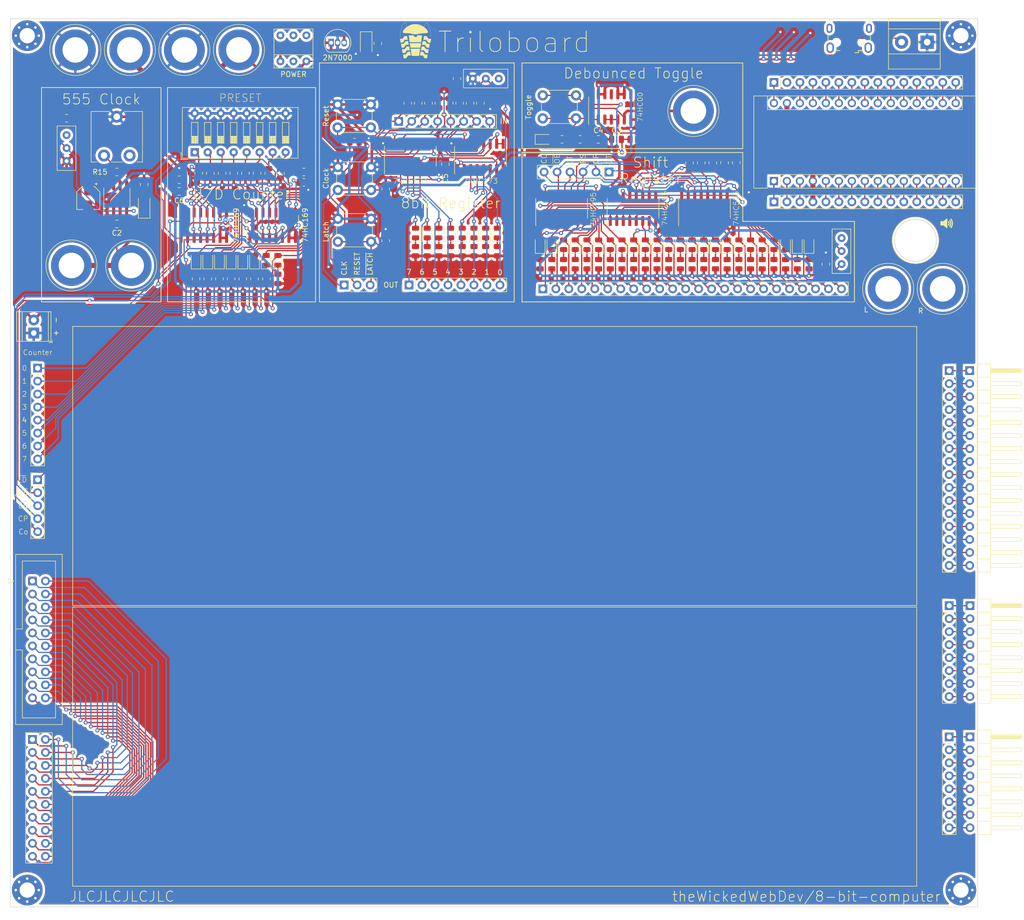
<source format=kicad_pcb>
(kicad_pcb (version 20211014) (generator pcbnew)
  (layers (0 "F.Cu" signal) (31 "B.Cu" signal) (34 "B.Paste" user) (35 "F.Paste" user) (36 "B.SilkS" user "B.Silkscreen") (37 "F.SilkS" user "F.Silkscreen") (38 "B.Mask" user) (39 "F.Mask" user) (44 "Edge.Cuts" user))
  (net 0 "")
  (net 1 "VCC")
  (net 2 "GND")
  (net 3 "/CONN1")
  (net 4 "/CONN2")
  (net 5 "/CONN3")
  (net 6 "/CONN4")
  (net 7 "/CONN5")
  (net 8 "/CONN6")
  (net 9 "/CONN7")
  (net 10 "/CONN8")
  (net 11 "/CONN9")
  (net 12 "/CONN10")
  (net 13 "/CONN11")
  (net 14 "/CONN12")
  (net 15 "/CONN13")
  (net 16 "/CONN14")
  (net 17 "/CONN15")
  (net 18 "/CONN16")
  (net 19 "/CONN17")
  (net 20 "/CONN18")
  (net 21 "/CONN19")
  (net 22 "/CONN20")
  (net 23 "Net-(D1-Pad1)")
  (net 24 "Net-(D2-Pad1)")
  (net 27 "Net-(C2-Pad2)")
  (net 28 "~{CNT_DIR}")
  (net 29 "CLOCK")
  (net 30 "~{LOAD_CNT}")
  (net 31 "~{CNT_EN}")
  (net 32 "C3")
  (net 33 "C2")
  (net 34 "C1")
  (net 35 "C0")
  (net 36 "C7")
  (net 37 "C6")
  (net 38 "C5")
  (net 39 "C4")
  (net 40 "Cout")
  (net 41 "CL0")
  (net 42 "CL1")
  (net 43 "CL2")
  (net 44 "CL3")
  (net 45 "CL4")
  (net 46 "CL5")
  (net 47 "CL6")
  (net 48 "CL7")
  (net 49 "Net-(D3-Pad1)")
  (net 50 "Net-(D4-Pad1)")
  (net 51 "Net-(D5-Pad1)")
  (net 52 "Net-(D6-Pad1)")
  (net 53 "Net-(D7-Pad1)")
  (net 54 "Net-(D8-Pad1)")
  (net 55 "Net-(D9-Pad1)")
  (net 56 "Net-(D10-Pad1)")
  (net 57 "RD7")
  (net 58 "RD6")
  (net 59 "RD5")
  (net 60 "RD4")
  (net 61 "RD3")
  (net 62 "RD2")
  (net 63 "RD1")
  (net 64 "RD0")
  (net 65 "R7")
  (net 66 "R6")
  (net 67 "R5")
  (net 68 "R4")
  (net 69 "R3")
  (net 70 "R2")
  (net 71 "R1")
  (net 72 "R0")
  (net 73 "Net-(D11-Pad1)")
  (net 74 "Net-(D12-Pad1)")
  (net 75 "Net-(D13-Pad1)")
  (net 76 "Net-(D14-Pad1)")
  (net 77 "Net-(D15-Pad1)")
  (net 78 "Net-(D16-Pad1)")
  (net 79 "Net-(D17-Pad1)")
  (net 80 "Net-(D18-Pad1)")
  (net 81 "REG_CLOCK")
  (net 82 "REG_RESET")
  (net 83 "~{REG_LATCH}")
  (net 84 "Net-(A1-Pad29)")
  (net 85 "Net-(A1-Pad1)")
  (net 86 "Net-(A1-Pad2)")
  (net 87 "Net-(A1-Pad3)")
  (net 88 "Net-(A1-Pad5)")
  (net 89 "Net-(A1-Pad6)")
  (net 90 "Net-(A1-Pad7)")
  (net 91 "Net-(A1-Pad8)")
  (net 92 "Net-(A1-Pad9)")
  (net 93 "Net-(A1-Pad10)")
  (net 94 "Net-(A1-Pad11)")
  (net 95 "Net-(A1-Pad12)")
  (net 96 "Net-(A1-Pad13)")
  (net 97 "Net-(A1-Pad14)")
  (net 98 "Net-(A1-Pad15)")
  (net 99 "Net-(A1-Pad16)")
  (net 100 "Net-(A1-Pad17)")
  (net 101 "Net-(A1-Pad18)")
  (net 102 "Net-(A1-Pad19)")
  (net 103 "Net-(A1-Pad20)")
  (net 104 "Net-(A1-Pad21)")
  (net 105 "Net-(A1-Pad22)")
  (net 106 "Net-(A1-Pad23)")
  (net 107 "Net-(A1-Pad24)")
  (net 108 "Net-(A1-Pad25)")
  (net 109 "Net-(A1-Pad26)")
  (net 110 "Net-(A1-Pad27)")
  (net 111 "Net-(A1-Pad28)")
  (net 112 "Net-(A1-Pad30)")
  (net 113 "Net-(D19-Pad1)")
  (net 114 "/~{RESET}")
  (net 115 "/LATCH")
  (net 116 "/~{SR_OE}")
  (net 117 "/DATA")
  (net 118 "/SR1")
  (net 119 "/SR2")
  (net 120 "/SR3")
  (net 121 "/SR4")
  (net 122 "/SR5")
  (net 123 "/SR6")
  (net 124 "/SR7")
  (net 125 "/SR0")
  (net 126 "/SR9")
  (net 127 "/SR10")
  (net 128 "/SR11")
  (net 129 "/SR12")
  (net 130 "/SR13")
  (net 131 "/SR14")
  (net 132 "/SR15")
  (net 133 "/SR8")
  (net 134 "/SR17")
  (net 135 "/SR18")
  (net 136 "/SR19")
  (net 137 "/SR20")
  (net 138 "/SR21")
  (net 139 "/SR22")
  (net 140 "/SR23")
  (net 141 "/SR16")
  (net 142 "Net-(D20-Pad1)")
  (net 143 "Net-(D21-Pad1)")
  (net 144 "Net-(D22-Pad1)")
  (net 145 "Net-(D23-Pad1)")
  (net 146 "Net-(D24-Pad1)")
  (net 147 "Net-(D25-Pad1)")
  (net 148 "Net-(D26-Pad1)")
  (net 149 "Net-(D27-Pad1)")
  (net 150 "Net-(D28-Pad1)")
  (net 151 "Net-(D29-Pad1)")
  (net 152 "Net-(D30-Pad1)")
  (net 153 "Net-(D31-Pad1)")
  (net 154 "Net-(D32-Pad1)")
  (net 155 "Net-(D33-Pad1)")
  (net 156 "Net-(D34-Pad1)")
  (net 157 "Net-(D35-Pad1)")
  (net 158 "Net-(D36-Pad1)")
  (net 159 "Net-(D37-Pad1)")
  (net 160 "Net-(D38-Pad1)")
  (net 161 "Net-(D39-Pad1)")
  (net 162 "Net-(D40-Pad1)")
  (net 163 "Net-(D41-Pad1)")
  (net 164 "Net-(D42-Pad1)")
  (net 165 "/SRco")
  (net 166 "Net-(C3-Pad1)")
  (net 167 "Net-(C4-Pad2)")
  (net 168 "Net-(D43-Pad1)")
  (net 171 "Net-(U5-Pad15)")
  (net 172 "/SCLK")
  (net 173 "Net-(R25-Pad2)")
  (net 174 "Net-(R6-Pad2)")
  (net 175 "Net-(J13-Pad1)")
  (net 176 "Net-(J13-Pad2)")
  (net 177 "Net-(J13-Pad3)")
  (net 178 "Net-(J13-Pad4)")
  (net 179 "Net-(J13-Pad5)")
  (net 180 "Net-(J13-Pad6)")
  (net 181 "Net-(J13-Pad7)")
  (net 182 "Net-(J13-Pad8)")
  (net 183 "Net-(J13-Pad9)")
  (net 184 "Net-(J13-Pad10)")
  (net 185 "Net-(J13-Pad11)")
  (net 186 "Net-(J13-Pad12)")
  (net 187 "Net-(J13-Pad13)")
  (net 188 "Net-(J13-Pad14)")
  (net 189 "Net-(J13-Pad15)")
  (net 190 "Net-(J13-Pad16)")
  (net 191 "Net-(J4-Pad2)")
  (net 196 "Net-(J16-Pad1)")
  (net 197 "Net-(J16-Pad2)")
  (net 198 "Net-(J16-Pad3)")
  (net 199 "Net-(J16-Pad4)")
  (net 200 "Net-(J16-Pad5)")
  (net 201 "Net-(J16-Pad6)")
  (net 202 "Net-(J16-Pad7)")
  (net 203 "Net-(J16-Pad8)")
  (net 204 "Net-(J18-Pad1)")
  (net 205 "Net-(J18-Pad2)")
  (net 206 "Net-(J18-Pad3)")
  (net 207 "Net-(J18-Pad4)")
  (net 208 "Net-(J18-Pad5)")
  (net 209 "Net-(J18-Pad6)")
  (net 210 "Net-(J18-Pad7)")
  (net 211 "Net-(J18-Pad8)")
  (net 215 "Net-(R2-Pad1)")
  (net 216 "Net-(R15-Pad1)")
  (net 217 "Net-(R31-Pad2)")
  (net 218 "Net-(U6-Pad9)")
  (net 219 "Net-(U7-Pad9)")
  (net 220 "Net-(D2-Pad2)")
  (net 221 "Net-(D11-Pad2)")
  (net 222 "Net-(Q1-Pad3)")
  (footprint "Connector_PinHeader_2.54mm:PinHeader_1x08_P2.54mm_Vertical" (layer "F.Cu") (at 194.579 65.786 90)
    (fp_text reference "J9" hide)
    (fp_text value "Conn_01x08" hide)
  )
  (footprint "Resistor_SMD:R_0805_2012Metric" (layer "F.Cu") (at 274.828 93.726 -90)
    (fp_text reference "R62" hide)
    (fp_text value "R_Small_US" hide)
  )
  (footprint "LED_SMD:LED_0805_2012Metric" (layer "F.Cu") (at 164.084 92.964 90)
    (fp_text reference "D40" hide)
    (fp_text value "LED" hide)
  )
  (footprint "Resistor_SMD:R_0805_2012Metric" (layer "F.Cu") (at 176.022 75.692)
    (fp_text reference "R28" hide)
    (fp_text value "R_Small_US" hide)
  )
  (footprint "Resistor_SMD:R_0805_2012Metric" (layer "F.Cu") (at 267.97 93.726 -90)
    (fp_text reference "R57" hide)
    (fp_text value "R_Small_US" hide)
  )
  (footprint "Resistor_SMD:R_0805_2012Metric" (layer "F.Cu") (at 192.024 89.154 90)
    (fp_text reference "R7" hide)
    (fp_text value "R_Small_US" hide)
  )
  (footprint "Resistor_SMD:R_0805_2012Metric" (layer "F.Cu") (at 263.398 93.726 -90)
    (fp_text reference "R55" hide)
    (fp_text value "R_Small_US" hide)
  )
  (footprint "Stephenv6:spdt-slide-switch" (layer "F.Cu") (at 276.489 90.641 90)
    (fp_text reference "SW9" hide)
    (fp_text value "SW_SPST" hide)
  )
  (footprint "LED_SMD:LED_0805_2012Metric" (layer "F.Cu") (at 272.542 89.916 90)
    (fp_text reference "D35" hide)
    (fp_text value "LED" hide)
  )
  (footprint "Resistor_SMD:R_0805_2012Metric" (layer "F.Cu") (at 208.534 62.23 90)
    (fp_text reference "R12" hide)
    (fp_text value "R_Small_US" hide)
  )
  (footprint "Resistor_SMD:R_0805_2012Metric" (layer "F.Cu") (at 202.438 91.186 -90)
    (fp_text reference "R19" hide)
    (fp_text value "R_Small_US" hide)
  )
  (footprint "LED_SMD:LED_0805_2012Metric" (layer "F.Cu") (at 209.296 87.63 90)
    (fp_text reference "D8" hide)
    (fp_text value "LED" hide)
  )
  (footprint "Resistor_SMD:R_0805_2012Metric" (layer "F.Cu") (at 247.396 93.726 -90)
    (fp_text reference "R48" hide)
    (fp_text value "R_Small_US" hide)
  )
  (footprint "Capacitor_SMD:C_0805_2012Metric" (layer "F.Cu") (at 151.638 79.502 180)
    (fp_text reference "C6")
    (fp_text value "C" hide)
  )
  (footprint "LED_SMD:LED_0805_2012Metric" (layer "F.Cu") (at 157.226 92.964 90)
    (fp_text reference "D36" hide)
    (fp_text value "LED" hide)
  )
  (footprint "LED_SMD:LED_0805_2012Metric" (layer "F.Cu") (at 233.68 89.916 90)
    (fp_text reference "D17" hide)
    (fp_text value "LED" hide)
  )
  (footprint "Resistor_SMD:R_0805_2012Metric" (layer "F.Cu") (at 261.112 93.726 -90)
    (fp_text reference "R54" hide)
    (fp_text value "R_Small_US" hide)
  )
  (footprint "Resistor_SMD:R_0805_2012Metric" (layer "F.Cu") (at 197.866 91.186 -90)
    (fp_text reference "R16" hide)
    (fp_text value "R_Small_US" hide)
  )
  (footprint "Connector_PinHeader_2.54mm:PinHeader_1x05_P2.54mm_Vertical" (layer "F.Cu") (at 123.952 135.89)
    (fp_text reference "J25" hide)
    (fp_text value "Conn_01x05" hide)
  )
  (footprint "Resistor_SMD:R_0805_2012Metric" (layer "F.Cu") (at 222.25 93.726 -90)
    (fp_text reference "R37" hide)
    (fp_text value "R_Small_US" hide)
  )
  (footprint "LED_SMD:LED_0805_2012Metric" (layer "F.Cu") (at 161.798 92.964 90)
    (fp_text reference "D39" hide)
    (fp_text value "LED" hide)
  )
  (footprint "LED_SMD:LED_0805_2012Metric" (layer "F.Cu") (at 274.828 89.916 90)
    (fp_text reference "D37" hide)
    (fp_text value "LED" hide)
  )
  (footprint "Resistor_SMD:R_0805_2012Metric" (layer "F.Cu") (at 159.512 96.5985 -90)
    (fp_text reference "R63" hide)
    (fp_text value "R_Small_US" hide)
  )
  (footprint "Resistor_SMD:R_0805_2012Metric" (layer "F.Cu") (at 258.826 93.726 -90)
    (fp_text reference "R53" hide)
    (fp_text value "R_Small_US" hide)
  )
  (footprint "Resistor_SMD:R_0805_2012Metric" (layer "F.Cu") (at 192.024 78.994 90)
    (fp_text reference "R9" hide)
    (fp_text value "R_Small_US" hide)
  )
  (footprint "Resistor_SMD:R_0805_2012Metric" (layer "F.Cu") (at 206.502 62.23 90)
    (fp_text reference "R11" hide)
    (fp_text value "R_Small_US" hide)
  )
  (footprint "Package_SO:SOIC-16_3.9x9.9mm_P1.27mm" (layer "F.Cu") (at 240.411 82.804 90)
    (fp_text reference "U7" hide)
    (fp_text value "74HC595")
  )
  (footprint "Resistor_SMD:R_0805_2012Metric" (layer "F.Cu") (at 256.54 93.726 -90)
    (fp_text reference "R52" hide)
    (fp_text value "R_Small_US" hide)
  )
  (footprint "Package_SO:SOIC-16_3.9x9.9mm_P1.27mm" (layer "F.Cu") (at 196.85 72.579 90)
    (fp_text reference "U3" hide)
    (fp_text value "74LS173" hide)
  )
  (footprint "Stephenv6:Banana_Jack_1Pin_2mm" (layer "F.Cu") (at 141.986 51.816)
    (fp_text reference "J5" hide)
    (fp_text value "Conn_01x01" hide)
  )
  (footprint "Package_SO:SOIC-16_3.9x9.9mm_P1.27mm" (layer "F.Cu") (at 156.464 86.106 90)
    (fp_text reference "U8" hide)
    (fp_text value "74LS169" hide)
  )
  (footprint "Resistor_SMD:R_0805_2012Metric" (layer "F.Cu") (at 168.718 96.5985 -90)
    (fp_text reference "R72" hide)
    (fp_text value "R_Small_US" hide)
  )
  (footprint "Resistor_SMD:R_0805_2012Metric" (layer "F.Cu") (at 160.02 75.946 -90)
    (fp_text reference "R73" hide)
    (fp_text value "R_Small_US" hide)
  )
  (footprint "Resistor_SMD:R_0805_2012Metric" (layer "F.Cu") (at 226.516 69.306 180)
    (fp_text reference "R26" hide)
    (fp_text value "R_Small_US" hide)
  )
  (footprint "Resistor_SMD:R_0805_2012Metric" (layer "F.Cu") (at 155.448 75.946 -90)
    (fp_text reference "R76" hide)
    (fp_text value "R_Small_US" hide)
  )
  (footprint "Resistor_SMD:R_0805_2012Metric" (layer "F.Cu") (at 157.734 75.946 -90)
    (fp_text reference "R74" hide)
    (fp_text value "R_Small_US" hide)
  )
  (footprint "Stephenv6:Banana_Jack_1Pin_2mm" (layer "F.Cu") (at 131.318 51.816)
    (fp_text reference "J2" hide)
    (fp_text value "Conn_01x01" hide)
  )
  (footprint "Resistor_SMD:R_0805_2012Metric" (layer "F.Cu") (at 164.084 96.5985 -90)
    (fp_text reference "R67" hide)
    (fp_text value "R_Small_US" hide)
  )
  (footprint "Resistor_SMD:R_0805_2012Metric" (layer "F.Cu") (at 139.446 75.692)
    (fp_text reference "R15")
    (fp_text value "R_Small_US" hide)
  )
  (footprint "Stephenv6:BreadBoard-full" (layer "F.Cu") (at 213.36 160.782)
    (fp_text reference "REF**" hide)
    (fp_text value "BreadBoard-full" hide)
  )
  (footprint "Resistor_SMD:R_0805_2012Metric" (layer "F.Cu") (at 198.374 62.23 90)
    (fp_text reference "R4" hide)
    (fp_text value "R_Small_US" hide)
  )
  (footprint "Resistor_SMD:R_0805_2012Metric" (layer "F.Cu") (at 231.394 93.726 -90)
    (fp_text reference "R41" hide)
    (fp_text value "R_Small_US" hide)
  )
  (footprint "Package_SO:SOIC-14_3.9x8.7mm_P1.27mm" (layer "F.Cu") (at 236.168 62.956 90)
    (fp_text reference "U4" hide)
    (fp_text value "74LS00" hide)
  )
  (footprint "Resistor_SMD:R_0805_2012Metric" (layer "F.Cu") (at 253.746 73.914 90)
    (fp_text reference "R36" hide)
    (fp_text value "R_Small_US" hide)
  )
  (footprint "Package_SO:SOIC-16_3.9x9.9mm_P1.27mm" (layer "F.Cu") (at 169.926 86.106 90)
    (fp_text reference "U5" hide)
    (fp_text value "74LS169" hide)
  )
  (footprint "Resistor_SMD:R_0805_2012Metric" (layer "F.Cu") (at 144.78 78.1285 90)
    (fp_text reference "R17" hide)
    (fp_text value "R_Small_US" hide)
  )
  (footprint "Resistor_SMD:R_0805_2012Metric" (layer "F.Cu") (at 176.022 77.724)
    (fp_text reference "R30" hide)
    (fp_text value "R_Small_US" hide)
  )
  (footprint "LED_SMD:LED_0805_2012Metric" (layer "F.Cu") (at 267.97 89.916 90)
    (fp_text reference "D32" hide)
    (fp_text value "LED" hide)
  )
  (footprint "Resistor_SMD:R_0805_2012Metric" (layer "F.Cu") (at 164.592 75.946 -90)
    (fp_text reference "R70" hide)
    (fp_text value "R_Small_US" hide)
  )
  (footprint "Resistor_SMD:R_0805_2012Metric" (layer "F.Cu") (at 270.256 93.726 -90)
    (fp_text reference "R58" hide)
    (fp_text value "R_Small_US" hide)
  )
  (footprint "Stephenv6:Banana_Jack_1Pin_2mm" (layer "F.Cu") (at 142.24 93.98)
    (fp_text reference "J10" hide)
    (fp_text value "Conn_01x01" hide)
  )
  (footprint "Module:Arduino_Nano" (layer "F.Cu") (at 267.975 77.46 90)
    (fp_text reference "A1" hide)
    (fp_text value "Arduino_Nano_Every" hide)
  )
  (footprint "Connector_PinHeader_2.54mm:PinHeader_1x08_P2.54mm_Vertical" (layer "F.Cu") (at 302.26 160.528)
    (fp_text reference "J18" hide)
    (fp_text value "Conn_01x08" hide)
  )
  (footprint "Connector_PinHeader_2.54mm:PinHeader_2x10_P2.54mm_Vertical" (layer "F.Cu") (at 122.936 186.695)
    (fp_text reference "J22" hide)
    (fp_text value "Conn_02x10_Odd_Even" hide)
  )
  (footprint "LED_SMD:LED_0805_2012Metric" (layer "F.Cu") (at 231.394 89.916 90)
    (fp_text reference "D16" hide)
    (fp_text value "LED" hide)
  )
  (footprint "Resistor_SMD:R_0805_2012Metric" (layer "F.Cu") (at 235.966 93.726 -90)
    (fp_text reference "R43" hide)
    (fp_text value "R_Small_US" hide)
  )
  (footprint "LED_SMD:LED_0805_2012Metric" (layer "F.Cu") (at 226.822 89.916 90)
    (fp_text reference "D14" hide)
    (fp_text value "LED" hide)
  )
  (footprint "Resistor_SMD:R_0805_2012Metric" (layer "F.Cu") (at 205.994 57.404 -90)
    (fp_text reference "R6" hide)
    (fp_text value "R_Small_US" hide)
  )
  (footprint "Resistor_SMD:R_0805_2012Metric" (layer "F.Cu") (at 238.252 93.726 -90)
    (fp_text reference "R44" hide)
    (fp_text value "R_Small_US" hide)
  )
  (footprint "Resistor_SMD:R_0805_2012Metric" (layer "F.Cu") (at 151.638 77.216)
    (fp_text reference "R29" hide)
    (fp_text value "R_Small_US" hide)
  )
  (footprint "Button_Switch_THT:SW_PUSH_6mm" (layer "F.Cu") (at 182.626 62.484)
    (fp_text reference "SW4" hide)
    (fp_text value "SW_Push" hide)
  )
  (footprint "Resistor_SMD:R_0805_2012Metric" (layer "F.Cu") (at 240.74 69.306)
    (fp_text reference "R25" hide)
    (fp_text value "R_Small_US" hide)
  )
  (footprint "Connector_USB:USB_Micro-B_Wuerth_629105150521" (layer "F.Cu") (at 282.702 49.53 180)
    (fp_text reference "J7" hide)
    (fp_text value "USB_B_Micro" hide)
  )
  (footprint "LED_SMD:LED_0805_2012Metric" (layer "F.Cu") (at 222.25 89.916 90)
    (fp_text reference "D12" hide)
    (fp_text value "LED" hide)
  )
  (footprint "Resistor_SMD:R_0805_2012Metric" (layer "F.Cu") (at 254.254 93.726 -90)
    (fp_text reference "R51" hide)
    (fp_text value "R_Small_US" hide)
  )
  (footprint "LED_SMD:LED_0805_2012Metric" (layer "F.Cu") (at 154.94 92.964 90)
    (fp_text reference "D34" hide)
    (fp_text value "LED" hide)
  )
  (footprint "LED_SMD:LED_0805_2012Metric" (layer "F.Cu") (at 222.96 69.306)
    (fp_text reference "D11" hide)
    (fp_text value "LED" hide)
  )
  (footprint "Resistor_SMD:R_0805_2012Metric" (layer "F.Cu") (at 190.5 50.546 -90)
    (fp_text reference "R1" hide)
    (fp_text value "R_Small_US" hide)
  )
  (footprint "Connector_PinHeader_2.54mm:PinHeader_1x08_P2.54mm_Horizontal" (layer "F.Cu") (at 306.324 186.182)
    (fp_text reference "J17" hide)
    (fp_text value "Conn_01x08" hide)
  )
  (footprint "Connector_PinHeader_2.54mm:PinHeader_1x15_P2.54mm_Vertical" (layer "F.Cu") (at 267.975 58.166 90)
    (fp_text reference "J23" hide)
    (fp_text value "Conn_01x15" hide)
  )
  (footprint "Stephenv6:trilobyte-logo-small" (layer "F.Cu") (at 197.886 42.298116)
    (fp_text reference "REF**" hide)
    (fp_text value "trilobyte-logo-small" hide)
  )
  (footprint "Package_SO:SOIC-16_3.9x9.9mm_P1.27mm" (layer "F.Cu") (at 210.566 72.647 90)
    (fp_text reference "U2" hide)
    (fp_text value "74LS173" hide)
  )
  (footprint "LED_SMD:LED_0805_2012Metric" (layer "F.Cu") (at 263.398 89.916 90)
    (fp_text reference "D30" hide)
    (fp_text value "LED" hide)
  )
  (footprint "Button_Switch_THT:SW_DIP_SPSTx08_Slide_9.78x22.5mm_W7.62mm_P2.54mm" (layer "F.Cu") (at 154.676 71.8395 90)
    (fp_text reference "SW10" hide)
    (fp_text value "SW_DIP_x08" hide)
  )
  (footprint "Resistor_SMD:R_0805_2012Metric" (layer "F.Cu") (at 242.824 93.726 -90)
    (fp_text reference "R46" hide)
    (fp_text value "R_Small_US" hide)
  )
  (footprint "Stephenv6:Banana_Jack_1Pin_2mm" (layer "F.Cu") (at 163.322 51.816)
    (fp_text reference "J6" hide)
    (fp_text value "Conn_01x01" hide)
  )
  (footprint "LED_SMD:LED_0805_2012Metric" (layer "F.Cu") (at 265.684 89.916 90)
    (fp_text reference "D31" hide)
    (fp_text value "LED" hide)
  )
  (footprint "LED_SMD:LED_0805_2012Metric" (layer "F.Cu") (at 211.582 87.63 90)
    (fp_text reference "D9" hide)
    (fp_text value "LED" hide)
  )
  (footprint "LED_SMD:LED_0805_2012Metric" (layer "F.Cu") (at 240.538 89.916 90)
    (fp_text reference "D20" hide)
    (fp_text value "LED" hide)
  )
  (footprint "Stephenv6:potentiometer-trim-pot" (layer "F.Cu") (at 128.8945 69.249 90)
    (fp_text reference "RV1" hide)
    (fp_text value "R_Potentiometer_US" hide)
  )
  (footprint "Resistor_SMD:R_0805_2012Metric" (layer "F.Cu") (at 265.684 93.726 -90)
    (fp_text reference "R56" hide)
    (fp_text value "R_Small_US" hide)
  )
  (footprint "Capacitor_SMD:C_0805_2012Metric" (layer "F.Cu") (at 139.446 85.852)
    (fp_text reference "C2")
    (fp_text value "C_Small" hide)
  )
  (footprint "LED_SMD:LED_0805_2012Metric" (layer "F.Cu") (at 270.256 89.916 90)
    (fp_text reference "D33" hide)
    (fp_text value "LED" hide)
  )
  (footprint "MountingHole:MountingHole_3mm_Pad_Via" (layer "F.Cu") (at 304.546 49.022)
    (fp_text reference "REF**" hide)
    (fp_text value "MountingHole_3mm_Pad_Via" hide)
  )
  (footprint "Stephenv6:Banana_Jack_1Pin_2mm" (layer "F.Cu") (at 300.99 98.552)
    (fp_text reference "J26" hide)
    (fp_text value "Conn_01x01" hide)
  )
  (footprint "Connector_PinHeader_2.54mm:PinHeader_1x16_P2.54mm_Horizontal" (layer "F.Cu") (at 306.267 114.554)
    (fp_text reference "J13" hide)
    (fp_text value "Conn_01x16" hide)
  )
  (footprint "LED_SMD:LED_0805_2012Metric" (layer "F.Cu") (at 261.112 89.916 90)
    (fp_text reference "D29" hide)
    (fp_text value "LED" hide)
  )
  (footprint "TerminalBlock_Phoenix:TerminalBlock_Phoenix_MKDS-1,5-2_1x02_P5.00mm_Horizontal" (layer "F.Cu") (at 297.942 50.292 180)
    (fp_text reference "J4" hide)
    (fp_text value "Screw_Terminal_01x02" hide)
  )
  (footprint "Resistor_SMD:R_0805_2012Metric" (layer "F.Cu") (at 204.47 62.23 90)
    (fp_text reference "R10" hide)
    (fp_text value "R_Small_US" hide)
  )
  (footprint "LED_SMD:LED_0805_2012Metric" (layer "F.Cu") (at 258.826 89.916 90)
    (fp_text reference "D28" hide)
    (fp_text value "LED" hide)
  )
  (footprint "LED_SMD:LED_0805_2012Metric" (layer "F.Cu") (at 249.682 89.916 90)
    (fp_text reference "D24" hide)
    (fp_text value "LED" hide)
  )
  (footprint "LED_SMD:LED_0805_2012Metric" (layer "F.Cu") (at 207.01 87.63 90)
    (fp_text reference "D7" hide)
    (fp_text value "LED" hide)
  )
  (footprint "Package_TO_SOT_THT:TO-92_Inline" (layer "F.Cu") (at 181.356 50.398)
    (fp_text reference "Q1" hide)
    (fp_text value "2N7000")
  )
  (footprint "Stephenv6:BreadBoard-full" (layer "F.Cu") (at 213.37 105.881)
    (fp_text reference "REF**" hide)
    (fp_text value "BreadBoard-full" hide)
  )
  (footprint "Package_SO:SOIC-8_3.9x4.9mm_P1.27mm" (layer "F.Cu") (at 139.446 80.772 90)
    (fp_text reference "U1" hide)
    (fp_text value "555" hide)
  )
  (footprint "Resistor_SMD:R_0805_2012Metric" (layer "F.Cu") (at 129.61525 65.1745)
    (fp_text reference "R2" hide)
    (fp_text value "R_Small_US" hide)
  )
  (footprint "Connector_PinHeader_2.54mm:PinHeader_1x24_P2.54mm_Vertical" (layer "F.Cu") (at 222.768 98.552 90)
    (fp_text reference "J29" hide)
    (fp_text value "Conn_01x24" hide)
  )
  (footprint "Resistor_SMD:R_0805_2012Metric" (layer "F.Cu") (at 260.604 73.88 90)
    (fp_text reference "R34" hide)
    (fp_text value "R_Small_US" hide)
  )
  (footprint "Connector_PinHeader_2.54mm:PinHeader_1x03_P2.54mm_Vertical" (layer "F.Cu") (at 183.911 97.79 90)
    (fp_text reference "J12" hide)
    (fp_text value "Conn_01x03" hide)
  )
  (footprint "MountingHole:MountingHole_3mm_Pad_Via" (layer "F.Cu") (at 121.92 49.022)
    (fp_text reference "REF**" hide)
    (fp_text value "MountingHole_3mm_Pad_Via" hide)
  )
  (footprint "Resistor_SMD:R_0805_2012Metric" (layer "F.Cu") (at 185.928 69.85)
    (fp_text reference "R13" hide)
    (fp_text value "R_Small_US" hide)
  )
  (footprint "LED_SMD:LED_0805_2012Metric" (layer "F.Cu") (at 242.824 89.916 90)
    (fp_text reference "D21" hide)
    (fp_text value "LED" hide)
  )
  (footprint "LED_SMD:LED_1206_3216Metric" (layer "F.Cu") (at 188.214 50.546 -90)
    (fp_text reference "D1" hide)
    (fp_text value "LED" hide)
  )
  (footprint "Resistor_SMD:R_0805_2012Metric" (layer "F.Cu") (at 258.318 73.89 90)
    (fp_text reference "R33" hide)
    (fp_text value "R_Small_US" hide)
  )
  (footprint "Stephenv6:THT-DPDT" (layer "F.Cu") (at 174.358 45.942)
    (fp_text reference "SW7" hide)
    (fp_text value "SW_DPDT_x2" hide)
  )
  (footprint "LED_SMD:LED_0805_2012Metric" (layer "F.Cu") (at 166.37 92.964 90)
    (fp_text reference "D41" hide)
    (fp_text value "LED" hide)
  )
  (footprint "Stephenv6:speaker-jack-hole" (layer "F.Cu") (at 295.656 79.756)
    (fp_text reference "REF**" hide)
    (fp_text value "speaker-jack-hole" hide)
    (fp_circle (center 0 9.299533) (end 4.11 9.299533) (layer "Edge.Cuts") (width 0.12) (fill none))
  )
  (footprint "Resistor_SMD:R_0805_2012Metric" (layer "F.Cu") (at 162.306 75.946 -90)
    (fp_text reference "R71" hide)
    (fp_text value "R_Small_US" hide)
  )
  (footprint "LED_SMD:LED_0805_2012Metric" (layer "F.Cu") (at 245.11 89.916 90)
    (fp_text reference "D22" hide)
    (fp_text value "LED" hide)
  )
  (footprint "Capacitor_SMD:C_0805_2012Metric" (layer "F.Cu") (at 203.708 74.168 90)
    (fp_text reference "C5")
    (fp_text value "C" hide)
  )
  (footprint "LED_SMD:LED_0805_2012Metric" (layer "F.Cu") (at 197.866 87.63 90)
    (fp_text reference "D3" hide)
    (fp_text value "LED" hide)
  )
  (footprint "LED_SMD:LED_0805_2012Metric" (layer "F.Cu") (at 235.966 89.916 90)
    (fp_text reference "D18" hide)
    (fp_text value "LED" hide)
  )
  (footprint "LED_SMD:LED_0805_2012Metric" (layer "F.Cu") (at 168.656 92.964 90)
    (fp_text reference "D42" hide)
    (fp_text value "LED" hide)
  )
  (footprint "Resistor_SMD:R_0805_2012Metric" (layer "F.Cu") (at 166.878 75.946 -90)
    (fp_text reference "R68" hide)
    (fp_text value "R_Small_US" hide)
  )
  (footprint "Capacitor_SMD:C_0805_2012Metric" (layer "F.Cu") (at 237.184 69.306 180)
    (fp_text reference "C3")
    (fp_text value "C" hide)
  )
  (footprint "LED_SMD:LED_0805_2012Metric" (layer "F.Cu") (at 229.108 89.916 90)
    (fp_text reference "D15" hide)
    (fp_text value "LED" hide)
  )
  (footprint "Connector_PinHeader_2.54mm:PinHeader_1x08_P2.54mm_Vertical" (layer "F.Cu") (at 302.26 186.182)
    (fp_text reference "J16" hide)
    (fp_text value "Conn_01x08" hide)
  )
  (footprint "Resistor_SMD:R_0805_2012Metric" (layer "F.Cu") (at 210.566 62.23 90)
    (fp_text reference "R14" hide)
    (fp_text value "R_Small_US" hide)
  )
  (footprint "MountingHole:MountingHole_3mm_Pad_Via" (layer "F.Cu") (at 121.92 216.154)
    (fp_text reference "REF**" hide)
    (fp_text value "MountingHole_3mm_Pad_Via" hide)
  )
  (footprint "Resistor_SMD:R_0805_2012Metric" (layer "F.Cu") (at 230.072 69.306)
    (fp_text reference "R27" hide)
    (fp_text value "R_Small_US" hide)
  )
  (footprint "LED_SMD:LED_0805_2012Metric" (layer "F.Cu") (at 238.252 89.916 90)
    (fp_text reference "D19" hide)
    (fp_text value "LED" hide)
  )
  (footprint "Connector_PinHeader_2.54mm:PinHeader_1x08_P2.54mm_Horizontal" (layer "F.Cu") (at 306.324 160.528)
    (fp_text reference "J19" hide)
    (fp_text value "Conn_01x08" hide)
  )
  (footprint "Resistor_SMD:R_0805_2012Metric" (layer "F.Cu") (at 161.798 96.5985 -90)
    (fp_text reference "R64" hide)
    (fp_text value "R_Small_US" hide)
  )
  (footprint "Resistor_SMD:R_0805_2012Metric" (layer "F.Cu") (at 200.406 62.23 90)
    (fp_text reference "R5" hide)
    (fp_text value "R_Small_US" hide)
  )
  (footprint "LED_SMD:LED_0805_2012Metric" (layer "F.Cu") (at 224.536 89.916 90)
    (fp_text reference "D13" hide)
    (fp_text value "LED" hide)
  )
  (footprint "Resistor_SMD:R_0805_2012Metric" (layer "F.Cu") (at 157.226 96.5985 -90)
    (fp_text reference "R61" hide)
    (fp_text value "R_Small_US" hide)
  )
  (footprint "Stephenv6:spdt-slide-switch" (layer "F.Cu") (at 212.127 52.715)
    (fp_text reference "SW5" hide)
    (fp_text value "SW_SPST" hide)
  )
  (footprint "Connector_PinHeader_2.54mm:PinHeader_1x08_P2.54mm_Vertical" (layer "F.Cu") (at 123.952 114.061)
    (fp_text reference "J27" hide)
    (fp_text value "Conn_01x08" hide)
  )
  (footprint "LED_SMD:LED_0805_2012Metric" (layer "F.Cu") (at 200.152 87.63 90)
    (fp_text reference "D4" hide)
    (fp_text value "LED" hide)
  )
  (footprint "Resistor_SMD:R_0805_2012Metric" (layer "F.Cu") (at 166.37 96.5985 -90)
    (fp_text reference "R69" hide)
    (fp_text value "R_Small_US" hide)
  )
  (footprint "Package_SO:SOIC-16_3.9x9.9mm_P1.27mm" (layer "F.Cu") (at 226.441 82.804 90)
    (fp_text reference "U9" hide)
    (fp_text value "74HC595")
  )
  (footprint "Connector_PinHeader_2.54mm:PinHeader_1x06_P2.54mm_Vertical" (layer "F.Cu") (at 235.712 75.692 -90)
    (fp_text reference "J28" hide)
    (fp_text value "Conn_01x06" hide)
  )
  (footprint "Capacitor_SMD:CP_Elec_4x5.3" (layer "F.Cu") (at 133.858 80.772 -90)
    (fp_text reference "C1" hide)
    (fp_text value "C_Polarized_Small_US" hide)
  )
  (footprint "Resistor_SMD:R_0805_2012Metric" (layer "F.Cu") (at 211.582 91.186 -90)
    (fp_text reference "R23" hide)
    (fp_text value "R_Small_US" hide)
  )
  (footprint "Button_Switch_THT:SW_PUSH_6mm" (layer "F.Cu") (at 222.758 60.706)
    (fp_text reference "SW8" hide)
    (fp_text value "SW_Push" hide)
  )
  (footprint "Resistor_SMD:R_0805_2012Metric" (layer "F.Cu") (at 233.68 93.726 -90)
    (fp_text reference "R42" hide)
    (fp_text value "R_Small_US" hide)
  )
  (footprint "LED_SMD:LED_1206_3216Metric" (layer "F.Cu") (at 144.78 82.4465 90)
    (fp_text reference "D2" hide)
    (fp_text value "LED" hide)
  )
  (footprint "Resistor_SMD:R_0805_2012Metric" (layer "F.Cu") (at 169.164 75.946 -90)
    (fp_text reference "R66" hide)
    (fp_text value "R_Small_US" hide)
  )
  (footprint "LED_SMD:LED_0805_2012Metric" (layer "F.Cu") (at 213.868 87.63 90)
    (fp_text reference "D10" hide)
    (fp_text value "LED" hide)
  )
  (footprint "Resistor_SMD:R_0805_2012Metric" (layer "F.Cu") (at 204.724 91.186 -90)
    (fp_text reference "R20" hide)
    (fp_text value "R_Small_US" hide)
  )
  (footprint "LED_SMD:LED_0805_2012Metric" (layer "F.Cu") (at 256.54 89.916 90)
    (fp_text reference "D27" hide)
    (fp_text value "LED" hide)
  )
  (footprint "LED_SMD:LED_0805_2012Metric" (layer "F.Cu") (at 202.438 87.63 90)
    (fp_text reference "D5" hide)
    (fp_text value "LED" hide)
  )
  (footprint "Stephenv6:Banana_Jack_1Pin_2mm" (layer "F.Cu") (at 152.654 51.816)
    (fp_text reference "J3" hide)
    (fp_text value "Conn_01x01" hide)
  )
  (footprint "LED_SMD:LED_0805_2012Metric" (layer "F.Cu") (at 254.254 89.916 90)
    (fp_text reference "D26" hide)
    (fp_text value "LED" hide)
  )
  (footprint "Resistor_SMD:R_0805_2012Metric" (layer "F.Cu") (at 229.108 93.726 -90)
    (fp_text reference "R40" hide)
    (fp_text value "R_Small_US" hide)
  )
  (footprint "Resistor_SMD:R_0805_2012Metric" (layer "F.Cu") (at 272.542 93.726 -90)
    (fp_text reference "R60" hide)
    (fp_text value "R_Small_US" hide)
  )
  (footprint "Resistor_SMD:R_0805_2012Metric" (layer "F.Cu") (at 251.968 93.726 -90)
    (fp_text reference "R50" hide)
    (fp_text value "R_Small_US" hide)
  )
  (footprint "LED_SMD:LED_0805_2012Metric" (layer "F.Cu") (at 159.512 92.964 90)
    (fp_text reference "D38" hide)
    (fp_text value "LED" hide)
  )
  (footprint "Resistor_SMD:R_0805_2012Metric" (layer "F.Cu") (at 249.682 93.726 -90)
    (fp_text reference "R49" hide)
    (fp_text value "R_Small_US" hide)
  )
  (footprint "Resistor_SMD:R_0805_2012Metric" (layer "F.Cu") (at 278.13 93.726 -90)
    (fp_text reference "R31" hide)
    (fp_text value "R_Small_US" hide)
  )
  (footprint "Resistor_SMD:R_0805_2012Metric" (layer "F.Cu") (at 251.46 73.914 90)
    (fp_text reference "R32" hide)
    (fp_text value "R_Small_US" hide)
  )
  (footprint "Resistor_SMD:R_0805_2012Metric" (layer "F.Cu") (at 226.822 93.726 -90)
    (fp_text reference "R39" hide)
    (fp_text value "R_Small_US" hide)
  )
  (footprint "Capacitor_SMD:C_0805_2012Metric" (layer "F.Cu") (at 233.628 69.306 180)
    (fp_text reference "C4")
    (fp_text value "C" hide)
  )
  (footprint "Stephenv6:Banana_Jack_1Pin_2mm" (layer "F.Cu") (at 130.556 93.98)
    (fp_text reference "J8" hide)
    (fp_text value "Conn_01x01" hide)
  )
  (footprint "Resistor_SMD:R_0805_2012Metric" (layer "F.Cu") (at 224.536 93.726 -90)
    (fp_text reference "R38" hide)
    (fp_text value "R_Small_US" hide)
  )
  (footprint "LED_SMD:LED_0805_2012Metric" (layer "F.Cu") (at 247.396 89.916 90)
    (fp_text reference "D23" hide)
    (fp_text value "LED" hide)
  )
  (footprint "Connector_IDC:IDC-Header_2x10_P2.54mm_Vertical" (layer "F.Cu") (at 122.936 155.702)
    (fp_text reference "J20" hide)
    (fp_text value "Conn_02x20_Odd_Even" hide)
  )
  (footprint "Connector_PinSocket_2.54mm:PinSocket_1x16_P2.54mm_Vertical" (layer "F.Cu") (at 302.26 114.554)
    (fp_text reference "J14" hide)
    (fp_text value "Conn_01x16" hide)
  )
  (footprint "MountingHole:MountingHole_3mm_Pad_Via" (layer "F.Cu") (at 304.546 216.154)
    (fp_text reference "REF**" hide)
    (fp_text value "MountingHole_3mm_Pad_Via" hide)
  )
  (footprint "Resistor_SMD:R_0805_2012Metric" (layer "F.Cu") (at 202.438 62.23 90)
    (fp_text reference "R8" hide)
    (fp_text value "R_Small_US" hide)
  )
  (footprint "Stephenv6:Banana_Jack_1Pin_2mm" (layer "F.Cu") (at 290.322 98.552)
    (fp_text reference "J24" hide)
    (fp_text value "Conn_01x01" hide)
  )
  (footprint "Resistor_SMD:R_0805_2012Metric" (layer "F.Cu") (at 256.032 73.914 90)
    (fp_text reference "R35" hide)
    (fp_text value "R_Small_US" hide)
  )
  (footprint "Resistor_SMD:R_0805_2012Metric" (layer "F.Cu") (at 171.45 75.946 -90)
    (fp_text reference "R65" hide)
    (fp_text value "R_Small_US" hide)
  )
  (footprint "Button_Switch_THT:SW_PUSH_6mm" (layer "F.Cu") (at 182.678 74.712)
    (fp_text reference "SW3" hide)
    (fp_text value "SW_Push" hide)
  )
  (footprint "Connector_PinHeader_2.54mm:PinHeader_1x15_P2.54mm_Vertical" (layer "F.Cu") (at 267.98 81.534 90)
    (fp_text reference "J15" hide)
    (fp_text value "Conn_01x15" hide)
  )
  (footprint "Stephenv6:spdt-slide-switch" (layer "F.Cu") (at 124.89525 70.4965 90)
    (fp_text reference "SW1" hide)
    (fp_text value "SW_SPST" hide)
  )
  (footprint "Package_SO:SOIC-16_3.9x9.9mm_P1.27mm" (layer "F.Cu") (at 254.381 82.804 90)
    (fp_text reference "U6" hide)
    (fp_text value "74HC595")
  )
  (footprint "TerminalBlock_TE-Connectivity:TerminalBlock_TE_282834-2_1x02_P2.54mm_Horizontal" (layer "F.Cu") (at 123.19 107.188 90)
    (fp_text reference "J1" hide)
    (fp_text value "Conn_01x02" hide)
  )
  (footprint "Button_Switch_THT:SW_PUSH_6mm" (layer "F.Cu") (at 182.678 84.836)
    (fp_text reference "SW2" hide)
    (fp_text value "SW_Push" hide)
  )
  (footprint "Resistor_SMD:R_0805_2012Metric" (layer "F.Cu") (at 240.538 93.726 -90)
    (fp_text reference "R45" hide)
    (fp_text value "R_Small_US" hide)
  )
  (footprint "Connector_PinHeader_2.54mm:PinHeader_1x08_P2.54mm_Vertical" (layer "F.Cu") (at 196.596 97.79 90)
    (fp_text reference "J11" hide)
    (fp_text value "Conn_01x08" hide)
  )
  (footprint "Resistor_SMD:R_0805_2012Metric" (layer "F.Cu") (at 207.01 91.186 -90)
    (fp_text reference "R21" hide)
    (fp_text value "R_Small_US" hide)
  )
  (footprint "LED_SMD:LED_0805_2012Metric" (layer "F.Cu") (at 170.942 92.964 90)
    (fp_text reference "D43" hide)
    (fp_text value "LED" hide)
  )
  (footprint "Resistor_SMD:R_0805_2012Metric" (layer "F.Cu") (at 245.11 93.726 -90)
    (fp_text reference "R47" hide)
    (fp_text value "R_Small_US" hide)
  )
  (footprint "Resistor_SMD:R_0805_2012Metric" (layer "F.Cu") (at 196.342 62.23 90)
    (fp_text reference "R3" hide)
    (fp_text value "R_Small_US" hide)
  )
  (footprint "Resistor_SMD:R_0805_2012Metric" (layer "F.Cu") (at 170.942 96.5985 -90)
    (fp_text reference "R75" hide)
    (fp_text value "R_Small_US" hide)
  )
  (footprint "Resistor_SMD:R_0805_2012Metric" (layer "F.Cu") (at 154.94 96.5985 -90)
    (fp_text reference "R59" hide)
    (fp_text value "R_Small_US" hide)
  )
  (footprint "Resistor_SMD:R_0805_2012Metric" (layer "F.Cu") (at 209.296 91.186 -90)
    (fp_text reference "R22" hide)
    (fp_text value "R_Small_US" hide)
  )
  (footprint "Resistor_SMD:R_0805_2012Metric" (layer "F.Cu") (at 213.868 91.186 -90)
    (fp_text reference "R24" hide)
    (fp_text value "R_Small_US" hide)
  )
  (footprint "LED_SMD:LED_0805_2012Metric" (layer "F.Cu") (at 204.724 87.63 90)
    (fp_text reference "D6" hide)
    (fp_text value "LED" hide)
  )
  (footprint "Stephenv6:Banana_Jack_1Pin_2mm" (layer "F.Cu") (at 252.222 63.754)
    (fp_text reference "J21" hide)
    (fp_text value "Conn_01x01" hide)
  )
  (footprint "LED_SMD:LED_0805_2012Metric" (layer "F.Cu") (at 251.968 89.916 90)
    (fp_text reference "D25" hide)
    (fp_text value "LED" hide)
  )
  (footprint "Resistor_SMD:R_0805_2012Metric" (layer "F.Cu") (at 200.152 91.186 -90)
    (fp_text reference "R18" hide)
    (fp_text value "R_Small_US" hide)
  )
  (gr_line (start 261.874 85.344) (end 261.874 71.882) (layer "F.SilkS") (width 0.15))
  (gr_line (start 262.128 85.344) (end 261.874 85.344) (layer "F.SilkS") (width 0.15))
  (gr_line (start 219.71 101.092) (end 283.718 101.092) (layer "F.SilkS") (width 0.15))
  (gr_line (start 218.694 101.092) (end 219.71 101.092) (layer "F.SilkS") (width 0.15))
  (gr_line (start 219.71 71.882) (end 218.694 71.882) (layer "F.SilkS") (width 0.15))
  (gr_line (start 283.718 85.344) (end 283.718 87.376) (layer "F.SilkS") (width 0.15))
  (gr_line (start 283.718 100.076) (end 283.718 87.376) (layer "F.SilkS") (width 0.15))
  (gr_line (start 283.718 100.076) (end 283.718 101.092) (layer "F.SilkS") (width 0.15))
  (gr_rect (start 124.714 59.182) (end 148.082 101.092) (layer "F.SilkS") (width 0.15) (fill none))
  (gr_rect (start 179.07 54.356) (end 217.17 101.092) (layer "F.SilkS") (width 0.15) (fill none))
  (gr_line (start 283.718 85.344) (end 262.128 85.344) (layer "F.SilkS") (width 0.15))
  (gr_rect (start 149.352 59.182) (end 178.308 101.092) (layer "F.SilkS") (width 0.15) (fill none))
  (gr_line (start 218.694 100.076) (end 218.694 101.092) (layer "F.SilkS") (width 0.15))
  (gr_line (start 261.874 71.882) (end 219.71 71.882) (layer "F.SilkS") (width 0.15))
  (gr_rect (start 218.694 54.356) (end 261.874 71.12) (layer "F.SilkS") (width 0.15) (fill none))
  (gr_line (start 218.694 71.882) (end 218.694 100.076) (layer "F.SilkS") (width 0.15))
  (gr_rect (start 118.618 45.72) (end 307.848 219.456) (layer "Edge.Cuts") (width 0.1) (fill none))
  (gr_text "1" (at 121.92 116.601) (layer "F.SilkS") (effects (font (size 1 1) (thickness 0.1)) (justify right)))
  (gr_text "LT" (at 228.062 74.168 90) (layer "F.SilkS") (effects (font (size 1 1) (thickness 0.1)) (justify left)))
  (gr_text "~{LD}" (at 121.92 135.905) (layer "F.SilkS") (effects (font (size 1 1) (thickness 0.1)) (justify right)))
  (gr_text "3" (at 121.92 121.681) (layer "F.SilkS") (effects (font (size 1 1) (thickness 0.1)) (justify right)))
  (gr_text "CO" (at 223.012 74.168 90) (layer "F.SilkS") (effects (font (size 1 1) (thickness 0.1)) (justify left)))
  (gr_text "7" (at 196.596 95.25) (layer "F.SilkS") (effects (font (size 1 1))))
  (gr_text "U/D Counter" (at 163.83 80.0525) (layer "F.SilkS") (effects (font (size 2 2))))
  (gr_text "5" (at 201.676 95.25) (layer "F.SilkS") (effects (font (size 1 1))))
  (gr_text "DT" (at 235.712 74.168 90) (layer "F.SilkS") (effects (font (size 1 1) (thickness 0.1)) (justify left)))
  (gr_text "8bit Register" (at 204.724 81.788) (layer "F.SilkS") (effects (font (size 2 2))))
  (gr_text "L" (at 286.004 102.616) (layer "F.SilkS") (effects (font (size 1 1))))
  (gr_text "4" (at 121.92 124.221) (layer "F.SilkS") (effects (font (size 1 1) (thickness 0.14)) (justify right)))
  (gr_text "CP" (at 233.172 74.168 90) (layer "F.SilkS") (effects (font (size 1 1) (thickness 0.1)) (justify left)))
  (gr_text "3" (at 206.756 95.25) (layer "F.SilkS") (effects (font (size 1 1))))
  (gr_text "Co" (at 122.174 146.065) (layer "F.SilkS") (effects (font (size 1 1) (thickness 0.1)) (justify right)))
  (gr_text "+" (at 127.508 107.188 90) (layer "F.SilkS") (effects (font (size 1 1))))
  (gr_text "Latch" (at 180.34 87.376 90) (layer "F.SilkS") (effects (font (size 1 1))))
  (gr_text "6" (at 121.92 129.301) (layer "F.SilkS") (effects (font (size 1 1) (thickness 0.1)) (justify right)))
  (gr_text "Triloboard" (at 217.17 50.292) (layer "F.SilkS") (effects (font (size 4 4))))
  (gr_text "0" (at 121.92 114.061) (layer "F.SilkS") (effects (font (size 1 1) (thickness 0.1)) (justify right)))
  (gr_text "555 Clock" (at 136.398 61.468) (layer "F.SilkS") (effects (font (size 2 2))))
  (gr_text "7" (at 121.92 131.841) (layer "F.SilkS") (effects (font (size 1 1) (thickness 0.1)) (justify right)))
  (gr_text "JLCJLCJLCJLC" (at 140.462 217.424) (layer "F.SilkS") (effects (font (size 2 2))))
  (gr_text "Toggle" (at 219.964 62.992 90) (layer "F.SilkS") (effects (font (size 1 1))))
  (gr_text "PRESET" (at 163.576 61.214) (layer "F.SilkS") (effects (font (size 1.5 1.5) (thickness 0.1))))
  (gr_text "CLK" (at 183.896 96.012 90) (layer "F.SilkS") (effects (font (size 1 1)) (justify left)))
  (gr_text "~{LATCH}" (at 188.976 96.012 90) (layer "F.SilkS") (effects (font (size 1 1)) (justify left)))
  (gr_text "U/~{D}" (at 122.174 138.445) (layer "F.SilkS") (effects (font (size 1 1) (thickness 0.1)) (justify right)))
  (gr_text "Shift\nRegister" (at 243.84 75.438) (layer "F.SilkS") (effects (font (size 2 2))))
  (gr_text "RESET" (at 186.436 96.012 90) (layer "F.SilkS") (effects (font (size 1 1)) (justify left)))
  (gr_text "2" (at 121.92 119.141) (layer "F.SilkS") (effects (font (size 1 1) (thickness 0.1)) (justify right)))
  (gr_text "2" (at 209.296 95.25) (layer "F.SilkS") (effects (font (size 1 1))))
  (gr_text "Debounced Toggle" (at 240.538 56.388) (layer "F.SilkS") (effects (font (size 2 2))))
  (gr_text "IN" (at 215.138 65.786) (layer "F.SilkS") (effects (font (size 1 1))))
  (gr_text "RS" (at 230.632 74.168 90) (layer "F.SilkS") (effects (font (size 1 1) (thickness 0.1)) (justify left)))
  (gr_text "CP" (at 122.174 143.525) (layer "F.SilkS") (effects (font (size 1 1) (thickness 0.1)) (justify right)))
  (gr_text "Counter" (at 123.952 110.998) (layer "F.SilkS") (effects (font (size 1 1) (thickness 0.1))))
  (gr_text "5" (at 121.92 126.761) (layer "F.SilkS") (effects (font (size 1 1) (thickness 0.1)) (justify right)))
  (gr_text "theWickedWebDev/8-bit-computer" (at 274.32 217.424) (layer "F.SilkS") (effects (font (size 2 2))))
  (gr_text "6" (at 199.136 95.25) (layer "F.SilkS") (effects (font (size 1 1))))
  (gr_text "OUT" (at 193.04 97.79) (layer "F.SilkS") (effects (font (size 1 1))))
  (gr_text "1" (at 211.836 95.25) (layer "F.SilkS") (effects (font (size 1 1))))
  (gr_text "4" (at 204.216 95.25) (layer "F.SilkS") (effects (font (size 1 1))))
  (gr_text "R" (at 296.672 102.87) (layer "F.SilkS") (effects (font (size 1 1))))
  (gr_text "~{OE}" (at 225.552 74.168 90) (layer "F.SilkS") (effects (font (size 1 1) (thickness 0.1)) (justify left)))
  (gr_text "Clock" (at 180.34 76.962 90) (layer "F.SilkS") (effects (font (size 1 1))))
  (gr_text "~{EN}" (at 122.174 140.985) (layer "F.SilkS") (effects (font (size 1 1) (thickness 0.1)) (justify right)))
  (gr_text "0" (at 214.376 95.25 180) (layer "F.SilkS") (effects (font (size 1 1))))
  (gr_text "-" (at 127.508 104.648 90) (layer "F.SilkS") (effects (font (size 1 1))))
  (segment (start 176.9345 75.692) (end 177.9145 74.712) (width 0.5) (layer "F.Cu") (net 1))
  (segment (start 204.962933 70.172) (end 204.882011 70.091078) (width 0.25) (layer "F.Cu") (net 1))
  (segment (start 147.3625 64.2195) (end 146.703 64.879) (width 0.5) (layer "F.Cu") (net 1))
  (segment (start 260.604 72.9675) (end 261.6895 72.9675) (width 0.25) (layer "F.Cu") (net 1))
  (segment (start 192.024 88.2415) (end 192.024 86.868) (width 0.25) (layer "F.Cu") (net 1))
  (segment (start 183.642 52.578) (end 182.626 51.562) (width 0.5) (layer "F.Cu") (net 1))
  (segment (start 152.5505 77.216) (end 152.5505 75.815758) (width 0.5) (layer "F.Cu") (net 1))
  (segment (start 221.996 78.486) (end 221.234 77.724) (width 0.5) (layer "F.Cu") (net 1))
  (segment (start 218.694 67.818) (end 218.694 78.232) (width 0.5) (layer "F.Cu") (net 1))
  (segment (start 278.13 92.8135) (end 278.13 91.44) (width 0.25) (layer "F.Cu") (net 1))
  (segment (start 296.672 53.594) (end 283.972 53.594) (width 0.5) (layer "F.Cu") (net 1))
  (segment (start 130.52775 65.24975) (end 133.858 68.58) (width 0.5) (layer "F.Cu") (net 1))
  (segment (start 284.002 53.564) (end 283.972 53.594) (width 0.25) (layer "F.Cu") (net 1))
  (segment (start 235.458 54.61) (end 232.358 57.71) (width 0.5) (layer "F.Cu") (net 1))
  (segment (start 237.744 73.914) (end 237.744 76.708) (width 0.5) (layer "F.Cu") (net 1))
  (segment (start 192.405 70.104) (end 191.541022 70.104) (width 0.25) (layer "F.Cu") (net 1))
  (segment (start 152.588 79.502) (end 152.588 77.2535) (width 0.5) (layer "F.Cu") (net 1))
  (segment (start 154.676 64.2195) (end 147.3625 64.2195) (width 0.5) (layer "F.Cu") (net 1))
  (segment (start 176.9345 75.692) (end 176.9345 77.724) (width 0.25) (layer "F.Cu") (net 1))
  (segment (start 260.57 73.0015) (end 260.604 72.9675) (width 0.25) (layer "F.Cu") (net 1))
  (segment (start 177.9145 74.712) (end 182.678 74.712) (width 0.5) (layer "F.Cu") (net 1))
  (segment (start 232.185 60.481) (end 226.822 55.118) (width 0.5) (layer "F.Cu") (net 1))
  (segment (start 188.084 51.946) (end 187.452 52.578) (width 0.5) (layer "F.Cu") (net 1))
  (segment (start 176.022 69.596) (end 172.456 66.03) (width 0.5) (layer "F.Cu") (net 1))
  (segment (start 226.822 55.118) (end 196.492 55.118) (width 0.5) (layer "F.Cu") (net 1))
  (segment (start 188.214 51.946) (end 188.084 51.946) (width 0.5) (layer "F.Cu") (net 1))
  (segment (start 214.249 63.373) (end 218.694 67.818) (width 0.5) (layer "F.Cu") (net 1))
  (segment (start 263.144 74.422) (end 263.144 79.57096) (width 0.25) (layer "F.Cu") (net 1))
  (segment (start 261.6895 72.9675) (end 263.144 74.422) (width 0.25) (layer "F.Cu") (net 1))
  (segment (start 221.234 74.168) (end 222.758 72.644) (width 0.5) (layer "F.Cu") (net 1))
  (segment (start 137.541 78.297) (end 134.533 78.297) (width 0.5) (layer "F.Cu") (net 1))
  (segment (start 176.9345 79.126771) (end 176.891323 79.169948) (width 0.25) (layer "F.Cu") (net 1))
  (segment (start 139.4345 64.879) (end 130.82325 64.879) (width 0.5) (layer "F.Cu") (net 1))
  (segment (start 263.144 79.57096) (end 263.055779 79.659181) (width 0.25) (layer "F.Cu") (net 1))
  (segment (start 164.911 83.631) (end 164.348736 83.068736) (width 0.25) (layer "F.Cu") (net 1))
  (segment (start 139.4345 64.879) (end 146.703 64.879) (width 0.5) (layer "F.Cu") (net 1))
  (segment (start 165.481 83.631) (end 164.911 83.631) (width 0.25) (layer "F.Cu") (net 1))
  (segment (start 206.121 70.172) (end 204.962933 70.172) (width 0.25) (layer "F.Cu") (net 1))
  (segment (start 189.126 62.484) (end 179.578 62.484) (width 0.5) (layer "F.Cu") (net 1))
  (segment (start 235.966 78.486) (end 235.966 78.551) (width 0.5) (layer "F.Cu") (net 1))
  (segment (start 220.791 80.329) (end 221.996 80.329) (width 0.5) (layer "F.Cu") (net 1))
  (segment (start 176.9345 77.724) (end 176.9345 79.126771) (width 0.25) (layer "F.Cu") (net 1))
  (segment (start 235.966 80.394) (end 235.966 78.551) (width 0.25) (layer "F.Cu") (net 1))
  (segment (start 191.541022 70.104) (end 191.515533 70.078511) (width 0.25) (layer "F.Cu") (net 1))
  (segment (start 297.942 52.324) (end 296.672 53.594) (width 0.5) (layer "F.Cu") (net 1))
  (segment (start 232.358 60.481) (end 232.185 60.481) (width 0.5) (layer "F.Cu") (net 1))
  (segment (start 253.746 73.0015) (end 260.57 73.0015) (width 0.25) (layer "F.Cu") (net 1))
  (segment (start 220.726 80.264) (end 220.791 80.329) (width 0.25) (layer "F.Cu") (net 1))
  (segment (start 203.708 75.118) (end 202.626 76.2) (width 0.25) (layer "F.Cu") (net 1))
  (segment (start 221.996 80.329) (end 221.996 78.486) (width 0.5) (layer "F.Cu") (net 1))
  (segment (start 152.5505 75.815758) (end 141.613742 64.879) (width 0.5) (layer "F.Cu") (net 1))
  (segment (start 172.456 66.03) (end 172.456 64.2195) (width 0.5) (layer "F.Cu") (net 1))
  (segment (start 189.317501 69.683501) (end 188.722 69.088) (width 0.5) (layer "F.Cu") (net 1))
  (segment (start 249.936 80.394) (end 249.936 78.551) (width 0.25) (layer "F.Cu") (net 1))
  (segment (start 179.324 69.596) (end 176.022 69.596) (width 0.5) (layer "F.Cu") (net 1))
  (segment (start 182.678 72.95) (end 179.324 69.596) (width 0.5) (layer "F.Cu") (net 1))
  (segment (start 202.626 76.2) (end 202.438 76.2) (width 0.25) (layer "F.Cu") (net 1))
  (segment (start 152.019 80.071) (end 152.588 79.502) (width 0.25) (layer "F.Cu") (net 1))
  (segment (start 133.858 68.58) (end 133.858 78.972) (width 0.5) (layer "F.Cu") (net 1))
  (segment (start 236.474 72.644) (end 237.744 73.914) (width 0.5) (layer "F.Cu") (net 1))
  (segment (start 218.694 78.232) (end 220.726 80.264) (width 0.5) (layer "F.Cu") (net 1))
  (segment (start 212.471 63.373) (end 214.249 63.373) (width 0.5) (layer "F.Cu") (net 1))
  (segment (start 221.234 77.724) (end 221.234 74.168) (width 0.5) (layer "F.Cu") (net 1))
  (segment (start 152.019 83.631) (end 152.019 80.071) (width 0.25) (layer "F.Cu") (net 1))
  (segment (start 284.002 51.43) (end 284.002 53.564) (width 0.25) (layer "F.Cu") (net 1))
  (segment (start 222.758 72.644) (end 236.474 72.644) (width 0.5) (layer "F.Cu") (net 1))
  (segment (start 189.317501 74.572499) (end 189.317501 69.683501) (width 0.5) (layer "F.Cu") (net 1))
  (segment (start 297.942 50.292) (end 297.942 52.324) (width 0.5) (layer "F.Cu") (net 1))
  (segment (start 182.626 51.562) (end 182.626 50.398) (width 0.5) (layer "F.Cu") (net 1))
  (segment (start 164.348736 83.068736) (end 164.348736 82.169026) (width 0.25) (layer "F.Cu") (net 1))
  (segment (start 232.358 57.71) (end 232.358 60.481) (width 0.5) (layer "F.Cu") (net 1))
  (segment (start 177.8425 64.2195) (end 154.676 64.2195) (width 0.5) (layer "F.Cu") (net 1))
  (segment (start 196.492 55.118) (end 189.126 62.484) (width 0.5) (layer "F.Cu") (net 1))
  (segment (start 282.956 54.61) (end 235.458 54.61) (width 0.5) (layer "F.Cu") (net 1))
  (segment (start 182.678 74.712) (end 182.678 72.95) (width 0.5) (layer "F.Cu") (net 1))
  (segment (start 237.744 76.708) (end 235.966 78.486) (width 0.5) (layer "F.Cu") (net 1))
  (segment (start 188.722 69.088) (end 182.626 62.992) (width 0.5) (layer "F.Cu") (net 1))
  (segment (start 187.452 52.578) (end 183.642 52.578) (width 0.5) (layer "F.Cu") (net 1))
  (segment (start 283.972 53.594) (end 282.956 54.61) (width 0.5) (layer "F.Cu") (net 1))
  (segment (start 179.578 62.484) (end 177.8425 64.2195) (width 0.5) (layer "F.Cu") (net 1))
  (via (at 192.024 86.868) (size 0.8) (drill 0.4) (layers "F.Cu" "B.Cu") (net 1))
  (via (at 188.722 69.088) (size 0.8) (drill 0.4) (layers "F.Cu" "B.Cu") (net 1))
  (via (at 202.438 76.2) (size 0.8) (drill 0.4) (layers "F.Cu" "B.Cu") (net 1))
  (via (at 204.882011 70.091078) (size 0.8) (drill 0.4) (layers "F.Cu" "B.Cu") (net 1))
  (via (at 278.13 91.44) (size 0.8) (drill 0.4) (layers "F.Cu" "B.Cu") (net 1))
  (via (at 235.966 78.551) (size 0.8) (drill 0.4) (layers "F.Cu" "B.Cu") (net 1))
  (via (at 191.515533 70.078511) (size 0.8) (drill 0.4) (layers "F.Cu" "B.Cu") (net 1))
  (via (at 263.055779 79.659181) (size 0.8) (drill 0.4) (layers "F.Cu" "B.Cu") (net 1))
  (via (at 249.936 78.551) (size 0.8) (drill 0.4) (layers "F.Cu" "B.Cu") (net 1))
  (via (at 186.182 52.578) (size 0.8) (drill 0.4) (layers "F.Cu" "B.Cu") (net 1))
  (via (at 176.891323 79.169948) (size 0.8) (drill 0.4) (layers "F.Cu" "B.Cu") (net 1))
  (via (at 164.348736 82.169026) (size 0.8) (drill 0.4) (layers "F.Cu" "B.Cu") (net 1))
  (via (at 212.471 63.373) (size 0.8) (drill 0.4) (layers "F.Cu" "B.Cu") (net 1))
  (via (at 151.638 74.93) (size 0.8) (drill 0.4) (layers "F.Cu" "B.Cu") (net 1))
  (segment (start 249.936 78.74) (end 250.698 79.502) (width 0.5) (layer "B.Cu") (net 1))
  (segment (start 182.626 100.838) (end 179.294988 97.506988) (width 0.5) (layer "B.Cu") (net 1))
  (segment (start 239.841 78.551) (end 235.966 78.551) (width 0.5) (layer "B.Cu") (net 1))
  (segment (start 154.946399 78.677776) (end 154.946399 74.311647) (width 0.5) (layer "B.Cu") (net 1))
  (segment (start 170.756623 89.154) (end 176.784 83.126623) (width 0.5) (layer "B.Cu") (net 1))
  (segment (start 131.318 59.182) (end 137.015 64.879) (width 0.5) (layer "B.Cu") (net 1))
  (segment (start 250.698 79.502) (end 262.898598 79.502) (width 0.5) (layer "B.Cu") (net 1))
  (segment (start 167.894 89.154) (end 170.756623 89.154) (width 0.5) (layer "B.Cu") (net 1))
  (segment (start 189.23 100.838) (end 182.626 100.838) (width 0.5) (layer "B.Cu") (net 1))
  (segment (start 209.067 59.969) (end 209.067 57.435) (width 0.5) (layer "B.Cu") (net 1))
  (segment (start 164.348736 82.814736) (end 166.116 84.582) (width 0.5) (layer "B.Cu") (net 1))
  (segment (start 154.448774 73.814022) (end 152.753978 73.814022) (width 0.5) (layer "B.Cu") (net 1))
  (segment (start 192.024 86.868) (end 192.024 98.044) (width 0.5) (layer "B.Cu") (net 1))
  (segment (start 187.452 76.438) (end 189.178 74.712) (width 0.5) (layer "B.Cu") (net 1))
  (segment (start 164.348736 82.169026) (end 158.437649 82.169026) (width 0.5) (layer "B.Cu") (net 1))
  (segment (start 200.95 74.712) (end 189.178 74.712) (width 0.5) (layer "B.Cu") (net 1))
  (segment (start 249.936 78.551) (end 247.89089 78.551) (width 0.5) (layer "B.Cu") (net 1))
  (segment (start 131.318 51.816) (end 131.318 59.182) (width 0.5) (layer "B.Cu") (net 1))
  (segment (start 240.792 79.502) (end 239.841 78.551) (width 0.5) (layer "B.Cu") (net 1))
  (segment (start 191.515533 70.078511) (end 189.712511 70.078511) (width 0.5) (layer "B.Cu") (net 1))
  (segment (start 278.13 91.44) (end 272.288 91.44) (width 0.5) (layer "B.Cu") (net 1))
  (segment (start 272.288 91.44) (end 264.668 83.82) (width 0.5) (layer "B.Cu") (net 1))
  (segment (start 166.116 87.376) (end 167.894 89.154) (width 0.5) (layer "B.Cu") (net 1))
  (segment (start 189.712511 70.078511) (end 188.722 69.088) (width 0.5) (layer "B.Cu") (net 1))
  (segment (start 176.784 79.277271) (end 176.891323 79.169948) (width 0.5) (layer "B.Cu") (net 1))
  (segment (start 166.116 84.582) (end 166.116 87.376) (width 0.5) (layer "B.Cu") (net 1))
  (segment (start 187.452 80.01) (end 187.452 76.438) (width 0.5) (layer "B.Cu") (net 1))
  (segment (start 262.898598 79.502) (end 263.055779 79.659181) (width 0.5) (layer "B.Cu") (net 1))
  (segment (start 264.668 83.82) (end 264.668 81.271402) (width 0.5) (layer "B.Cu") (net 1))
  (segment (start 176.784 83.126623) (end 176.784 79.277271) (width 0.5) (layer "B.Cu") (net 1))
  (segment (start 152.753978 73.814022) (end 151.638 74.93) (width 0.5) (layer "B.Cu") (net 1))
  (segment (start 213.658511 67.011489) (end 213.658511 64.560511) (width 0.5) (layer "B.Cu") (net 1))
  (segment (start 192.024 98.044) (end 189.23 100.838) (width 0.5) (layer "B.Cu") (net 1))
  (segment (start 249.936 78.551) (end 249.936 78.74) (width 0.5) (layer "B.Cu") (net 1))
  (segment (start 179.294988 97.506988) (end 179.294988 81.758988) (width 0.5) (layer "B.Cu") (net 1))
  (segment (start 264.668 81.271402) (end 263.055779 79.659181) (width 0.5) (layer "B.Cu") (net 1))
  (segment (start 246.93989 79.502) (end 240.792 79.502) (width 0.5) (layer "B.Cu") (net 1))
  (segment (start 210.578922 70.091078) (end 213.658511 67.011489) (width 0.5) (layer "B.Cu") (net 1))
  (segment (start 204.882011 70.091078) (end 210.578922 70.091078) (width 0.5) (layer "B.Cu") (net 1))
  (segment (start 164.348736 82.169026) (end 164.348736 82.814736) (width 0.5) (layer "B.Cu") (net 1))
  (segment (start 176.891323 79.355323) (end 176.891323 79.169948) (width 0.5) (layer "B.Cu") (net 1))
  (segment (start 247.89089 78.551) (end 246.93989 79.502) (width 0.5) (layer "B.Cu") (net 1))
  (segment (start 213.658511 64.560511) (end 209.067 59.969) (width 0.5) (layer "B.Cu") (net 1))
  (segment (start 202.438 76.2) (end 200.95 74.712) (width 0.5) (layer "B.Cu") (net 1))
  (segment (start 154.946399 74.311647) (end 154.448774 73.814022) (width 0.5) (layer "B.Cu") (net 1))
  (segment (start 137.015 64.879) (end 139.4345 64.879) (width 0.5) (layer "B.Cu") (net 1))
  (segment (start 192.024 84.582) (end 187.452 80.01) (width 0.5) (layer "B.Cu") (net 1))
  (segment (start 179.294988 81.758988) (end 176.891323 79.355323) (width 0.5) (layer "B.Cu") (net 1))
  (segment (start 158.437649 82.169026) (end 154.946399 78.677776) (width 0.5) (layer "B.Cu") (net 1))
  (segment (start 192.024 86.868) (end 192.024 84.582) (width 0.5) (layer "B.Cu") (net 1))
  (segment (start 258.826 86.36) (end 259.588 87.122) (width 0.25) (layer "F.Cu") (net 2))
  (segment (start 202.946 59.944) (end 202.438 60.452) (width 0.25) (layer "F.Cu") (net 2))
  (segment (start 129.61525 80.33925) (end 132.08 82.804) (width 0.5) (layer "F.Cu") (net 2))
  (segment (start 233.68 94.6385) (end 233.68 96.012) (width 0.25) (layer "F.Cu") (net 2))
  (segment (start 261.112 94.6385) (end 261.112 96.003402) (width 0.25) (layer "F.Cu") (net 2))
  (segment (start 270.256 94.6385) (end 270.256 96.003402) (width 0.25) (layer "F.Cu") (net 2))
  (segment (start 203.708 73.218) (end 202.438 71.948) (width 0.25) (layer "F.Cu") (net 2))
  (segment (start 137.541 83.247) (end 137.541 84.897) (width 0.25) (layer "F.Cu") (net 2))
  (segment (start 135.658 82.572) (end 136.333 83.247) (width 0.5) (layer "F.Cu") (net 2))
  (segment (start 238.708 58.726) (end 238.76 58.674) (width 0.25) (layer "F.Cu") (net 2))
  (segment (start 193.802 82.042) (end 191.008 84.836) (width 0.5) (layer "F.Cu") (net 2))
  (segment (start 258.826 85.344) (end 258.826 86.36) (width 0.25) (layer "F.Cu") (net 2))
  (segment (start 202.118 73.218) (end 203.708 73.218) (width 0.25) (layer "F.Cu") (net 2))
  (segment (start 170.942 97.511) (end 170.942 99.06) (width 0.25) (layer "F.Cu") (net 2))
  (segment (start 144.78 77.216) (end 144.78 75.946) (width 0.25) (layer "F.Cu") (net 2))
  (segment (start 193.802 79.8595) (end 193.802 82.042) (width 0.5) (layer "F.Cu") (net 2))
  (segment (start 235.458 58.928) (end 236.982 58.928) (width 0.25) (layer "F.Cu") (net 2))
  (segment (start 267.97 94.6385) (end 267.97 96.012) (width 0.25) (layer "F.Cu") (net 2))
  (segment (start 160.909 87.249) (end 160.274 86.614) (width 0.25) (layer "F.Cu") (net 2))
  (segment (start 171.45 76.8585) (end 171.45 78.232) (width 0.25) (layer "F.Cu") (net 2))
  (segment (start 159.512 97.511) (end 159.512 99.06) (width 0.25) (layer "F.Cu") (net 2))
  (segment (start 204.216 59.944) (end 204.47 60.198) (width 0.25) (layer "F.Cu") (net 2))
  (segment (start 137.541 83.247) (end 137.541 81.153) (width 0.5) (layer "F.Cu") (net 2))
  (segment (start 133.858 82.572) (end 135.658 82.572) (width 0.5) (layer "F.Cu") (net 2))
  (segment (start 236.982 58.928) (end 237.49 59.436) (width 0.25) (layer "F.Cu") (net 2))
  (segment (start 215.011 73.279) (end 215.138 73.152) (width 0.25) (layer "F.Cu") (net 2))
  (segment (start 238.252 94.6385) (end 238.252 96.012) (width 0.25) (layer "F.Cu") (net 2))
  (segment (start 173.101 87.503) (end 173.502615 87.101385) (width 0.25) (layer "F.Cu") (net 2))
  (segment (start 218.3365 94.6385) (end 222.25 94.6385) (width 0.5) (layer "F.Cu") (net 2))
  (segment (start 229.108 94.56325) (end 229.108 95.93675) (width 0.25) (layer "F.Cu") (net 2))
  (segment (start 150.876 72.644) (end 155.0905 76.8585) (width 0.5) (layer "F.Cu") (net 2))
  (segment (start 234.898 59.488) (end 235.458 58.928) (width 0.25) (layer "F.Cu") (net 2))
  (segment (start 174.371 88.581) (end 174.371 87.64576) (width 0.25) (layer "F.Cu") (net 2))
  (segment (start 226.822 94.56325) (end 226.822 95.93675) (width 0.25) (layer "F.Cu") (net 2))
  (segment (start 155.448 77.884101) (end 155.795899 78.232) (width 0.25) (layer "F.Cu") (net 2))
  (segment (start 244.856 85.344) (end 244.856 87.122) (width 0.25) (layer "F.Cu") (net 2))
  (segment (start 204.8745 56.4915) (end 203.454 57.912) (width 0.25) (layer "F.Cu") (net 2))
  (segment (start 224.536 94.56325) (end 224.536 95.93675) (width 0.25) (layer "F.Cu") (net 2))
  (segment (start 234.696 70.104) (end 234.696 69.424) (width 0.25) (layer "F.Cu") (net 2))
  (segment (start 272.542 94.6385) (end 272.542 96.012) (width 0.25) (layer "F.Cu") (net 2))
  (segment (start 247.396 94.6385) (end 247.396 96.012) (width 0.25) (layer "F.Cu") (net 2))
  (segment (start 230.886 86.114598) (end 230.128299 86.872299) (width 0.25) (layer "F.Cu") (net 2))
  (segment (start 202.438 60.452) (end 202.438 61.3175) (width 0.25) (layer "F.Cu") (net 2))
  (segment (start 237.438 60.481) (end 238.708 60.481) (width 0.25) (layer "F.Cu") (net 2))
  (segment (start 256.54 94.6385) (end 256.54 96.012) (width 0.25) (layer "F.Cu") (net 2))
  (segment (start 173.101 88.581) (end 173.101 87.503) (width 0.25) (layer "F.Cu") (net 2))
  (segment (start 236.234 69.306) (end 236.234 71.793075) (width 0.25) (layer "F.Cu") (net 2))
  (segment (start 150.688 80.198) (end 149.992 80.894) (width 0.5) (layer "F.Cu") (net 2))
  (segment (start 162.306 76.8585) (end 162.306 78.232) (width 0.25) (layer "F.Cu") (net 2))
  (segment (start 154.94 97.511) (end 154.94 99.06) (width 0.25) (layer "F.Cu") (net 2))
  (segment (start 194.31 86.868) (end 193.294 85.852) (width 0.5) (layer "F.Cu") (net 2))
  (segment (start 166.37 97.511) (end 166.37 99.06) (width 0.25) (layer "F.Cu") (net 2))
  (segment (start 201.295 74.041) (end 202.118 73.218) (width 0.25) (layer "F.Cu") (net 2))
  (segment (start 236.6405 71.7945) (end 236.235425 71.7945) (width 0.25) (layer "F.Cu") (net 2))
  (segment (start 192.024 78.0815) (end 193.802 79.8595) (width 0.5) (layer "F.Cu") (net 2))
  (segment (start 187.706 69.85) (end 188.468 70.612) (width 0.25) (layer "F.Cu") (net 2))
  (segment (start 240.538 94.6385) (end 240.538 96.012) (width 0.25) (layer "F.Cu") (net 2))
  (segment (start 234.898 60.481) (end 234.898 59.488) (width 0.25) (layer "F.Cu") (net 2))
  (segment (start 172.212 78.994) (end 175.514 78.994) (width 0.5) (layer "F.Cu") (net 2))
  (segment (start 194.31 90.17) (end 194.31 86.868) (width 0.5) (layer "F.Cu") (net 2))
  (segment (start 263.398 94.6385) (end 263.398 96.012) (width 0.25) (layer "F.Cu") (net 2))
  (segment (start 175.514 78.994) (end 181.356 84.836) (width 0.5) (layer "F.Cu") (net 2))
  (segment (start 146.558 77.216) (end 144.78 77.216) (width 0.5) (layer "F.Cu") (net 2))
  (segment (start 234.578 69.306) (end 236.234 69.306) (width 0.25) (layer "F.Cu") (net 2))
  (segment (start 270.256 96.003402) (end 270.260299 96.007701) (width 0.25) (layer "F.Cu") (net 2))
  (segment (start 251.46 73.0015) (end 237.8475 73.0015) (width 0.25) (layer "F.Cu") (net 2))
  (segment (start 129.61525 73.5565) (end 129.61525 80.33925) (width 0.5) (layer "F.Cu") (net 2))
  (segment (start 173.502615 87.101385) (end 174.915375 87.101385) (width 0.25) (layer "F.Cu") (net 2))
  (segment (start 203.454 59.944) (end 204.216 59.944) (width 0.25) (layer "F.Cu") (net 2))
  (segment (start 157.226 97.511) (end 157.226 99.06) (width 0.25) (layer "F.Cu") (net 2))
  (segment (start 191.516 64.516) (end 194.7145 61.3175) (width 0.5) (layer "F.Cu") (net 2))
  (segment (start 174.915375 94.324625) (end 175.006 94.234) (width 0.5) (layer "F.Cu") (net 2))
  (segment (start 215.011 75.122) (end 215.011 73.279) (width 0.25) (layer "F.Cu") (net 2))
  (segment (start 157.734 76.8585) (end 157.734 78.232) (width 0.25) (layer "F.Cu") (net 2))
  (segment (start 203.454 59.944) (end 202.946 59.944) (width 0.25) (layer "F.Cu") (net 2))
  (segment (start 237.8475 73.0015) (end 236.6405 71.7945) (width 0.25) (layer "F.Cu") (net 2))
  (segment (start 245.11 94.6385) (end 245.11 96.012) (width 0.25) (layer "F.Cu") (net 2))
  (segment (start 190.194 85.852) (end 189.178 84.836) (width 0.5) (layer "F.Cu") (net 2))
  (segment (start 136.333 83.247) (end 137.541 83.247) (width 0.5) (layer "F.Cu") (net 2))
  (segment (start 137.541 84.897) (end 138.496 85.852) (width 0.25) (layer "F.Cu") (net 2))
  (segment (start 168.718 98.998) (end 168.656 99.06) (width 0.25) (layer "F.Cu") (net 2))
  (segment (start 203.454 64.77) (end 203.454 64.516) (width 0.25) (layer "F.Cu") (net 2))
  (segment (start 159.639 88.581) (end 159.639 87.249) (width 0.25) (layer "F.Cu") (net 2))
  (segment (start 196.342 61.3175) (end 194.7145 61.3175) (width 0.5) (layer "F.Cu") (net 2))
  (segment (start 222.25 94.6385) (end 222.25 96.012) (width 0.25) (layer "F.Cu") (net 2))
  (segment (start 203.454 57.912) (end 203.454 59.944) (width 0.25) (layer "F.Cu") (net 2))
  (segment (start 160.909 88.581) (end 160.909 87.249) (width 0.25) (layer "F.Cu") (net 2))
  (segment (start 254.254 94.6385) (end 254.254 96.012) (width 0.25) (layer "F.Cu") (net 2))
  (segment (start 215.7965 92.0985) (end 218.3365 94.6385) (width 0.5) (layer "F.Cu") (net 2))
  (segment (start 161.798 97.511) (end 161.798 99.06) (width 0.25) (layer "F.Cu") (net 2))
  (segment (start 233.628 60.481) (end 233.628 58.726) (width 0.25) (layer "F.Cu") (net 2))
  (segment (start 196.342 61.3175) (end 210.566 61.3175) (width 0.25) (layer "F.Cu") (net 2))
  (segment (start 236.234 71.793075) (end 236.235425 71.7945) (width 0.25) (layer "F.Cu") (net 2))
  (segment (start 240.03 65.483) (end 240.03 67.31) (width 0.25) (layer "F.Cu") (net 2))
  (segment (start 164.084 97.511) (end 164.084 99.06) (width 0.25) (layer "F.Cu") (net 2))
  (segment (start 205.994 56.4915) (end 204.8745 56.4915) (width 0.25) (layer "F.Cu") (net 2))
  (segment (start 175.006 94.234) (end 180.848 94.234) (width 0.5) (layer "F.Cu") (net 2))
  (segment (start 190.5 51.4585) (end 190.5 52.832) (width 0.5) (layer "F.Cu") (net 2))
  (segment (start 149.992 81.28) (end 149.86 81.28) (width 0.25) (layer "F.Cu") (net 2))
  (segment (start 191.008 84.836) (end 189.178 84.836) (width 0.5) (layer "F.Cu") (net 2))
  (segment (start 242.824 94.6385) (end 242.824 96.012) (width 0.25) (layer "F.Cu") (net 2))
  (segment (start 174.371 87.64576) (end 174.915375 87.101385) (width 0.25) (layer "F.Cu") (net 2))
  (segment (start 233.628 58.726) (end 233.68 58.674) (width 0.25) (layer "F.Cu") (net 2))
  (segment (start 173.101 88.581) (end 174.371 88.581) (width 0.25) (layer "F.Cu") (net 2))
  (segment (start 238.708 60.481) (end 238.708 58.726) (width 0.25) (layer "F.Cu") (net 2))
  (segment (start 168.718 97.511) (end 168.718 98.998) (width 0.25) (layer "F.Cu") (net 2))
  (segment (start 202.946 67.564) (end 203.564489 66.945511) (width 0.25) (layer "F.Cu") (net 2))
  (segment (start 213.868 92.0985) (end 196.2385 92.0985) (width 0.5) (layer "F.Cu") (net 2))
  (segment (start 191.516 64.516) (end 186.436 64.516) (width 0.5) (layer "F.Cu") (net 2))
  (segment (start 265.684 94.6385) (end 265.684 96.012) (width 0.25) (layer "F.Cu") (net 2))
  (segment (start 137.541 81.153) (end 137.414 81.026) (width 0.5) (layer "F.Cu") (net 2))
  (segment (start 251.968 94.6385) (end 251.968 96.012) (width 0.25) (layer "F.Cu") (net 2))
  (segment (start 169.164 76.8585) (end 169.164 78.106594) (width 0.25) (layer "F.Cu") (net 2))
  (segment (start 181.356 84.836) (end 182.678 84.836) (width 0.5) (layer "F.Cu") (net 2))
  (segment (start 249.682 94.6385) (end 249.682 96.012) (width 0.25) (layer "F.Cu") (net 2))
  (segment (start 203.564489 66.945511) (end 203.564489 64.880489) (width 0.25) (layer "F.Cu") (net 2))
  (segment (start 230.9845 69.9485) (end 231.648 70.612) (width 0.25) (layer "F.Cu") (net 2))
  (segment (start 234.188 70.612) (end 234.696 70.104) (width 0.25) (layer "F.Cu") (net 2))
  (segment (start 202.438 71.948) (end 202.438 71.374) (width 0.25) (layer "F.Cu") (net 2))
  (segment (start 202.438 68.072) (end 202.946 67.564) (width 0.25) (layer "F.Cu") (net 2))
  (segment (start 237.49 59.436) (end 237.49 60.429) (width 0.25) (layer "F.Cu") (net 2))
  (segment (start 159.639 87.249) (end 160.274 86.614) (width 0.25) (layer "F.Cu") (net 2))
  (segment (start 235.966 94.6385) (end 235.966 96.012) (width 0.25) (layer "F.Cu") (net 2))
  (segment (start 203.564489 64.880489) (end 203.454 64.77) (width 0.25) (layer "F.Cu") (net 2))
  (segment (start 213.868 92.0985) (end 215.7965 92.0985) (width 0.5) (layer "F.Cu") (net 2))
  (segment (start 202.438 71.374) (end 202.438 68.072) (width 0.25) (layer "F.Cu") (net 2))
  (segment (start 201.295 75.054) (end 201.295 74.041) (width 0.25) (layer "F.Cu") (net 2))
  (segment (start 204.47 60.198) (end 204.47 61.3175) (width 0.25) (layer "F.Cu") (net 2))
  (segment (start 196.2385 92.0985) (end 194.31 90.17) (width 0.5) (layer "F.Cu") (net 2))
  (segment (start 132.08 82.804) (end 133.626 82.804) (width 0.5) (layer "F.Cu") (net 2))
  (segment (start 166.878 76.8585) (end 166.878 78.232) (width 0.25) (layer "F.Cu") (net 2))
  (segment (start 231.394 94.6385) (end 231.394 96.012) (width 0.25) (layer "F.Cu") (net 2))
  (segment (start 164.592 76.8585) (end 164.592 78.232) (width 0.25) (layer "F.Cu") (net 2))
  (segment (start 233.628 60.481) (end 234.898 60.481) (width 0.25) (layer "F.Cu") (net 2))
  (segment (start 230.9845 69.306) (end 230.9845 69.9485) (width 0.25) (layer "F.Cu") (net 2))
  (segment (start 231.648 70.612) (end 234.188 70.612) (width 0.25) (layer "F.Cu") (net 2))
  (segment (start 155.448 76.8585) (end 155.448 77.884101) (width 0.25) (layer "F.Cu") (net 2))
  (segment (start 147.828 78.486) (end 146.558 77.216) (width 0.5) (layer "F.Cu") (net 2))
  (segment (start 169.164 78.106594) (end 169.220974 78.163568) (width 0.25) (layer "F.Cu") (net 2))
  (segment (start 149.992 80.894) (end 149.992 81.28) (width 0.5) (layer "F.Cu") (net 2))
  (segment (start 160.02 76.8585) (end 160.02 78.232) (width 0.25) (layer "F.Cu") (net 2))
  (segment (start 186.8405 69.85) (end 187.706 69.85) (width 0.25) (layer "F.Cu") (net 2))
  (segment (start 150.688 79.502) (end 150.688 80.198) (width 0.5) (layer "F.Cu") (net 2))
  (segment (start 171.45 78.232) (end 172.212 78.994) (width 0.5) (layer "F.Cu") (net 2))
  (segment (start 258.826 94.6385) (end 258.826 96.012) (width 0.25) (layer "F.Cu") (net 2))
  (segment (start 261.112 96.003402) (end 261.116299 96.007701) (width 0.25) (layer "F.Cu") (net 2))
  (segment (start 193.294 85.852) (end 190.194 85.852) (width 0.5) (layer "F.Cu") (net 2))
  (segment (start 159.639 88.581) (end 160.909 88.581) (width 0.25) (layer "F.Cu") (net 2))
  (segment (start 274.828 94.6385) (end 274.828 96.012) (width 0.25) (layer "F.Cu") (net 2))
  (via (at 186.436 64.516) (size 0.8) (drill 0.4) (layers "F.Cu" "B.Cu") (net 2))
  (via (at 275.082 48.514) (size 0.8) (drill 0.4) (layers "F.Cu" "B.Cu") (net 2))
  (via (at 271.272 53.5565) (size 0.8) (drill 0.4) (layers "F.Cu" "B.Cu") (net 2))
  (via (at 269.24 48.2975) (size 0.8) (drill 0.4) (layers "F.Cu" "B.Cu") (net 2))
  (via (at 147.828 78.486) (size 0.8) (drill 0.4) (layers "F.Cu" "B.Cu") (net 2))
  (via (at 261.116299 96.007701) (size 0.8) (drill 0.4) (layers "F.Cu" "B.Cu") (net 2))
  (via (at 226.822 95.93675) (size 0.8) (drill 0.4) (layers "F.Cu" "B.Cu") (net 2))
  (via (at 244.856 87.122) (size 0.8) (drill 0.4) (layers "F.Cu" "B.Cu") (net 2))
  (via (at 240.538 96.012) (size 0.8) (drill 0.4) (layers "F.Cu" "B.Cu") (net 2))
  (via (at 265.684 96.012) (size 0.8) (drill 0.4) (layers "F.Cu" "B.Cu") (net 2))
  (via (at 258.826 96.012) (size 0.8) (drill 0.4) (layers "F.Cu" "B.Cu") (net 2))
  (via (at 149.86 81.28) (size 0.8) (drill 0.4) (layers "F.Cu" "B.Cu") (net 2))
  (via (at 166.37 99.06) (size 0.8) (drill 0.4) (layers "F.Cu" "B.Cu") (net 2))
  (via (at 274.828 96.012) (size 0.8) (drill 0.4) (layers "F.Cu" "B.Cu") (net 2))
  (via (at 254.254 96.012) (size 0.8) (drill 0.4) (layers "F.Cu" "B.Cu") (net 2))
  (via (at 245.11 96.012) (size 0.8) (drill 0.4) (layers "F.Cu" "B.Cu") (net 2))
  (via (at 256.54 96.012) (size 0.8) (drill 0.4) (layers "F.Cu" "B.Cu") (net 2))
  (via (at 160.02 78.232) (size 0.8) (drill 0.4) (layers "F.Cu" "B.Cu") (net 2))
  (via (at 231.394 96.012) (size 0.8) (drill 0.4) (layers "F.Cu" "B.Cu") (net 2))
  (via (at 164.084 99.06) (size 0.8) (drill 0.4) (layers "F.Cu" "B.Cu") (net 2))
  (via (at 164.592 78.232) (size 0.8) (drill 0.4) (layers "F.Cu" "B.Cu") (net 2))
  (via (at 249.682 96.012) (size 0.8) (drill 0.4) (layers "F.Cu" "B.Cu") (net 2))
  (via (at 159.512 99.06) (size 0.8) (drill 0.4) (layers "F.Cu" "B.Cu") (net 2))
  (via (at 259.588 87.122) (size 0.8) (drill 0.4) (layers "F.Cu" "B.Cu") (net 2))
  (via (at 236.235425 71.7945) (size 0.8) (drill 0.4) (layers "F.Cu" "B.Cu") (net 2))
  (via (at 168.656 99.06) (size 0.8) (drill 0.4) (layers "F.Cu" "B.Cu") (net 2))
  (via (at 157.226 99.06) (size 0.8) (drill 0.4) (layers "F.Cu" "B.Cu") (net 2))
  (via (at 215.138 73.152) (size 0.8) (drill 0.4) (layers "F.Cu" "B.Cu") (net 2))
  (via (at 160.274 86.614) (size 0.8) (drill 0.4) (layers "F.Cu" "B.Cu") (net 2))
  (via (at 144.78 75.946) (size 0.8) (drill 0.4) (layers "F.Cu" "B.Cu") (net 2))
  (via (at 170.942 99.06) (size 0.8) (drill 0.4) (layers "F.Cu" "B.Cu") (net 2))
  (via (at 193.802 79.8595) (size 0.8) (drill 0.4) (layers "F.Cu" "B.Cu") (net 2))
  (via (at 238.252 96.012) (size 0.8) (drill 0.4) (layers "F.Cu" "B.Cu") (net 2))
  (via (at 272.542 96.012) (size 0.8) (drill 0.4) (layers "F.Cu" "B.Cu") (net 2))
  (via (at 155.795899 78.232) (size 0.8) (drill 0.4) (layers "F.Cu" "B.Cu") (net 2))
  (via (at 233.68 58.674) (size 0.8) (drill 0.4) (layers "F.Cu" "B.Cu") (net 2))
  (via (at 188.468 70.612) (size 0.8) (drill 0.4) (layers "F.Cu" "B.Cu") (net 2))
  (via (at 240.03 67.31) (size 0.8) (drill 0.4) (layers "F.Cu" "B.Cu") (net 2))
  (via (at 222.25 96.012) (size 0.8) (drill 0.4) (layers "F.Cu" "B.Cu") (net 2))
  (via (at 174.915375 87.101385) (size 0.8) (drill 0.4) (layers "F.Cu" "B.Cu") (net 2))
  (via (at 162.306 78.232) (size 0.8) (drill 0.4) (layers "F.Cu" "B.Cu") (net 2))
  (via (at 203.454 64.516) (size 0.8) (drill 0.4) (layers "F.Cu" "B.Cu") (net 2))
  (via (at 169.220974 78.163568) (size 0.8) (drill 0.4) (layers "F.Cu" "B.Cu") (net 2))
  (via (at 270.260299 96.007701) (size 0.8) (drill 0.4) (layers "F.Cu" "B.Cu") (net 2))
  (via (at 263.398 96.012) (size 0.8) (drill 0.4) (layers "F.Cu" "B.Cu") (net 2))
  (via (at 267.97 96.012) (size 0.8) (drill 0.4) (layers "F.Cu" "B.Cu") (net 2))
  (via (at 235.966 96.012) (size 0.8) (drill 0.4) (layers "F.Cu" "B.Cu") (net 2))
  (via (at 268.478 53.5565) (size 0.8) (drill 0.4) (layers "F.Cu" "B.Cu") (net 2))
  (via (at 242.824 96.012) (size 0.8) (drill 0.4) (layers "F.Cu" "B.Cu") (net 2))
  (via (at 150.876 72.644) (size 0.8) (drill 0.4) (layers "F.Cu" "B.Cu") (net 2))
  (via (at 224.536 95.93675) (size 0.8) (drill 0.4) (layers "F.Cu" "B.Cu") (net 2))
  (via (at 203.454 59.944) (size 0.8) (drill 0.4) (layers "F.Cu" "B.Cu") (net 2))
  (via (at 151.384 97.536) (size 0.8) (drill 0.4) (layers "F.Cu" "B.Cu") (net 2))
  (via (at 137.414 81.026) (size 0.8) (drill 0.4) (layers "F.Cu" "B.Cu") (net 2))
  (via (at 180.848 94.234) (size 0.8) (drill 0.4) (layers "F.Cu" "B.Cu") (net 2))
  (via (at 238.76 58.674) (size 0.8) (drill 0.4) (layers "F.Cu" "B.Cu") (net 2))
  (via (at 154.94 99.06) (size 0.8) (drill 0.4) (layers "F.Cu" "B.Cu") (net 2))
  (via (at 251.968 96.012) (size 0.8) (drill 0.4) (layers "F.Cu" "B.Cu") (net 2))
  (via (at 174.915375 94.324625) (size 0.8) (drill 0.4) (layers "F.Cu" "B.Cu") (net 2))
  (via (at 171.45 78.232) (size 0.8) (drill 0.4) (layers "F.Cu" "B.Cu") (net 2))
  (via (at 190.5 52.832) (size 0.8) (drill 0.4) (layers "F.Cu" "B.Cu") (net 2))
  (via (at 157.734 78.232) (size 0.8) (drill 0.4) (layers "F.Cu" "B.Cu") (net 2))
  (via (at 161.798 99.06) (size 0.8) (drill 0.4) (layers "F.Cu" "B.Cu") (net 2))
  (via (at 233.68 96.012) (size 0.8) (drill 0.4) (layers "F.Cu" "B.Cu") (net 2))
  (via (at 229.108 95.93675) (size 0.8) (drill 0.4) (layers "F.Cu" "B.Cu") (net 2))
  (via (at 271.876295 48.347697) (size 0.8) (drill 0.4) (layers "F.Cu" "B.Cu") (net 2))
  (via (at 247.396 96.012) (size 0.8) (drill 0.4) (layers "F.Cu" "B.Cu") (net 2))
  (via (at 230.128299 86.872299) (size 0.8) (drill 0.4) (layers "F.Cu" "B.Cu") (net 2))
  (via (at 265.938 53.5565) (size 0.8) (drill 0.4) (layers "F.Cu" "B.Cu") (net 2))
  (via (at 166.878 78.232) (size 0.8) (drill 0.4) (layers "F.Cu" "B.Cu") (net 2))
  (segment (start 271.876295 48.347697) (end 271.876295 48.417705) (width 0.5) (layer "B.Cu") (net 2))
  (segment (start 232.405701 86.872299) (end 234.442 84.836) (width 0.5) (layer "B.Cu") (net 2))
  (segment (start 146.558 75.946) (end 144.78 75.946) (width 0.5) (layer "B.Cu") (net 2))
  (segment (start 240.03 71.882) (end 240.03 67.31) (width 0.5) (layer "B.Cu") (net 2))
  (segment (start 236.235425 71.7945) (end 237.338925 72.898) (width 0.5) (layer "B.Cu") (net 2))
  (segment (start 173.228 99.06) (end 170.942 99.06) (width 0.5) (layer "B.Cu") (net 2))
  (segment (start 150.876 97.028) (end 150.876 82.296) (width 0.5) (layer "B.Cu") (net 2))
  (segment (start 233.68 66.04) (end 236.235425 68.595425) (width 0.5) (layer "B.Cu") (net 2))
  (segment (start 215.138 73.406) (end 211.328 77.216) (width 0.5) (layer "B.Cu") (net 2))
  (segment (start 211.328 77.216) (end 207.518 77.216) (width 0.5) (layer "B.Cu") (net 2))
  (segment (start 269.24 48.2975) (end 269.24 48.514) (width 0.5) (layer "B.Cu") (net 2))
  (segment (start 273.812 92.71) (end 274.828 93.726) (width 0.5) (layer "B.Cu") (net 2))
  (segment (start 162.56 88.9) (end 164.338 88.9) (width 0.5) (layer "B.Cu") (net 2))
  (segment (start 271.876295 48.417705) (end 268.478 51.816) (width 0.5) (layer "B.Cu") (net 2))
  (segment (start 182.678 84.836) (end 189.178 84.836) (width 0.5) (layer "B.Cu") (net 2))
  (segment (start 243.332 84.836) (end 244.856 86.36) (width 0.5) (layer "B.Cu") (net 2))
  (segment (start 166.878 78.232) (end 155.795899 78.232) (width 0.5) (layer "B.Cu") (net 2))
  (segment (start 180.34 65.786) (end 180.34 68.834) (width 0.5) (layer "B.Cu") (net 2))
  (segment (start 259.588 87.122) (end 265.43 87.122) (width 0.5) (layer "B.Cu") (net 2))
  (segment (start 150.876 82.296) (end 149.86 81.28) (width 0.5) (layer "B.Cu") (net 2))
  (segment (start 166.878 78.232) (end 167.132 77.978) (width 0.5) (layer "B.Cu") (net 2))
  (segment (start 154.94 99.06) (end 152.908 99.06) (width 0.5) (layer "B.Cu") (net 2))
  (segment (start 275.082 48.514) (end 271.272 52.324) (width 0.5) (layer "B.Cu") (net 2))
  (segment (start 271.018 92.71) (end 273.812 92.71) (width 0.5) (layer "B.Cu") (net 2))
  (segment (start 182.678 84.836) (end 182.678 82.498) (width 0.5) (layer "B.Cu") (net 2))
  (segment (start 240.03 67.31) (end 240.03 59.944) (width 0.5) (layer "B.Cu") (net 2))
  (segment (start 265.43 87.122) (end 271.018 92.71) (width 0.5) (layer "B.Cu") (net 2))
  (segment (start 228.849701 86.872299) (end 222.25 93.472) (width 0.5) (layer "B.Cu") (net 2))
  (segment (start 239.014 72.898) (end 240.03 71.882) (width 0.5) (layer "B.Cu") (net 2))
  (segment (start 174.915375 94.324625) (end 174.915375 97.372625) (width 0.5) (layer "B.Cu") (net 2))
  (segment (start 154.94 99.06) (end 170.942 99.06) (width 0.5) (layer "B.Cu") (net 2))
  (segment (start 222.25 96.012) (end 274.828 96.012) (width 0.5) (layer "B.Cu") (net 2))
  (segment (start 180.848 86.666) (end 180.848 94.234) (width 0.5) (layer "B.Cu") (net 2))
  (segment (start 180.34 68.834) (end 182.372 70.866) (width 0.5) (layer "B.Cu") (net 2))
  (segment (start 171.381568 78.163568) (end 171.45 78.232) (width 0.5) (layer "B.Cu") (net 2))
  (segment (start 188.468 70.866) (end 188.468 70.612) (width 0.5) (layer "B.Cu") (net 2))
  (segment (start 169.220974 78.163568) (end 171.381568 78.163568) (width 0.5) (layer "B.Cu") (net 2))
  (segment (start 244.856 87.884) (end 246.126 89.154) (width 0.5) (layer "B.Cu") (net 2))
  (segment (start 230.128299 86.872299) (end 232.405701 86.872299) (width 0.5) (layer "B.Cu") (net 2))
  (segment (start 174.915375 87.101385) (end 174.915375 94.324625) (width 0.5) (layer "B.Cu") (net 2))
  (segment (start 142.494 75.946) (end 144.78 75.946) (width 0.5) (layer "B.Cu") (net 2))
  (segment (start 236.235425 68.595425) (end 236.235425 71.7945) (width 0.5) (layer "B.Cu") (net 2))
  (segment (start 186.436 64.516) (end 181.61 64.516) (width 0.5) (layer "B.Cu") (net 2))
  (segment (start 149.86 72.644) (end 146.558 75.946) (width 0.5) (layer "B.Cu") (net 2))
  (segment (start 152.908 99.06) (end 150.876 97.028) (width 0.5) (layer "B.Cu") (net 2))
  (segment (start 244.856 87.122) (end 244.856 87.884) (width 0.5) (layer "B.Cu") (net 2))
  (segment (start 206.502 78.232) (end 195.4295 78.232) (width 0.5) (layer "B.Cu") (net 2))
  (segment (start 271.272 52.324) (end 271.272 53.5565) (width 0.5) (layer "B.Cu") (net 2))
  (segment (start 274.828 93.726) (end 274.828 96.012) (width 0.5) (layer "B.Cu") (net 2))
  (segment (start 195.4295 78.232) (end 193.802 79.8595) (width 0.5) (layer "B.Cu") (net 2))
  (segment (start 257.556 89.154) (end 259.588 87.122) (width 0.5) (layer "B.Cu") (net 2))
  (segment (start 160.274 86.614) (end 162.56 88.9) (width 0.5) (layer "B.Cu") (net 2))
  (segment (start 215.138 73.152) (end 216.408 71.882) (width 0.5) (layer "B.Cu") (net 2))
  (segment (start 150.876 72.644) (end 149.86 72.644) (width 0.5) (layer "B.Cu") (net 2))
  (segment (start 147.828 78.486) (end 149.86 80.518) (width 0.5) (layer "B.Cu") (net 2))
  (segment (start 188.214 70.866) (end 188.468 70.612) (width 0.5) (layer "B.Cu") (net 2))
  (segment (start 169.035406 77.978) (end 169.220974 78.163568) (width 0.5) (layer "B.Cu") (net 2))
  (segment (start 268.478 51.816) (end 268.478 53.5565) (width 0.5) (layer "B.Cu") (net 2))
  (segment (start 222.25 93.472) (end 222.25 96.012) (width 0.5) (layer "B.Cu") (net 2))
  (segment (start 234.442 84.836) (end 243.332 84.836) (width 0.5) (layer "B.Cu") (net 2))
  (segment (start 184.912 80.264) (end 184.912 74.422) (width 0.5) (layer "B.Cu") (net 2))
  (segment (start 174.915375 97.372625) (end 173.228 99.06) (width 0.5) (layer "B.Cu") (net 2))
  (segment (start 236.147925 71.882) (end 236.235425 71.7945) (width 0.5) (layer "B.Cu") (net 2))
  (segment (start 233.68 58.674) (end 233.68 66.04) (width 0.5) (layer "B.Cu") (net 2))
  (segment (start 244.856 86.36) (end 244.856 87.122) (width 0.5) (layer "B.Cu") (net 2))
  (segment (start 182.678 84.836) (end 180.848 86.666) (width 0.5) (layer "B.Cu") (net 2))
  (segment (start 269.24 48.514) (end 265.938 51.816) (width 0.5) (layer "B.Cu") (net 2))
  (segment (start 215.138 73.152) (end 215.138 73.406) (width 0.5) (layer "B.Cu") (net 2))
  (segment (start 237.338925 72.898) (end 239.014 72.898) (width 0.5) (layer "B.Cu") (net 2))
  (segment (start 216.408 71.882) (end 236.147925 71.882) (width 0.5) (layer "B.Cu") (net 2))
  (segment (start 203.454 64.516) (end 203.454 59.944) (width 0.25) (layer "B.Cu") (net 2))
  (segment (start 230.128299 86.872299) (end 228.849701 86.872299) (width 0.5) (layer "B.Cu") (net 2))
  (segment (start 137.414 81.026) (end 142.494 75.946) (width 0.5) (layer "B.Cu") (net 2))
  (segment (start 207.518 77.216) (end 206.502 78.232) (width 0.5) (layer "B.Cu") (net 2))
  (segment (start 265.938 51.816) (end 265.938 53.5565) (width 0.5) (layer "B.Cu") (net 2))
  (segment (start 240.03 59.944) (end 238.76 58.674) (width 0.5) (layer "B.Cu") (net 2))
  (segment (start 164.338 88.9) (end 170.942 95.504) (width 0.5) (layer "B.Cu") (net 2))
  (segment (start 170.942 95.504) (end 170.942 99.06) (width 0.5) (layer "B.Cu") (net 2))
  (segment (start 184.912 74.422) (end 188.468 70.866) (width 0.5) (layer "B.Cu") (net 2))
  (segment (start 182.678 82.498) (end 184.912 80.264) (width 0.5) (layer "B.Cu") (net 2))
  (segment (start 246.126 89.154) (end 257.556 89.154) (width 0.5) (layer "B.Cu") (net 2))
  (segment (start 149.86 80.518) (end 149.86 81.28) (width 0.5) (layer "B.Cu") (net 2))
  (segment (start 182.372 70.866) (end 188.214 70.866) (width 0.5) (layer "B.Cu") (net 2))
  (segment (start 238.76 58.674) (end 233.68 58.674) (width 0.5) (layer "B.Cu") (net 2))
  (segment (start 181.61 64.516) (end 180.34 65.786) (width 0.5) (layer "B.Cu") (net 2))
  (segment (start 167.132 77.978) (end 169.035406 77.978) (width 0.5) (layer "B.Cu") (net 2))
  (segment (start 124.201 187.96) (end 129.54 187.96) (width 0.25) (layer "F.Cu") (net 3))
  (segment (start 122.936 186.695) (end 124.201 187.96) (width 0.25) (layer "F.Cu") (net 3))
  (via (at 129.54 187.96) (size 0.8) (drill 0.4) (layers "F.Cu" "B.Cu") (net 3))
  (segment (start 124.206 156.972) (end 122.936 155.702) (width 0.25) (layer "B.Cu") (net 3))
  (segment (start 129.54 193.548) (end 131.826 195.834) (width 0.25) (layer "B.Cu") (net 3))
  (segment (start 129.54 187.96) (end 129.54 193.548) (width 0.25) (layer "B.Cu") (net 3))
  (segment (start 147.574 171.45) (end 133.096 156.972) (width 0.25) (layer "B.Cu") (net 3))
  (segment (start 141.986 195.834) (end 147.574 190.246) (width 0.25) (layer "B.Cu") (net 3))
  (segment (start 147.574 190.246) (end 147.574 171.45) (width 0.25) (layer "B.Cu") (net 3))
  (segment (start 133.096 156.972) (end 124.206 156.972) (width 0.25) (layer "B.Cu") (net 3))
  (segment (start 131.826 195.834) (end 141.986 195.834) (width 0.25) (layer "B.Cu") (net 3))
  (segment (start 124.201 190.5) (end 132.588 190.5) (width 0.25) (layer "F.Cu") (net 4))
  (segment (start 122.936 189.235) (end 124.201 190.5) (width 0.25) (layer "F.Cu") (net 4))
  (via (at 132.588 190.5) (size 0.8) (drill 0.4) (layers "F.Cu" "B.Cu") (net 4))
  (segment (start 133.604 193.548) (end 140.97 193.548) (width 0.25) (layer "B.Cu") (net 4))
  (segment (start 132.588 192.532) (end 133.604 193.548) (width 0.25) (layer "B.Cu") (net 4))
  (segment (start 140.97 193.548) (end 145.034 189.484) (width 0.25) (layer "B.Cu") (net 4))
  (segment (start 124.206 159.512) (end 122.936 158.242) (width 0.25) (layer "B.Cu") (net 4))
  (segment (start 145.034 189.484) (end 145.034 172.974) (width 0.25) (layer "B.Cu") (net 4))
  (segment (start 131.572 159.512) (end 124.206 159.512) (width 0.25) (layer "B.Cu") (net 4))
  (segment (start 145.034 172.974) (end 131.572 159.512) (width 0.25) (layer "B.Cu") (net 4))
  (segment (start 132.588 190.5) (end 132.588 192.532) (width 0.25) (layer "B.Cu") (net 4))
  (segment (start 135.636 192.0326) (end 135.636 191.262) (width 0.25) (layer "F.Cu") (net 5))
  (segment (start 124.247099 193.086099) (end 134.582501 193.086099) (width 0.25) (layer "F.Cu") (net 5))
  (segment (start 134.582501 193.086099) (end 135.636 192.0326) (width 0.25) (layer "F.Cu") (net 5))
  (segment (start 122.936 191.775) (end 124.247099 193.086099) (width 0.25) (layer "F.Cu") (net 5))
  (via (at 135.636 191.262) (size 0.8) (drill 0.4) (layers "F.Cu" "B.Cu") (net 5))
  (segment (start 135.636 191.262) (end 140.208 191.262) (width 0.25) (layer "B.Cu") (net 5))
  (segment (start 142.494 173.736) (end 130.81 162.052) (width 0.25) (layer "B.Cu") (net 5))
  (segment (start 140.208 191.262) (end 142.494 188.976) (width 0.25) (layer "B.Cu") (net 5))
  (segment (start 130.81 162.052) (end 124.206 162.052) (width 0.25) (layer "B.Cu") (net 5))
  (segment (start 142.494 188.976) (end 142.494 173.736) (width 0.25) (layer "B.Cu") (net 5))
  (segment (start 124.206 162.052) (end 122.936 160.782) (width 0.25) (layer "B.Cu") (net 5))
  (segment (start 135.128 195.58) (end 137.668 193.04) (width 0.25) (layer "F.Cu") (net 6))
  (segment (start 137.668 193.04) (end 137.668 189.23) (width 0.25) (layer "F.Cu") (net 6))
  (segment (start 122.936 194.315) (end 124.201 195.58) (width 0.25) (layer "F.Cu") (net 6))
  (segment (start 124.201 195.58) (end 135.128 195.58) (width 0.25) (layer "F.Cu") (net 6))
  (via (at 137.668 189.23) (size 0.8) (drill 0.4) (layers "F.Cu" "B.Cu") (net 6))
  (segment (start 129.952511 164.496511) (end 124.110511 164.496511) (width 0.25) (layer "B.Cu") (net 6))
  (segment (start 140.462 175.006) (end 129.952511 164.496511) (width 0.25) (layer "B.Cu") (net 6))
  (segment (start 138.938 189.23) (end 140.462 187.706) (width 0.25) (layer "B.Cu") (net 6))
  (segment (start 124.110511 164.496511) (end 122.936 163.322) (width 0.25) (layer "B.Cu") (net 6))
  (segment (start 137.668 189.23) (end 138.938 189.23) (width 0.25) (layer "B.Cu") (net 6))
  (segment (start 140.462 187.706) (end 140.462 175.006) (width 0.25) (layer "B.Cu") (net 6))
  (segment (start 136.906 198.12) (end 141.985999 193.040001) (width 0.25) (layer "F.Cu") (net 7))
  (segment (start 141.986 188.98304) (end 139.94696 186.944) (width 0.25) (layer "F.Cu") (net 7))
  (segment (start 139.94696 186.944) (end 138.684 186.944) (width 0.25) (layer "F.Cu") (net 7))
  (segment (start 124.201 198.12) (end 136.906 198.12) (width 0.25) (layer "F.Cu") (net 7))
  (segment (start 122.936 196.855) (end 124.201 198.12) (width 0.25) (layer "F.Cu") (net 7))
  (segment (start 141.985999 193.040001) (end 141.986 188.98304) (width 0.25) (layer "F.Cu") (net 7))
  (via (at 138.684 186.944) (size 0.8) (drill 0.4) (layers "F.Cu" "B.Cu") (net 7))
  (segment (start 124.206 167.132) (end 122.936 165.862) (width 0.25) (layer "B.Cu") (net 7))
  (segment (start 138.684 176.022) (end 129.794 167.132) (width 0.25) (layer "B.Cu") (net 7))
  (segment (start 138.684 186.944) (end 138.684 176.022) (width 0.25) (layer "B.Cu") (net 7))
  (segment (start 129.794 167.132) (end 124.206 167.132) (width 0.25) (layer "B.Cu") (net 7))
  (segment (start 139.694368 185.42) (end 136.652 185.42) (width 0.25) (layer "F.Cu") (net 8))
  (segment (start 122.936 199.395) (end 124.110511 200.569511) (width 0.25) (layer "F.Cu") (net 8))
  (segment (start 142.885021 193.412387) (end 142.885021 188.610653) (width 0.25) (layer "F.Cu") (net 8))
  (segment (start 135.727897 200.569511) (end 142.885021 193.412387) (width 0.25) (layer "F.Cu") (net 8))
  (segment (start 142.885021 188.610653) (end 139.694368 185.42) (width 0.25) (layer "F.Cu") (net 8))
  (segment (start 124.110511 200.569511) (end 135.727897 200.569511) (width 0.25) (layer "F.Cu") (net 8))
  (via (at 136.652 185.42) (size 0.8) (drill 0.4) (layers "F.Cu" "B.Cu") (net 8))
  (segment (start 136.652 185.42) (end 136.652 177.038) (width 0.25) (layer "B.Cu") (net 8))
  (segment (start 124.206 169.672) (end 122.936 168.402) (width 0.25) (layer "B.Cu") (net 8))
  (segment (start 136.652 177.038) (end 129.286 169.672) (width 0.25) (layer "B.Cu") (net 8))
  (segment (start 129.286 169.672) (end 124.206 169.672) (width 0.25) (layer "B.Cu") (net 8))
  (segment (start 143.784042 188.238266) (end 139.695776 184.15) (width 0.25) (layer "F.Cu") (net 9))
  (segment (start 143.784042 193.784774) (end 143.784042 188.238266) (width 0.25) (layer "F.Cu") (net 9))
  (segment (start 124.201 203.2) (end 134.368816 203.2) (width 0.25) (layer "F.Cu") (net 9))
  (segment (start 139.695776 184.15) (end 134.366 184.15) (width 0.25) (layer "F.Cu") (net 9))
  (segment (start 122.936 201.935) (end 124.201 203.2) (width 0.25) (layer "F.Cu") (net 9))
  (segment (start 134.368816 203.2) (end 143.784042 193.784774) (width 0.25) (layer "F.Cu") (net 9))
  (via (at 134.366 184.15) (size 0.8) (drill 0.4) (layers "F.Cu" "B.Cu") (net 9))
  (segment (start 128.778 172.212) (end 124.206 172.212) (width 0.25) (layer "B.Cu") (net 9))
  (segment (start 134.366 177.8) (end 128.778 172.212) (width 0.25) (layer "B.Cu") (net 9))
  (segment (start 124.206 172.212) (end 122.936 170.942) (width 0.25) (layer "B.Cu") (net 9))
  (segment (start 134.366 184.15) (end 134.366 177.8) (width 0.25) (layer "B.Cu") (net 9))
  (segment (start 144.683064 194.15716) (end 133.190713 205.649511) (width 0.25) (layer "F.Cu") (net 10))
  (segment (start 132.588 182.626) (end 139.443184 182.626) (width 0.25) (layer "F.Cu") (net 10))
  (segment (start 124.110511 205.649511) (end 122.936 204.475) (width 0.25) (layer "F.Cu") (net 10))
  (segment (start 133.190713 205.649511) (end 124.110511 205.649511) (width 0.25) (layer "F.Cu") (net 10))
  (segment (start 144.683063 187.865879) (end 144.683064 194.15716) (width 0.25) (layer "F.Cu") (net 10))
  (segment (start 139.443184 182.626) (end 144.683063 187.865879) (width 0.25) (layer "F.Cu") (net 10))
  (segment (start 132.334 182.88) (end 132.588 182.626) (width 0.25) (layer "F.Cu") (net 10))
  (via (at 132.334 182.88) (size 0.8) (drill 0.4) (layers "F.Cu" "B.Cu") (net 10))
  (segment (start 132.334 178.562) (end 132.334 182.88) (width 0.25) (layer "B.Cu") (net 10))
  (segment (start 128.524 174.752) (end 132.334 178.562) (width 0.25) (layer "B.Cu") (net 10))
  (segment (start 122.936 173.482) (end 124.206 174.752) (width 0.25) (layer "B.Cu") (net 10))
  (segment (start 124.206 174.752) (end 128.524 174.752) (width 0.25) (layer "B.Cu") (net 10))
  (segment (start 139.482091 181.393499) (end 130.656441 181.393499) (width 0.25) (layer "F.Cu") (net 11))
  (segment (start 130.656441 181.393499) (end 130.486364 181.563576) (width 0.25) (layer "F.Cu") (net 11))
  (segment (start 145.582086 194.529546) (end 145.582086 187.493494) (width 0.25) (layer "F.Cu") (net 11))
  (segment (start 122.936 207.015) (end 124.201 208.28) (width 0.25) (layer "F.Cu") (net 11))
  (segment (start 124.201 208.28) (end 131.831631 208.28) (width 0.25) (layer "F.Cu") (net 11))
  (segment (start 145.582086 187.493494) (end 139.482091 181.393499) (width 0.25) (layer "F.Cu") (net 11))
  (segment (start 131.831631 208.28) (end 145.582086 194.529546) (width 0.25) (layer "F.Cu") (net 11))
  (via (at 130.486364 181.563576) (size 0.8) (drill 0.4) (layers "F.Cu" "B.Cu") (net 11))
  (segment (start 130.486364 179.762364) (end 130.486364 181.563576) (width 0.25) (layer "B.Cu") (net 11))
  (segment (start 122.936 176.022) (end 124.206 177.292) (width 0.25) (layer "B.Cu") (net 11))
  (segment (start 124.206 177.292) (end 128.016 177.292) (width 0.25) (layer "B.Cu") (net 11))
  (segment (start 128.016 177.292) (end 130.486364 179.762364) (width 0.25) (layer "B.Cu") (net 11))
  (segment (start 139.483499 180.123499) (end 124.497499 180.123499) (width 0.25) (layer "F.Cu") (net 12))
  (segment (start 130.621529 210.76151) (end 146.481108 194.901931) (width 0.25) (layer "F.Cu") (net 12))
  (segment (start 146.481108 194.901931) (end 146.481108 187.121108) (width 0.25) (layer "F.Cu") (net 12))
  (segment (start 124.14251 210.76151) (end 130.621529 210.76151) (width 0.25) (layer "F.Cu") (net 12))
  (segment (start 146.481108 187.121108) (end 139.483499 180.123499) (width 0.25) (layer "F.Cu") (net 12))
  (segment (start 122.936 209.555) (end 124.14251 210.76151) (width 0.25) (layer "F.Cu") (net 12))
  (segment (start 124.497499 180.123499) (end 122.936 178.562) (width 0.25) (layer "F.Cu") (net 12))
  (segment (start 128.011 186.695) (end 125.476 186.695) (width 0.25) (layer "F.Cu") (net 13))
  (segment (start 128.016 186.69) (end 128.011 186.695) (width 0.25) (layer "F.Cu") (net 13))
  (via (at 128.016 186.69) (size 0.8) (drill 0.4) (layers "F.Cu" "B.Cu") (net 13))
  (segment (start 128.016 194.31) (end 128.016 186.69) (width 0.25) (layer "B.Cu") (net 13))
  (segment (start 130.81 197.104) (end 142.494 197.104) (width 0.25) (layer "B.Cu") (net 13))
  (segment (start 128.016 194.31) (end 130.81 197.104) (width 0.25) (layer "B.Cu") (net 13))
  (segment (start 133.858 155.702) (end 149.098 170.942) (width 0.25) (layer "B.Cu") (net 13))
  (segment (start 149.098 170.942) (end 149.098 190.5) (width 0.25) (layer "B.Cu") (net 13))
  (segment (start 125.476 155.702) (end 133.858 155.702) (width 0.25) (layer "B.Cu") (net 13))
  (segment (start 142.494 197.104) (end 149.098 190.5) (width 0.25) (layer "B.Cu") (net 13))
  (segment (start 130.81 189.23) (end 130.805 189.235) (width 0.25) (layer "F.Cu") (net 14))
  (segment (start 130.805 189.235) (end 125.476 189.235) (width 0.25) (layer "F.Cu") (net 14))
  (via (at 130.81 189.23) (size 0.8) (drill 0.4) (layers "F.Cu" "B.Cu") (net 14))
  (segment (start 132.334 158.242) (end 146.304 172.212) (width 0.25) (layer "B.Cu") (net 14))
  (segment (start 141.732 194.564) (end 146.304 189.992) (width 0.25) (layer "B.Cu") (net 14))
  (segment (start 146.304 172.212) (end 146.304 189.992) (width 0.25) (layer "B.Cu") (net 14))
  (segment (start 130.81 192.786) (end 132.588 194.564) (width 0.25) (layer "B.Cu") (net 14))
  (segment (start 125.476 158.242) (end 132.334 158.242) (width 0.25) (layer "B.Cu") (net 14))
  (segment (start 130.81 192.786) (end 130.81 189.23) (width 0.25) (layer "B.Cu") (net 14))
  (segment (start 132.588 194.564) (end 141.732 194.564) (width 0.25) (layer "B.Cu") (net 14))
  (segment (start 125.476 191.775) (end 133.525401 191.775) (width 0.25) (layer "F.Cu") (net 15))
  (segment (start 133.525401 191.775) (end 134.112 192.361599) (width 0.25) (layer "F.Cu") (net 15))
  (via (at 134.112 192.361599) (size 0.8) (drill 0.4) (layers "F.Cu" "B.Cu") (net 15))
  (segment (start 143.764 173.482) (end 143.764 189.23) (width 0.25) (layer "B.Cu") (net 15))
  (segment (start 134.282401 192.532) (end 134.112 192.361599) (width 0.25) (layer "B.Cu") (net 15))
  (segment (start 131.064 160.782) (end 143.764 173.482) (width 0.25) (layer "B.Cu") (net 15))
  (segment (start 140.462 192.532) (end 134.282401 192.532) (width 0.25) (layer "B.Cu") (net 15))
  (segment (start 125.476 160.782) (end 131.064 160.782) (width 0.25) (layer "B.Cu") (net 15))
  (segment (start 143.764 189.23) (end 140.462 192.532) (width 0.25) (layer "B.Cu") (net 15))
  (segment (start 136.652 190.246) (end 136.652 192.786) (width 0.25) (layer "F.Cu") (net 16))
  (segment (start 136.652 192.786) (end 135.123 194.315) (width 0.25) (layer "F.Cu") (net 16))
  (segment (start 135.123 194.315) (end 125.476 194.315) (width 0.25) (layer "F.Cu") (net 16))
  (via (at 136.652 190.246) (size 0.8) (drill 0.4) (layers "F.Cu" "B.Cu") (net 16))
  (segment (start 139.446 190.246) (end 141.478 188.214) (width 0.25) (layer "B.Cu") (net 16))
  (segment (start 130.556 163.322) (end 141.478 174.244) (width 0.25) (layer "B.Cu") (net 16))
  (segment (start 141.478 174.244) (end 141.478 188.214) (width 0.25) (layer "B.Cu") (net 16))
  (segment (start 125.476 163.322) (end 130.556 163.322) (width 0.25) (layer "B.Cu") (net 16))
  (segment (start 139.446 190.246) (end 136.652 190.246) (width 0.25) (layer "B.Cu") (net 16))
  (segment (start 138.684 188.214) (end 138.684 193.04) (width 0.25) (layer "F.Cu") (net 17))
  (segment (start 138.684 193.04) (end 134.869 196.855) (width 0.25) (layer "F.Cu") (net 17))
  (segment (start 134.869 196.855) (end 125.476 196.855) (width 0.25) (layer "F.Cu") (net 17))
  (via (at 138.684 188.214) (size 0.8) (drill 0.4) (layers "F.Cu" "B.Cu") (net 17))
  (segment (start 125.476 165.862) (end 129.794 165.862) (width 0.25) (layer "B.Cu") (net 17))
  (segment (start 139.446 175.514) (end 139.446 187.706) (width 0.25) (layer "B.Cu") (net 17))
  (segment (start 129.794 165.862) (end 139.446 175.514) (width 0.25) (layer "B.Cu") (net 17))
  (segment (start 138.938 188.214) (end 138.684 188.214) (width 0.25) (layer "B.Cu") (net 17))
  (segment (start 139.446 187.706) (end 138.938 188.214) (width 0.25) (layer "B.Cu") (net 17))
  (segment (start 139.820664 186.182) (end 142.435511 188.796847) (width 0.25) (layer "F.Cu") (net 18))
  (segment (start 142.435511 188.796847) (end 142.43551 193.226194) (width 0.25) (layer "F.Cu") (net 18))
  (segment (start 136.266704 199.395) (end 125.476 199.395) (width 0.25) (layer "F.Cu") (net 18))
  (segment (start 137.668 186.182) (end 139.820664 186.182) (width 0.25) (layer "F.Cu") (net 18))
  (segment (start 142.43551 193.226194) (end 136.266704 199.395) (width 0.25) (layer "F.Cu") (net 18))
  (via (at 137.668 186.182) (size 0.8) (drill 0.4) (layers "F.Cu" "B.Cu") (net 18))
  (segment (start 125.476 168.402) (end 129.54 168.402) (width 0.25) (layer "B.Cu") (net 18))
  (segment (start 129.54 168.402) (end 137.668 176.53) (width 0.25) (layer "B.Cu") (net 18))
  (segment (start 137.668 176.53) (end 137.668 186.182) (width 0.25) (layer "B.Cu") (net 18))
  (segment (start 134.998112 201.935) (end 125.476 201.935) (width 0.25) (layer "F.Cu") (net 19))
  (segment (start 143.334532 188.42446) (end 143.334532 193.59858) (width 0.25) (layer "F.Cu") (net 19))
  (segment (start 143.334532 193.59858) (end 134.998112 201.935) (width 0.25) (layer "F.Cu") (net 19))
  (segment (start 135.636 184.912) (end 135.852501 184.695499) (width 0.25) (layer "F.Cu") (net 19))
  (segment (start 139.605571 184.695499) (end 143.334532 188.42446) (width 0.25) (layer "F.Cu") (net 19))
  (segment (start 135.852501 184.695499) (end 139.605571 184.695499) (width 0.25) (layer "F.Cu") (net 19))
  (via (at 135.636 184.912) (size 0.8) (drill 0.4) (layers "F.Cu" "B.Cu") (net 19))
  (segment (start 125.476 170.942) (end 129.032 170.942) (width 0.25) (layer "B.Cu") (net 19))
  (segment (start 135.636 177.546) (end 135.636 184.912) (width 0.25) (layer "B.Cu") (net 19))
  (segment (start 129.032 170.942) (end 135.636 177.546) (width 0.25) (layer "B.Cu") (net 19))
  (segment (start 144.233552 188.052072) (end 139.56948 183.388) (width 0.25) (layer "F.Cu") (net 20))
  (segment (start 144.233553 193.970967) (end 144.233552 188.052072) (width 0.25) (layer "F.Cu") (net 20))
  (segment (start 133.72952 204.475) (end 144.233553 193.970967) (width 0.25) (layer "F.Cu") (net 20))
  (segment (start 139.56948 183.388) (end 133.35 183.388) (width 0.25) (layer "F.Cu") (net 20))
  (segment (start 125.476 204.475) (end 133.72952 204.475) (width 0.25) (layer "F.Cu") (net 20))
  (via (at 133.35 183.388) (size 0.8) (drill 0.4) (layers "F.Cu" "B.Cu") (net 20))
  (segment (start 133.35 178.308) (end 128.524 173.482) (width 0.25) (layer "B.Cu") (net 20))
  (segment (start 128.524 173.482) (end 125.476 173.482) (width 0.25) (layer "B.Cu") (net 20))
  (segment (start 133.35 183.388) (end 133.35 178.308) (width 0.25) (layer "B.Cu") (net 20))
  (segment (start 139.570888 182.118) (end 131.318 182.118) (width 0.25) (layer "F.Cu") (net 21))
  (segment (start 145.132575 187.679687) (end 139.570888 182.118) (width 0.25) (layer "F.Cu") (net 21))
  (segment (start 145.132575 194.343353) (end 145.132575 187.679687) (width 0.25) (layer "F.Cu") (net 21))
  (segment (start 125.476 207.015) (end 132.460928 207.015) (width 0.25) (layer "F.Cu") (net 21))
  (segment (start 132.460928 207.015) (end 145.132575 194.343353) (width 0.25) (layer "F.Cu") (net 21))
  (via (at 131.318 182.118) (size 0.8) (drill 0.4) (layers "F.Cu" "B.Cu") (net 21))
  (segment (start 131.318 182.118) (end 131.318 179.07) (width 0.25) (layer "B.Cu") (net 21))
  (segment (start 128.27 176.022) (end 125.476 176.022) (width 0.25) (layer "B.Cu") (net 21))
  (segment (start 131.318 179.07) (end 128.27 176.022) (width 0.25) (layer "B.Cu") (net 21))
  (segment (start 139.563371 180.839075) (end 129.548925 180.839075) (width 0.25) (layer "F.Cu") (net 22))
  (segment (start 125.476 209.555) (end 131.192335 209.555) (width 0.25) (layer "F.Cu") (net 22))
  (segment (start 129.548925 180.839075) (end 129.54 180.848) (width 0.25) (layer "F.Cu") (net 22))
  (segment (start 131.192335 209.555) (end 146.031597 194.715738) (width 0.25) (layer "F.Cu") (net 22))
  (segment (start 146.031597 194.715738) (end 146.031597 187.307301) (width 0.25) (layer "F.Cu") (net 22))
  (segment (start 146.031597 187.307301) (end 139.563371 180.839075) (width 0.25) (layer "F.Cu") (net 22))
  (via (at 129.54 180.848) (size 0.8) (drill 0.4) (layers "F.Cu" "B.Cu") (net 22))
  (segment (start 127.254 178.562) (end 125.476 178.562) (width 0.25) (layer "B.Cu") (net 22))
  (segment (start 129.54 180.848) (end 127.254 178.562) (width 0.25) (layer "B.Cu") (net 22))
  (segment (start 190.0125 49.146) (end 190.5 49.6335) (width 0.5) (layer "F.Cu") (net 23))
  (segment (start 188.214 49.146) (end 190.0125 49.146) (width 0.5) (layer "F.Cu") (net 23))
  (segment (start 140.081 81.915) (end 140.081 83.247) (width 0.25) (layer "F.Cu") (net 24))
  (segment (start 140.081 83.247) (end 140.081 84.201) (width 0.25) (layer "F.Cu") (net 24))
  (segment (start 140.462 81.534) (end 140.081 81.915) (width 0.25) (layer "F.Cu") (net 24))
  (segment (start 130.556 93.98) (end 142.24 93.98) (width 1) (layer "F.Cu") (net 24))
  (segment (start 140.081 84.201) (end 140.462 84.582) (width 0.25) (layer "F.Cu") (net 24))
  (segment (start 144.78 83.82) (end 142.494 81.534) (width 0.25) (layer "F.Cu") (net 24))
  (segment (start 142.494 81.534) (end 140.462 81.534) (width 0.25) (layer "F.Cu") (net 24))
  (segment (start 140.462 84.582) (end 141.224 84.582) (width 0.25) (layer "F.Cu") (net 24))
  (segment (start 139.446 89.154) (end 139.446 93.726) (width 0.25) (layer "F.Cu") (net 24))
  (segment (start 141.732 85.09) (end 141.732 86.868) (width 0.25) (layer "F.Cu") (net 24))
  (segment (start 141.732 86.868) (end 139.446 89.154) (width 0.25) (layer "F.Cu") (net 24))
  (segment (start 144.78 83.8465) (end 144.78 86.36) (width 0.5) (layer "F.Cu") (net 24))
  (segment (start 141.224 84.582) (end 141.732 85.09) (width 0.25) (layer "F.Cu") (net 24))
  (segment (start 144.78 86.36) (end 139.446 91.694) (width 0.5) (layer "F.Cu") (net 24))
  (segment (start 140.081 78.297) (end 140.081 75.9695) (width 0.25) (layer "F.Cu") (net 27))
  (segment (start 138.811 81.407) (end 140.081 80.137) (width 0.25) (layer "F.Cu") (net 27))
  (segment (start 138.811 83.247) (end 138.811 81.407) (width 0.25) (layer "F.Cu") (net 27))
  (segment (start 138.811 83.247) (end 138.811 84.201) (width 0.25) (layer "F.Cu") (net 27))
  (segment (start 140.081 80.137) (end 140.081 78.297) (width 0.25) (layer "F.Cu") (net 27))
  (segment (start 138.811 84.201) (end 140.396 85.786) (width 0.25) (layer "F.Cu") (net 27))
  (segment (start 151.954 88.646) (end 152.019 88.581) (width 0.25) (layer "F.Cu") (net 28))
  (segment (start 160.320099 85.635499) (end 160.591274 85.906674) (width 0.25) (layer "F.Cu") (net 28))
  (segment (start 160.87591 85.906674) (end 161.691445 85.091139) (width 0.25) (layer "F.Cu") (net 28))
  (segment (start 148.844 86.614) (end 150.876 88.646) (width 0.25) (layer "F.Cu") (net 28))
  (segment (start 149.606 77.216) (end 148.844 77.978) (width 0.25) (layer "F.Cu") (net 28))
  (segment (start 152.019 88.581) (end 152.019 91.567) (width 0.25) (layer "F.Cu") (net 28))
  (segment (start 120.083511 135.831511) (end 122.682 138.43) (width 0.25) (layer "F.Cu") (net 28))
  (segment (start 152.019 91.567) (end 141.986 101.6) (width 0.25) (layer "F.Cu") (net 28))
  (segment (start 160.591274 85.906674) (end 160.87591 85.906674) (width 0.25) (layer "F.Cu") (net 28))
  (segment (start 150.7255 77.216) (end 149.606 77.216) (width 0.25) (layer "F.Cu") (net 28))
  (segment (start 122.682 138.43) (end 123.952 138.43) (width 0.25) (layer "F.Cu") (net 28))
  (segment (start 165.481 88.581) (end 165.481 87.343634) (width 0.25) (layer "F.Cu") (net 28))
  (segment (start 165.481 87.343634) (end 164.80794 86.670574) (width 0.25) (layer "F.Cu") (net 28))
  (segment (start 148.844 77.978) (end 148.844 86.614) (width 0.25) (layer "F.Cu") (net 28))
  (segment (start 154.140501 85.635499) (end 160.320099 85.635499) (width 0.25) (layer "F.Cu") (net 28))
  (segment (start 120.083511 102.674489) (end 120.083511 135.831511) (width 0.25) (layer "F.Cu") (net 28))
  (segment (start 152.019 87.757) (end 154.140501 85.635499) (width 0.25) (layer "F.Cu") (net 28))
  (segment (start 141.986 101.6) (end 121.158 101.6) (width 0.25) (layer "F.Cu") (net 28))
  (segment (start 150.876 88.646) (end 151.954 88.646) (width 0.25) (layer "F.Cu") (net 28))
  (segment (start 121.158 101.6) (end 120.083511 102.674489) (width 0.25) (layer "F.Cu") (net 28))
  (via (at 164.80794 86.670574) (size 0.8) (drill 0.4) (layers "F.Cu" "B.Cu") (net 28))
  (via (at 161.691445 85.091139) (size 0.8) (drill 0.4) (layers "F.Cu" "B.Cu") (net 28))
  (segment (start 164.80794 86.670574) (end 163.228505 85.091139) (width 0.25) (layer "B.Cu") (net 28))
  (segment (start 163.228505 85.091139) (end 161.691445 85.091139) (width 0.25) (layer "B.Cu") (net 28))
  (segment (start 164.338 90.424) (end 166.116 90.424) (width 0.25) (layer "F.Cu") (net 29))
  (segment (start 153.416 90.805704) (end 147.574 96.647704) (width 0.25) (layer "F.Cu") (net 29))
  (segment (start 153.416 90.424) (end 153.289 90.297) (width 0.25) (layer "F.Cu") (net 29))
  (segment (start 166.116 90.424) (end 166.751 89.789) (width 0.25) (layer "F.Cu") (net 29))
  (segment (start 147.574 96.647704) (end 147.574 97.536) (width 0.25) (layer "F.Cu") (net 29))
  (segment (start 166.751 88.581) (end 166.751 89.789) (width 0.25) (layer "F.Cu") (net 29))
  (segment (start 153.289 90.297) (end 153.289 88.581) (width 0.25) (layer "F.Cu") (net 29))
  (segment (start 153.416 90.424) (end 153.416 90.805704) (width 0.25) (layer "F.Cu") (net 29))
  (segment (start 164.338 90.424) (end 164.084 90.678) (width 0.25) (layer "F.Cu") (net 29))
  (via (at 164.084 90.678) (size 0.8) (drill 0.4) (layers "F.Cu" "B.Cu") (net 29))
  (via (at 153.416 90.424) (size 0.8) (drill 0.4) (layers "F.Cu" "B.Cu") (net 29))
  (via (at 147.574 97.536) (size 0.8) (drill 0.4) (layers "F.Cu" "B.Cu") (net 29))
  (segment (start 153.67 90.678) (end 153.416 90.424) (width 0.25) (layer "B.Cu") (net 29))
  (segment (start 164.084 90.678) (end 153.67 90.678) (width 0.25) (layer "B.Cu") (net 29))
  (segment (start 121.442308 99.663988) (end 145.446011 99.663989) (width 0.25) (layer "B.Cu") (net 29))
  (segment (start 123.952 143.51) (end 119.43849 138.99649) (width 0.25) (layer "B.Cu") (net 29))
  (segment (start 119.43849 101.667806) (end 121.442308 99.663988) (width 0.25) (layer "B.Cu") (net 29))
  (segment (start 145.446011 99.663989) (end 147.574 97.536) (width 0.25) (layer "B.Cu") (net 29))
  (segment (start 119.43849 138.99649) (end 119.43849 101.667806) (width 0.25) (layer "B.Cu") (net 29))
  (segment (start 160.909 83.631) (end 160.694814 83.845186) (width 0.25) (layer "F.Cu") (net 30))
  (segment (start 152.984461 106.857539) (end 152.984461 92.896137) (width 0.25) (layer "F.Cu") (net 30))
  (segment (start 123.952 135.89) (end 152.984461 106.857539) (width 0.25) (layer "F.Cu") (net 30))
  (segment (start 174.391691 77.724) (end 173.993985 77.326294) (width 0.25) (layer "F.Cu") (net 30))
  (segment (start 174.371 83.631) (end 174.371 82.169) (width 0.25) (layer "F.Cu") (net 30))
  (segment (start 160.694814 83.845186) (end 160.694814 85.015426) (width 0.25) (layer "F.Cu") (net 30))
  (segment (start 175.1095 77.724) (end 174.391691 77.724) (width 0.25) (layer "F.Cu") (net 30))
  (segment (start 174.371 83.631) (end 174.371 85.471) (width 0.25) (layer "F.Cu") (net 30))
  (segment (start 174.371 85.471) (end 175.006 86.106) (width 0.25) (layer "F.Cu") (net 30))
  (segment (start 174.371 82.169) (end 174.498 82.042) (width 0.25) (layer "F.Cu") (net 30))
  (via (at 175.006 86.106) (size 0.8) (drill 0.4) (layers "F.Cu" "B.Cu") (net 30))
  (via (at 173.993985 77.326294) (size 0.8) (drill 0.4) (layers "F.Cu" "B.Cu") (net 30))
  (via (at 152.984461 92.896137) (size 0.8) (drill 0.4) (layers "F.Cu" "B.Cu") (net 30))
  (via (at 160.694814 85.015426) (size 0.8) (drill 0.4) (layers "F.Cu" "B.Cu") (net 30))
  (via (at 174.498 82.042) (size 0.8) (drill 0.4) (layers "F.Cu" "B.Cu") (net 30))
  (segment (start 171.120889 89.728511) (end 165.978993 89.728511) (width 0.25) (layer "B.Cu") (net 30))
  (segment (start 175.006 86.106) (end 174.7434 86.106) (width 0.25) (layer "B.Cu") (net 30))
  (segment (start 158.149522 88.950539) (end 159.470061 87.63) (width 0.25) (layer "B.Cu") (net 30))
  (segment (start 152.984461 92.896137) (end 152.603461 92.515137) (width 0.25) (layer "B.Cu") (net 30))
  (segment (start 174.498 82.042) (end 174.498 77.830309) (width 0.25) (layer "B.Cu") (net 30))
  (segment (start 174.498 77.830309) (end 173.993985 77.326294) (width 0.25) (layer "B.Cu") (net 30))
  (segment (start 159.470061 86.240179) (end 160.694814 85.015426) (width 0.25) (layer "B.Cu") (net 30))
  (segment (start 160.694814 85.239615) (end 160.694814 85.015426) (width 0.25) (layer "B.Cu") (net 30))
  (segment (start 165.978993 89.728511) (end 164.57597 88.325489) (width 0.25) (layer "B.Cu") (net 30))
  (segment (start 152.603461 92.515137) (end 152.603461 88.950539) (width 0.25) (layer "B.Cu") (net 30))
  (segment (start 159.470061 87.63) (end 159.470061 86.240179) (width 0.25) (layer "B.Cu") (net 30))
  (segment (start 152.603461 88.950539) (end 158.149522 88.950539) (width 0.25) (layer "B.Cu") (net 30))
  (segment (start 164.57597 88.325489) (end 163.780688 88.325489) (width 0.25) (layer "B.Cu") (net 30))
  (segment (start 174.7434 86.106) (end 171.120889 89.728511) (width 0.25) (layer "B.Cu") (net 30))
  (segment (start 163.780688 88.325489) (end 160.694814 85.239615) (width 0.25) (layer "B.Cu") (net 30))
  (segment (start 172.974 76.454) (end 172.974 77.698573) (width 0.25) (layer "F.Cu") (net 31))
  (segment (start 173.101 81.915) (end 173.228 81.788) (width 0.25) (layer "F.Cu") (net 31))
  (segment (start 173.101 83.631) (end 173.101 81.915) (width 0.25) (layer "F.Cu") (net 31))
  (segment (start 173.736 75.692) (end 172.974 76.454) (width 0.25) (layer "F.Cu") (net 31))
  (segment (start 175.1095 75.692) (end 173.736 75.692) (width 0.25) (layer "F.Cu") (net 31))
  (segment (start 172.974 77.698573) (end 173.419927 78.1445) (width 0.25) (layer "F.Cu") (net 31))
  (via (at 173.228 81.788) (size 0.8) (drill 0.4) (layers "F.Cu" "B.Cu") (net 31))
  (via (at 173.419927 78.1445) (size 0.8) (drill 0.4) (layers "F.Cu" "B.Cu") (net 31))
  (segment (start 148.523489 97.611111) (end 148.523489 81.263971) (width 0.25) (layer "B.Cu") (net 31))
  (segment (start 147.103499 79.843981) (end 147.103499 77.432501) (width 0.25) (layer "B.Cu") (net 31))
  (segment (start 172.8865 78.1445) (end 173.419927 78.1445) (width 0.25) (layer "B.Cu") (net 31))
  (segment (start 147.103499 77.432501) (end 151.296489 73.239511) (width 0.25) (layer "B.Cu") (net 31))
  (segment (start 173.419927 78.294073) (end 173.419927 78.1445) (width 0.25) (layer "B.Cu") (net 31))
  (segment (start 123.952 140.97) (end 119.888 136.906) (width 0.25) (layer "B.Cu") (net 31))
  (segment (start 173.228 81.788) (end 173.228 78.486) (width 0.25) (layer "B.Cu") (net 31))
  (segment (start 119.888 136.906) (end 119.888 101.854) (width 0.25) (layer "B.Cu") (net 31))
  (segment (start 119.888 101.854) (end 121.628501 100.113499) (width 0.25) (layer "B.Cu") (net 31))
  (segment (start 151.296489 73.239511) (end 167.981511 73.239511) (width 0.25) (layer "B.Cu") (net 31))
  (segment (start 148.523489 81.263971) (end 147.103499 79.843981) (width 0.25) (layer "B.Cu") (net 31))
  (segment (start 173.228 78.486) (end 173.419927 78.294073) (width 0.25) (layer "B.Cu") (net 31))
  (segment (start 121.628501 100.113499) (end 146.021101 100.113499) (width 0.25) (layer "B.Cu") (net 31))
  (segment (start 146.021101 100.113499) (end 148.523489 97.611111) (width 0.25) (layer "B.Cu") (net 31))
  (segment (start 167.981511 73.239511) (end 172.8865 78.1445) (width 0.25) (layer "B.Cu") (net 31))
  (segment (start 176.784 88.392) (end 176.784 83.058) (width 0.25) (layer "F.Cu") (net 32))
  (segment (start 167.005704 90.17) (end 175.006 90.17) (width 0.25) (layer "F.Cu") (net 32))
  (segment (start 166.302194 90.87351) (end 167.005704 90.17) (width 0.25) (layer "F.Cu") (net 32))
  (segment (start 174.789499 81.063499) (end 172.682501 81.063499) (width 0.25) (layer "F.Cu") (net 32))
  (segment (start 171.831 81.915) (end 171.831 83.631) (width 0.25) (layer "F.Cu") (net 32))
  (segment (start 165.236989 90.873511) (end 166.302194 90.87351) (width 0.25) (layer "F.Cu") (net 32))
  (segment (start 164.084 92.0265) (end 163.05948 93.05102) (width 0.25) (layer "F.Cu") (net 32))
  (segment (start 163.05948 93.05102) (end 163.05948 102.35348) (width 0.25) (layer "F.Cu") (net 32))
  (segment (start 176.784 83.058) (end 174.789499 81.063499) (width 0.25) (layer "F.Cu") (net 32))
  (segment (start 175.006 90.17) (end 176.784 88.392) (width 0.25) (layer "F.Cu") (net 32))
  (segment (start 172.682501 81.063499) (end 171.831 81.915) (width 0.25) (layer "F.Cu") (net 32))
  (segment (start 163.05948 102.35348) (end 163.068 102.362) (width 0.25) (layer "F.Cu") (net 32))
  (segment (start 164.084 92.0265) (end 165.236989 90.873511) (width 0.25) (layer "F.Cu") (net 32))
  (via (at 163.068 102.362) (size 0.8) (drill 0.4) (layers "F.Cu" "B.Cu") (net 32))
  (segment (start 148.000652 101.424533) (end 127.744185 121.681) (width 0.25) (layer "B.Cu") (net 32))
  (segment (start 162.130533 101.424533) (end 148.000652 101.424533) (width 0.25) (layer "B.Cu") (net 32))
  (segment (start 127.744185 121.681) (end 123.952 121.681) (width 0.25) (layer "B.Cu") (net 32))
  (segment (start 163.068 102.362) (end 162.130533 101.424533) (width 0.25) (layer "B.Cu") (net 32))
  (segment (start 177.23351 88.578194) (end 175.192193 90.619511) (width 0.25) (layer "F.Cu") (net 33))
  (segment (start 177.233511 82.871807) (end 177.23351 88.578194) (width 0.25) (layer "F.Cu") (net 33))
  (segment (start 166.37 92.0265) (end 165.34548 93.05102) (width 0.25) (layer "F.Cu") (net 33))
  (segment (start 174.975693 80.613989) (end 177.233511 82.871807) (width 0.25) (layer "F.Cu") (net 33))
  (segment (start 165.34548 93.05102) (end 165.34548 102.35348) (width 0.25) (layer "F.Cu") (net 33))
  (segment (start 175.192193 90.619511) (end 167.191897 90.619511) (width 0.25) (layer "F.Cu") (net 33))
  (segment (start 167.191897 90.619511) (end 166.37 91.441408) (width 0.25) (layer "F.Cu") (net 33))
  (segment (start 171.862011 80.613989) (end 174.975693 80.613989) (width 0.25) (layer "F.Cu") (net 33))
  (segment (start 165.34548 102.35348) (end 165.354 102.362) (width 0.25) (layer "F.Cu") (net 33))
  (segment (start 166.37 91.441408) (end 166.37 92.0265) (width 0.25) (layer "F.Cu") (net 33))
  (segment (start 170.561 83.631) (end 170.561 81.915) (width 0.25) (layer "F.Cu") (net 33))
  (segment (start 170.561 81.915) (end 171.862011 80.613989) (width 0.25) (layer "F.Cu") (net 33))
  (via (at 165.354 102.362) (size 0.8) (drill 0.4) (layers "F.Cu" "B.Cu") (net 33))
  (segment (start 147.814459 100.975022) (end 129.648481 119.141) (width 0.25) (layer "B.Cu") (net 33))
  (segment (start 129.648481 119.141) (end 123.952 119.141) (width 0.25) (layer "B.Cu") (net 33))
  (segment (start 163.967022 100.975022) (end 147.814459 100.975022) (width 0.25) (layer "B.Cu") (net 33))
  (segment (start 165.354 102.362) (end 163.967022 100.975022) (width 0.25) (layer "B.Cu") (net 33))
  (segment (start 167.64 102.362) (end 167.64 95.25) (width 0.25) (layer "F.Cu") (net 34))
  (segment (start 167.63148 95.24148) (end 167.63148 93.05102) (width 0.25) (layer "F.Cu") (net 34))
  (segment (start 175.161886 80.164478) (end 171.295522 80.164478) (width 0.25) (layer "F.Cu") (net 34))
  (segment (start 168.656 92.0265) (end 168.656 91.40574) (width 0.25) (layer "F.Cu") (net 34))
  (segment (start 171.295522 80.164478) (end 169.291 82.169) (width 0.25) (layer "F.Cu") (net 34))
  (segment (start 177.683023 88.764385) (end 177.683021 82.685613) (width 0.25) (layer "F.Cu") (net 34))
  (segment (start 167.63148 93.05102) (end 168.656 92.0265) (width 0.25) (layer "F.Cu") (net 34))
  (segment (start 168.656 91.40574) (end 168.992719 91.069021) (width 0.25) (layer "F.Cu") (net 34))
  (segment (start 177.683021 82.685613) (end 175.161886 80.164478) (width 0.25) (layer "F.Cu") (net 34))
  (segment (start 175.378387 91.069021) (end 177.683023 88.764385) (width 0.25) (layer "F.Cu") (net 34))
  (segment (start 167.64 95.25) (end 167.63148 95.24148) (width 0.25) (layer "F.Cu") (net 34))
  (segment (start 169.291 82.169) (end 169.291 83.631) (width 0.25) (layer "F.Cu") (net 34))
  (segment (start 168.992719 91.069021) (end 175.378387 91.069021) (width 0.25) (layer "F.Cu") (net 34))
  (via (at 167.64 102.362) (size 0.8) (drill 0.4) (layers "F.Cu" "B.Cu") (net 34))
  (segment (start 123.952 116.601) (end 131.552777 116.601) (width 0.25) (layer "B.Cu") (net 34))
  (segment (start 165.803511 100.525511) (end 167.64 102.362) (width 0.25) (layer "B.Cu") (net 34))
  (segment (start 147.628266 100.525511) (end 165.803511 100.525511) (width 0.25) (layer "B.Cu") (net 34))
  (segment (start 131.552777 116.601) (end 147.628266 100.525511) (width 0.25) (layer "B.Cu") (net 34))
  (segment (start 178.132532 82.49942) (end 178.132533 88.950579) (width 0.25) (layer "F.Cu") (net 35))
  (segment (start 170.942 92.0265) (end 169.91748 93.05102) (width 0.25) (layer "F.Cu") (net 35))
  (segment (start 168.021 83.631) (end 168.021 82.169) (width 0.25) (layer "F.Cu") (net 35))
  (segment (start 178.132533 88.950579) (end 175.056612 92.0265) (width 0.25) (layer "F.Cu") (net 35))
  (segment (start 169.91748 93.05102) (end 169.91748 102.35348) (width 0.25) (layer "F.Cu") (net 35))
  (segment (start 168.021 82.169) (end 170.475032 79.714968) (width 0.25) (layer "F.Cu") (net 35))
  (segment (start 175.056612 92.0265) (end 170.942 92.0265) (width 0.25) (layer "F.Cu") (net 35))
  (segment (start 170.475032 79.714968) (end 175.34808 79.714968) (width 0.25) (layer "F.Cu") (net 35))
  (segment (start 175.34808 79.714968) (end 178.132532 82.49942) (width 0.25) (layer "F.Cu") (net 35))
  (segment (start 169.91748 102.35348) (end 169.926 102.362) (width 0.25) (layer "F.Cu") (net 35))
  (via (at 169.926 102.362) (size 0.8) (drill 0.4) (layers "F.Cu" "B.Cu") (net 35))
  (segment (start 123.952 114.061) (end 133.457073 114.061) (width 0.25) (layer "B.Cu") (net 35))
  (segment (start 167.64 100.076) (end 169.926 102.362) (width 0.25) (layer "B.Cu") (net 35))
  (segment (start 133.457073 114.061) (end 147.442073 100.076) (width 0.25) (layer "B.Cu") (net 35))
  (segment (start 147.442073 100.076) (end 167.64 100.076) (width 0.25) (layer "B.Cu") (net 35))
  (segment (start 159.004 82.042) (end 158.369 82.677) (width 0.25) (layer "F.Cu") (net 36))
  (segment (start 162.522501 83.274501) (end 161.290001 82.042001) (width 0.25) (layer "F.Cu") (net 36))
  (segment (start 161.55191 90.032978) (end 162.522501 89.062387) (width 0.25) (layer "F.Cu") (net 36))
  (segment (start 162.522501 89.062387) (end 162.522501 83.274501) (width 0.25) (layer "F.Cu") (net 36))
  (segment (start 161.290001 82.042001) (end 159.004 82.042) (width 0.25) (layer "F.Cu") (net 36))
  (segment (start 154.94 92.0265) (end 156.933522 90.032978) (width 0.25) (layer "F.Cu") (net 36))
  (segment (start 158.369 82.677) (end 158.369 83.631) (width 0.25) (layer "F.Cu") (net 36))
  (segment (start 154.94 92.0265) (end 153.91548 93.05102) (width 0.25) (layer "F.Cu") (net 36))
  (segment (start 156.933522 90.032978) (end 161.55191 90.032978) (width 0.25) (layer "F.Cu") (net 36))
  (segment (start 153.91548 103.489046) (end 153.924 103.497566) (width 0.25) (layer "F.Cu") (net 36))
  (segment (start 153.91548 93.05102) (end 153.91548 103.489046) (width 0.25) (layer "F.Cu") (net 36))
  (via (at 153.924 103.497566) (size 0.8) (drill 0.4) (layers "F.Cu" "B.Cu") (net 36))
  (segment (start 127.957511 124.010489) (end 148.745423 103.222577) (width 0.25) (layer "B.Cu") (net 36))
  (segment (start 148.745423 103.222577) (end 153.649011 103.222577) (width 0.25) (layer "B.Cu") (net 36))
  (segment (start 153.649011 103.222577) (end 153.924 103.497566) (width 0.25) (layer "B.Cu") (net 36))
  (segment (start 123.952 131.841) (end 127.957511 127.835489) (width 0.25) (layer "B.Cu") (net 36))
  (segment (start 127.957511 127.835489) (end 127.957511 124.010489) (width 0.25) (layer "B.Cu") (net 36))
  (segment (start 161.476195 81.592491) (end 162.972012 83.088308) (width 0.25) (layer "F.Cu") (net 37))
  (segment (start 158.770011 90.482489) (end 157.226 92.0265) (width 0.25) (layer "F.Cu") (net 37))
  (segment (start 161.738103 90.482489) (end 158.770011 90.482489) (width 0.25) (layer "F.Cu") (net 37))
  (segment (start 158.817807 81.592489) (end 161.476195 81.592491) (width 0.25) (layer "F.Cu") (net 37))
  (segment (start 157.226 92.0265) (end 156.20148 93.05102) (width 0.25) (layer "F.Cu") (net 37))
  (segment (start 157.099 83.631) (end 157.099 82.423) (width 0.25) (layer "F.Cu") (net 37))
  (segment (start 156.20148 103.039535) (end 156.21 103.048055) (width 0.25) (layer "F.Cu") (net 37))
  (segment (start 162.972011 89.248581) (end 161.738103 90.482489) (width 0.25) (layer "F.Cu") (net 37))
  (segment (start 157.099 82.423) (end 157.929509 81.592491) (width 0.25) (layer "F.Cu") (net 37))
  (segment (start 156.20148 93.05102) (end 156.20148 103.039535) (width 0.25) (layer "F.Cu") (net 37))
  (segment (start 162.972011 83.088308) (end 162.972012 89.248581) (width 0.25) (layer "F.Cu") (net 37))
  (segment (start 157.929509 81.592491) (end 158.817807 81.592489) (width 0.25) (layer "F.Cu") (net 37))
  (via (at 156.21 103.048055) (size 0.8) (drill 0.4) (layers "F.Cu" "B.Cu") (net 37))
  (segment (start 148.55923 102.773066) (end 155.935011 102.773066) (width 0.25) (layer "B.Cu") (net 37))
  (segment (start 123.952 129.301) (end 127.508 125.745) (width 0.25) (layer "B.Cu") (net 37))
  (segment (start 127.508 123.824296) (end 148.55923 102.773066) (width 0.25) (layer "B.Cu") (net 37))
  (segment (start 127.508 125.745) (end 127.508 123.824296) (width 0.25) (layer "B.Cu") (net 37))
  (segment (start 155.935011 102.773066) (end 156.21 103.048055) (width 0.25) (layer "B.Cu") (net 37))
  (segment (start 160.274 90.932) (end 161.924296 90.932) (width 0.25) (layer "F.Cu") (net 38))
  (segment (start 159.512 92.0265) (end 158.48748 93.05102) (width 0.25) (layer "F.Cu") (net 38))
  (segment (start 161.662386 81.142978) (end 157.109023 81.142977) (width 0.25) (layer "F.Cu") (net 38))
  (segment (start 155.829 82.423) (end 155.829 83.631) (width 0.25) (layer "F.Cu") (net 38))
  (segment (start 163.421522 82.902114) (end 161.662386 81.142978) (width 0.25) (layer "F.Cu") (net 38))
  (segment (start 163.421522 89.434774) (end 163.421522 82.902114) (width 0.25) (layer "F.Cu") (net 38))
  (segment (start 158.48748 93.05102) (end 158.48748 102.590024) (width 0.25) (layer "F.Cu") (net 38))
  (segment (start 161.924296 90.932) (end 163.421522 89.434774) (width 0.25) (layer "F.Cu") (net 38))
  (segment (start 158.48748 102.590024) (end 158.496 102.598544) (width 0.25) (layer "F.Cu") (net 38))
  (segment (start 159.512 91.694) (end 160.274 90.932) (width 0.25) (layer "F.Cu") (net 38))
  (segment (start 157.109023 81.142977) (end 155.829 82.423) (width 0.25) (layer "F.Cu") (net 38))
  (via (at 158.496 102.598544) (size 0.8) (drill 0.4) (layers "F.Cu" "B.Cu") (net 38))
  (segment (start 123.952 126.744592) (end 148.373038 102.323555) (width 0.25) (layer "B.Cu") (net 38))
  (segment (start 158.221011 102.323555) (end 158.496 102.598544) (width 0.25) (layer "B.Cu") (net 38))
  (segment (start 148.373038 102.323555) (end 158.221011 102.323555) (width 0.25) (layer "B.Cu") (net 38))
  (segment (start 163.871032 89.620968) (end 161.798 91.694) (width 0.25) (layer "F.Cu") (net 39))
  (segment (start 161.798 92.0265) (end 160.77348 93.05102) (width 0.25) (layer "F.Cu") (net 39))
  (segment (start 154.559 83.631) (end 154.559 82.29366) (width 0.25) (layer "F.Cu") (net 39))
  (segment (start 161.84858 80.693468) (end 163.871032 82.71592) (width 0.25) (layer "F.Cu") (net 39))
  (segment (start 156.159192 80.693468) (end 161.84858 80.693468) (width 0.25) (layer "F.Cu") (net 39))
  (segment (start 154.559 82.29366) (end 156.159192 80.693468) (width 0.25) (layer "F.Cu") (net 39))
  (segment (start 160.77348 93.05102) (end 160.77348 102.35348) (width 0.25) (layer "F.Cu") (net 39))
  (segment (start 160.77348 102.35348) (end 160.782 102.362) (width 0.25) (layer "F.Cu") (net 39))
  (segment (start 163.871032 82.71592) (end 163.871032 89.620968) (width 0.25) (layer "F.Cu") (net 39))
  (via (at 160.782 102.362) (size 0.8) (drill 0.4) (layers "F.Cu" "B.Cu") (net 39))
  (segment (start 160.782 102.362) (end 160.294044 101.874044) (width 0.25) (layer "B.Cu") (net 39))
  (segment (start 148.186845 101.874044) (end 125.839889 124.221) (width 0.25) (layer "B.Cu") (net 39))
  (segment (start 160.294044 101.874044) (end 148.186845 101.874044) (width 0.25) (layer "B.Cu") (net 39))
  (segment (start 125.839889 124.221) (end 123.952 124.221) (width 0.25) (layer "B.Cu") (net 39))
  (segment (start 119.634 141.732) (end 119.634001 102.488295) (width 0.25) (layer "F.Cu") (net 40))
  (segment (start 153.289 84.709) (end 152.654 85.344) (width 0.25) (layer "F.Cu") (net 40))
  (segment (start 119.634001 102.488295) (end 121.284296 100.838) (width 0.25) (layer "F.Cu") (net 40))
  (segment (start 153.289 83.631) (end 153.289 84.709) (width 0.25) (layer "F.Cu") (net 40))
  (segment (start 123.952 146.05) (end 119.634 141.732) (width 0.25) (layer "F.Cu") (net 40))
  (segment (start 152.654 85.344) (end 149.86 85.344) (width 0.25) (layer "F.Cu") (net 40))
  (segment (start 121.284296 100.838) (end 134.112 100.838) (width 0.25) (layer "F.Cu") (net 40))
  (via (at 134.112 100.838) (size 0.8) (drill 0.4) (layers "F.Cu" "B.Cu") (net 40))
  (via (at 149.86 85.344) (size 0.8) (drill 0.4) (layers "F.Cu" "B.Cu") (net 40))
  (segment (start 134.112 100.838) (end 145.932304 100.838) (width 0.25) (layer "B.Cu") (net 40))
  (segment (start 149.86 96.910304) (end 149.86 85.344) (width 0.25) (layer "B.Cu") (net 40))
  (segment (start 145.932304 100.838) (end 149.86 96.910304) (width 0.25) (layer "B.Cu") (net 40))
  (segment (start 167.894 86.614) (end 168.021 86.741) (width 0.25) (layer "F.Cu") (net 41))
  (segment (start 171.45 75.0335) (end 170.42548 76.05802) (width 0.25) (layer "F.Cu") (net 41))
  (segment (start 171.45 75.0335) (end 171.45 73.66) (width 0.25) (layer "F.Cu") (net 41))
  (segment (start 168.021 86.741) (end 168.021 88.581) (width 0.25) (layer "F.Cu") (net 41))
  (segment (start 167.386 81.788) (end 167.132 81.788) (width 0.25) (layer "F.Cu") (net 41))
  (segment (start 167.386 81.788) (end 170.42548 78.74852) (width 0.25) (layer "F.Cu") (net 41))
  (segment (start 170.42548 76.05802) (end 170.42548 78.74852) (width 0.25) (layer "F.Cu") (net 41))
  (segment (start 172.456 72.654) (end 172.456 71.8395) (width 0.25) (layer "F.Cu") (net 41))
  (segment (start 171.45 73.66) (end 172.456 72.654) (width 0.25) (layer "F.Cu") (net 41))
  (via (at 167.132 81.788) (size 0.8) (drill 0.4) (layers "F.Cu" "B.Cu") (net 41))
  (via (at 167.894 86.614) (size 0.8) (drill 0.4) (layers "F.Cu" "B.Cu") (net 41))
  (segment (start 167.132 81.788) (end 167.894 82.55) (width 0.25) (layer "B.Cu") (net 41))
  (segment (start 167.894 82.55) (end 167.894 86.614) (width 0.25) (layer "B.Cu") (net 41))
  (segment (start 169.164 75.0335) (end 167.90252 76.29498) (width 0.25) (layer "F.Cu") (net 42))
  (segment (start 169.291 86.741) (end 169.164 86.614) (width 0.25) (layer "F.Cu") (net 42))
  (segment (start 167.90252 78.73148) (end 167.64 78.994) (width 0.25) (layer "F.Cu") (net 42))
  (segment (start 167.90252 76.29498) (end 167.90252 78.73148) (width 0.25) (layer "F.Cu") (net 42))
  (segment (start 169.164 73.66) (end 169.916 72.908) (width 0.25) (layer "F.Cu") (net 42))
  (segment (start 169.291 88.581) (end 169.291 86.741) (width 0.25) (layer "F.Cu") (net 42))
  (segment (start 169.916 72.908) (end 169.916 71.8395) (width 0.25) (layer "F.Cu") (net 42))
  (segment (start 169.164 75.0335) (end 169.164 73.66) (width 0.25) (layer "F.Cu") (net 42))
  (via (at 169.164 86.614) (size 0.8) (drill 0.4) (layers "F.Cu" "B.Cu") (net 42))
  (via (at 167.64 78.994) (size 0.8) (drill 0.4) (layers "F.Cu" "B.Cu") (net 42))
  (segment (start 169.164 80.518) (end 167.64 78.994) (width 0.25) (layer "B.Cu") (net 42))
  (segment (start 169.164 86.614) (end 169.164 80.518) (width 0.25) (layer "B.Cu") (net 42))
  (segment (start 165.645499 78.024099) (end 167.339901 79.718501) (width 0.25) (layer "F.Cu") (net 43))
  (segment (start 165.645499 76.266001) (end 165.645499 78.024099) (width 0.25) (layer "F.Cu") (net 43))
  (segment (start 166.878 75.0335) (end 166.878 73.914) (width 0.25) (layer "F.Cu") (net 43))
  (segment (start 170.561 86.741) (end 170.561 88.581) (width 0.25) (layer "F.Cu") (net 43))
  (segment (start 166.878 75.0335) (end 165.645499 76.266001) (width 0.25) (layer "F.Cu") (net 43))
  (segment (start 166.878 73.914) (end 167.376 73.416) (width 0.25) (layer "F.Cu") (net 43))
  (segment (start 170.434 86.614) (end 170.561 86.741) (width 0.25) (layer "F.Cu") (net 43))
  (segment (start 167.339901 79.718501) (end 168.198192 79.718501) (width 0.25) (layer "F.Cu") (net 43))
  (segment (start 167.376 73.416) (end 167.376 71.8395) (width 0.25) (layer "F.Cu") (net 43))
  (segment (start 168.198192 79.718501) (end 168.832292 79.084401) (width 0.25) (layer "F.Cu") (net 43))
  (via (at 170.434 86.614) (size 0.8) (drill 0.4) (layers "F.Cu" "B.Cu") (net 43))
  (via (at 168.832292 79.084401) (size 0.8) (drill 0.4) (layers "F.Cu" "B.Cu") (net 43))
  (segment (start 170.434 80.686109) (end 168.832292 79.084401) (width 0.25) (layer "B.Cu") (net 43))
  (segment (start 170.434 86.614) (end 170.434 80.686109) (width 0.25) (layer "B.Cu") (net 43))
  (segment (start 164.836 73.142) (end 164.836 71.8395) (width 0.25) (layer "F.Cu") (net 44))
  (segment (start 171.831 88.581) (end 171.831 86.638864) (width 0.25) (layer "F.Cu") (net 44))
  (segment (start 164.846 73.152) (end 164.836 73.142) (width 0.25) (layer "F.Cu") (net 44))
  (segment (start 164.142489 80.068489) (end 165.862 81.788) (width 0.25) (layer "F.Cu") (net 44))
  (segment (start 171.831 86.638864) (end 171.8705 86.599364) (width 0.25) (layer "F.Cu") (net 44))
  (segment (start 163.56748 76.05802) (end 163.56748 78.23208) (width 0.25) (layer "F.Cu") (net 44))
  (segment (start 164.142489 78.807089) (end 164.142489 80.068489) (width 0.25) (layer "F.Cu") (net 44))
  (segment (start 164.592 73.406) (end 164.846 73.152) (width 0.25) (layer "F.Cu") (net 44))
  (segment (start 164.592 75.0335) (end 164.592 73.406) (width 0.25) (layer "F.Cu") (net 44))
  (segment (start 164.592 75.0335) (end 163.56748 76.05802) (width 0.25) (layer "F.Cu") (net 44))
  (segment (start 163.56748 78.23208) (end 164.142489 78.807089) (width 0.25) (layer "F.Cu") (net 44))
  (via (at 171.8705 86.599364) (size 0.8) (drill 0.4) (layers "F.Cu" "B.Cu") (net 44))
  (via (at 165.862 81.788) (size 0.8) (drill 0.4) (layers "F.Cu" "B.Cu") (net 44))
  (segment (start 167.690482 87.884) (end 170.585864 87.884) (width 0.25) (layer "B.Cu") (net 44))
  (segment (start 165.862 81.788) (end 166.944511 82.870511) (width 0.25) (layer "B.Cu") (net 44))
  (segment (start 166.944511 87.138029) (end 167.690482 87.884) (width 0.25) (layer "B.Cu") (net 44))
  (segment (start 170.585864 87.884) (end 171.8705 86.599364) (width 0.25) (layer "B.Cu") (net 44))
  (segment (start 166.944511 82.870511) (end 166.944511 87.138029) (width 0.25) (layer "B.Cu") (net 44))
  (segment (start 155.826314 80.01) (end 153.975238 81.861076) (width 0.25) (layer "F.Cu") (net 45))
  (segment (start 154.432 86.868) (end 154.559 86.995) (width 0.25) (layer "F.Cu") (net 45))
  (segment (start 162.296 75.0235) (end 162.296 71.8395) (width 0.25) (layer "F.Cu") (net 45))
  (segment (start 161.28148 76.05802) (end 161.28148 79.00252) (width 0.25) (layer "F.Cu") (net 45))
  (segment (start 154.559 86.995) (end 154.559 88.581) (width 0.25) (layer "F.Cu") (net 45))
  (segment (start 161.28148 79.00252) (end 160.274 80.01) (width 0.25) (layer "F.Cu") (net 45))
  (segment (start 162.306 75.0335) (end 161.28148 76.05802) (width 0.25) (layer "F.Cu") (net 45))
  (segment (start 160.274 80.01) (end 155.826314 80.01) (width 0.25) (layer "F.Cu") (net 45))
  (via (at 153.975238 81.861076) (size 0.8) (drill 0.4) (layers "F.Cu" "B.Cu") (net 45))
  (via (at 154.432 86.868) (size 0.8) (drill 0.4) (layers "F.Cu" "B.Cu") (net 45))
  (segment (start 154.432 82.317838) (end 153.975238 81.861076) (width 0.25) (layer "B.Cu") (net 45))
  (segment (start 154.432 86.868) (end 154.432 82.317838) (width 0.25) (layer "B.Cu") (net 45))
  (segment (start 160.02 75.0335) (end 160.02 72.1035) (width 0.25) (layer "F.Cu") (net 46))
  (segment (start 158.99548 76.05802) (end 158.99548 78.49452) (width 0.25) (layer "F.Cu") (net 46))
  (segment (start 153.4246 81.28) (end 153.162 81.28) (width 0.25) (layer "F.Cu") (net 46))
  (segment (start 155.2026 79.502) (end 153.4246 81.28) (width 0.25) (layer "F.Cu") (net 46))
  (segment (start 160.02 75.0335) (end 158.99548 76.05802) (width 0.25) (layer "F.Cu") (net 46))
  (segment (start 157.988 79.502) (end 155.2026 79.502) (width 0.25) (layer "F.Cu") (net 46))
  (segment (start 158.99548 78.49452) (end 157.988 79.502) (width 0.25) (layer "F.Cu") (net 46))
  (segment (start 155.829 88.581) (end 155.829 86.995) (width 0.25) (layer "F.Cu") (net 46))
  (segment (start 155.829 86.995) (end 155.702 86.868) (width 0.25) (layer "F.Cu") (net 46))
  (via (at 153.162 81.28) (size 0.8) (drill 0.4) (layers "F.Cu" "B.Cu") (net 46))
  (via (at 155.702 86.868) (size 0.8) (drill 0.4) (layers "F.Cu" "B.Cu") (net 46))
  (segment (start 154.275337 81.136575) (end 153.305425 81.136575) (width 0.25) (layer "B.Cu") (net 46))
  (segment (start 155.702 82.563238) (end 154.275337 81.136575) (width 0.25) (layer "B.Cu") (net 46))
  (segment (start 155.702 86.868) (end 155.702 82.563238) (width 0.25) (layer "B.Cu") (net 46))
  (segment (start 153.305425 81.136575) (end 153.162 81.28) (width 0.25) (layer "B.Cu") (net 46))
  (segment (start 157.734 75.0335) (end 157.734 72.3575) (width 0.25) (layer "F.Cu") (net 47))
  (segment (start 156.2186 78.994) (end 154.686 78.994) (width 0.25) (layer "F.Cu") (net 47))
  (segment (start 156.680501 76.086999) (end 156.680501 78.532099) (width 0.25) (layer "F.Cu") (net 47))
  (segment (start 157.734 75.0335) (end 156.680501 76.086999) (width 0.25) (layer "F.Cu") (net 47))
  (segment (start 156.680501 78.532099) (end 156.2186 78.994) (width 0.25) (layer "F.Cu") (net 47))
  (segment (start 157.099 86.995) (end 157.099 88.581) (width 0.25) (layer "F.Cu") (net 47))
  (segment (start 154.686 78.994) (end 153.924 79.756) (width 0.25) (layer "F.Cu") (net 47))
  (segment (start 157.734 72.3575) (end 157.216 71.8395) (width 0.25) (layer "F.Cu") (net 47))
  (segment (start 157.226 86.868) (end 157.099 86.995) (width 0.25) (layer "F.Cu") (net 47))
  (via (at 157.226 86.868) (size 0.8) (drill 0.4) (layers "F.Cu" "B.Cu") (net 47))
  (via (at 153.924 79.756) (size 0.8) (drill 0.4) (layers "F.Cu" "B.Cu") (net 47))
  (segment (start 157.226 83.058) (end 153.924 79.756) (width 0.25) (layer "B.Cu") (net 47))
  (segment (start 157.226 86.868) (end 157.226 83.058) (width 0.25) (layer "B.Cu") (net 47))
  (segment (start 155.448 72.6115) (end 154.676 71.8395) (width 0.25) (layer "F.Cu") (net 48))
  (segment (start 155.448 75.0335) (end 155.448 72.6115) (width 0.25) (layer "F.Cu") (net 48))
  (segment (start 158.369 88.581) (end 158.369 86.995) (width 0.25) (layer "F.Cu") (net 48))
  (segment (start 158.369 86.995) (end 158.496 86.868) (width 0.25) (layer "F.Cu") (net 48))
  (segment (start 155.448 75.0335) (end 154.466875 75.0335) (width 0.25) (layer "F.Cu") (net 48))
  (segment (start 154.466875 75.0335) (end 154.096898 74.663523) (width 0.25) (layer "F.Cu") (net 48))
  (via (at 154.096898 74.663523) (size 0.8) (drill 0.4) (layers "F.Cu" "B.Cu") (net 48))
  (via (at 158.496 86.868) (size 0.8) (drill 0.4) (layers "F.Cu" "B.Cu") (net 48))
  (segment (start 158.496 83.039858) (end 153.8365 78.380358) (width 0.25) (layer "B.Cu") (net 48))
  (segment (start 158.496 86.868) (end 158.496 83.039858) (width 0.25) (layer "B.Cu") (net 48))
  (segment (start 153.8365 74.923921) (end 154.096898 74.663523) (width 0.25) (layer "B.Cu") (net 48))
  (segment (start 153.8365 78.380358) (end 153.8365 74.923921) (width 0.25) (layer "B.Cu") (net 48))
  (segment (start 197.866 88.5675) (end 197.866 90.2735) (width 0.25) (layer "F.Cu") (net 49))
  (segment (start 200.152 90.2735) (end 200.152 88.5675) (width 0.25) (layer "F.Cu") (net 50))
  (segment (start 202.438 88.5675) (end 202.438 90.2735) (width 0.25) (layer "F.Cu") (net 51))
  (segment (start 204.724 90.2735) (end 204.724 88.5675) (width 0.25) (layer "F.Cu") (net 52))
  (segment (start 207.01 88.5675) (end 207.01 90.2735) (width 0.25) (layer "F.Cu") (net 53))
  (segment (start 209.296 88.5675) (end 209.296 90.2735) (width 0.25) (layer "F.Cu") (net 54))
  (segment (start 211.582 88.5675) (end 211.582 90.2735) (width 0.25) (layer "F.Cu") (net 55))
  (segment (start 213.868 90.2735) (end 213.868 88.5675) (width 0.25) (layer "F.Cu") (net 56))
  (segment (start 194.579 65.786) (end 192.784592 65.786) (width 0.25) (layer "F.Cu") (net 57))
  (segment (start 198.755 71.247) (end 198.755 70.104) (width 0.25) (layer "F.Cu") (net 57))
  (segment (start 189.892012 71.27972) (end 191.293791 72.681499) (width 0.25) (layer "F.Cu") (net 57))
  (segment (start 196.342 63.1425) (end 194.579 64.9055) (width 0.25) (layer "F.Cu") (net 57))
  (segment (start 189.892012 68.67858) (end 189.892012 71.27972) (width 0.25) (layer "F.Cu") (net 57))
  (segment (start 197.320501 72.681499) (end 198.755 71.247) (width 0.25) (layer "F.Cu") (net 57))
  (segment (start 191.293791 72.681499) (end 197.320501 72.681499) (width 0.25) (layer "F.Cu") (net 57))
  (segment (start 194.579 64.9055) (end 194.579 65.786) (width 0.25) (layer "F.Cu") (net 57))
  (segment (start 192.784592 65.786) (end 189.892012 68.67858) (width 0.25) (layer "F.Cu") (net 57))
  (segment (start 191.536174 72.231988) (end 196.500011 72.231989) (width 0.25) (layer "F.Cu") (net 58))
  (segment (start 192.054307 67.151989) (end 190.341523 68.864773) (width 0.25) (layer "F.Cu") (net 58))
  (segment (start 197.485 71.247) (end 197.485 70.104) (width 0.25) (layer "F.Cu") (net 58))
  (segment (start 198.374 64.531) (end 198.374 63.1425) (width 0.25) (layer "F.Cu") (net 58))
  (segment (start 195.753011 67.151989) (end 192.054307 67.151989) (width 0.25) (layer "F.Cu") (net 58))
  (segment (start 197.119 65.786) (end 198.374 64.531) (width 0.25) (layer "F.Cu") (net 58))
  (segment (start 197.119 65.786) (end 195.753011 67.151989) (width 0.25) (layer "F.Cu") (net 58))
  (segment (start 190.341523 71.037337) (end 191.536174 72.231988) (width 0.25) (layer "F.Cu") (net 58))
  (segment (start 196.500011 72.231989) (end 197.485 71.247) (width 0.25) (layer "F.Cu") (net 58))
  (segment (start 190.341523 68.864773) (end 190.341523 71.037337) (width 0.25) (layer "F.Cu") (net 58))
  (segment (start 199.659 65.786) (end 197.843501 67.601499) (width 0.25) (layer "F.Cu") (net 59))
  (segment (start 195.678817 71.782479) (end 196.215 71.246296) (width 0.25) (layer "F.Cu") (net 59))
  (segment (start 199.659 64.755) (end 199.659 65.786) (width 0.25) (layer "F.Cu") (net 59))
  (segment (start 200.406 64.008) (end 199.659 64.755) (width 0.25) (layer "F.Cu") (net 59))
  (segment (start 200.406 63.1425) (end 200.406 64.008) (width 0.25) (layer "F.Cu") (net 59))
  (segment (start 192.839305 67.601499) (end 190.791034 69.64977) (width 0.25) (layer "F.Cu") (net 59))
  (segment (start 196.215 71.246296) (end 196.215 70.104) (width 0.25) (layer "F.Cu") (net 59))
  (segment (start 197.843501 67.601499) (end 192.839305 67.601499) (width 0.25) (layer "F.Cu") (net 59))
  (segment (start 192.178969 71.782479) (end 195.678817 71.782479) (width 0.25) (layer "F.Cu") (net 59))
  (segment (start 190.791033 70.394543) (end 192.178969 71.782479) (width 0.25) (layer "F.Cu") (net 59))
  (segment (start 190.791034 69.64977) (end 190.791033 70.394543) (width 0.25) (layer "F.Cu") (net 59))
  (segment (start 194.945 69.469) (end 196.088 68.326) (width 0.25) (layer "F.Cu") (net 60))
  (segment (start 202.438 64.008) (end 202.438 63.1425) (width 0.25) (layer "F.Cu") (net 60))
  (segment (start 202.199 64.247) (end 202.438 64.008) (width 0.25) (layer "F.Cu") (net 60))
  (segment (start 196.088 68.326) (end 200.66 68.326) (width 0.25) (layer "F.Cu") (net 60))
  (segment (start 202.199 66.787) (end 202.199 65.786) (width 0.25) (layer "F.Cu") (net 60))
  (segment (start 200.66 68.326) (end 202.199 66.787) (width 0.25) (layer "F.Cu") (net 60))
  (segment (start 202.199 65.786) (end 202.199 64.247) (width 0.25) (layer "F.Cu") (net 60))
  (segment (start 203.14151 71.062918) (end 204.605613 72.527021) (width 0.25) (layer "F.Cu") (net 61))
  (segment (start 204.605613 72.527021) (end 211.190979 72.527021) (width 0.25) (layer "F.Cu") (net 61))
  (segment (start 212.471 71.247) (end 212.471 70.172) (width 0.25) (layer "F.Cu") (net 61))
  (segment (start 204.47 63.1425) (end 204.47 64.008) (width 0.25) (layer "F.Cu") (net 61))
  (segment (start 204.739 66.988081) (end 203.14151 68.585571) (width 0.25) (layer "F.Cu") (net 61))
  (segment (start 204.47 64.008) (end 204.739 64.277) (width 0.25) (layer "F.Cu") (net 61))
  (segment (start 204.739 64.277) (end 204.739 65.786) (width 0.25) (layer "F.Cu") (net 61))
  (segment (start 211.190979 72.527021) (end 212.471 71.247) (width 0.25) (layer "F.Cu") (net 61))
  (segment (start 203.14151 68.585571) (end 203.14151 71.062918) (width 0.25) (layer "F.Cu") (net 61))
  (segment (start 204.739 65.786) (end 204.739 66.988081) (width 0.25) (layer "F.Cu") (net 61))
  (segment (start 206.502 63.754) (end 207.279 64.531) (width 0.25) (layer "F.Cu") (net 62))
  (segment (start 207.137704 65.786) (end 203.612011 69.311693) (width 0.25) (layer "F.Cu") (net 62))
  (segment (start 207.279 64.531) (end 207.279 65.786) (width 0.25) (layer "F.Cu") (net 62))
  (segment (start 210.653734 72.077511) (end 211.201 71.530245) (width 0.25) (layer "F.Cu") (net 62))
  (segment (start 204.791807 72.077511) (end 210.653734 72.077511) (width 0.25) (layer "F.Cu") (net 62))
  (segment (start 211.201 71.530245) (end 211.201 70.172) (width 0.25) (layer "F.Cu") (net 62))
  (segment (start 203.612011 69.311693) (end 203.612011 70.897715) (width 0.25) (layer "F.Cu") (net 62))
  (segment (start 203.612011 70.897715) (end 204.791807 72.077511) (width 0.25) (layer "F.Cu") (net 62))
  (segment (start 206.502 63.1425) (end 206.502 63.754) (width 0.25) (layer "F.Cu") (net 62))
  (segment (start 208.534 64.501) (end 209.819 65.786) (width 0.25) (layer "F.Cu") (net 63))
  (segment (start 208.003501 67.601499) (end 209.819 65.786) (width 0.25) (layer "F.Cu") (net 63))
  (segment (start 204.061522 70.711522) (end 204.061522 69.497886) (width 0.25) (layer "F.Cu") (net 63))
  (segment (start 209.931 71.501) (end 209.804 71.628) (width 0.25) (layer "F.Cu") (net 63))
  (segment (start 204.061522 69.497886) (end 205.957909 67.601499) (width 0.25) (layer "F.Cu") (net 63))
  (segment (start 209.804 71.628) (end 204.978 71.628) (width 0.25) (layer "F.Cu") (net 63))
  (segment (start 205.957909 67.601499) (end 208.003501 67.601499) (width 0.25) (layer "F.Cu") (net 63))
  (segment (start 209.931 70.172) (end 209.931 71.501) (width 0.25) (layer "F.Cu") (net 63))
  (segment (start 204.978 71.628) (end 204.061522 70.711522) (width 0.25) (layer "F.Cu") (net 63))
  (segment (start 208.534 63.1425) (end 208.534 64.501) (width 0.25) (layer "F.Cu") (net 63))
  (segment (start 210.566 63.1425) (end 210.566 63.993) (width 0.25) (layer "F.Cu") (net 64))
  (segment (start 212.359 67.041) (end 211.328 68.072) (width 0.25) (layer "F.Cu") (net 64))
  (segment (start 210.566 63.993) (end 212.359 65.786) (width 0.25) (layer "F.Cu") (net 64))
  (segment (start 208.661 68.961) (end 208.661 70.172) (width 0.25) (layer "F.Cu") (net 64))
  (segment (start 211.328 68.072) (end 209.55 68.072) (width 0.25) (layer "F.Cu") (net 64))
  (segment (start 209.55 68.072) (end 208.661 68.961) (width 0.25) (layer "F.Cu") (net 64))
  (segment (start 212.359 65.786) (end 212.359 67.041) (width 0.25) (layer "F.Cu") (net 64))
  (segment (start 198.755 75.054) (end 198.755 80.391) (width 0.25) (layer "F.Cu") (net 65))
  (segment (start 197.866 81.28) (end 197.866 86.6925) (width 0.25) (layer "F.Cu") (net 65))
  (segment (start 198.755 80.391) (end 197.866 81.28) (width 0.25) (layer "F.Cu") (net 65))
  (via (at 197.866 85.09) (size 0.8) (drill 0.4) (layers "F.Cu" "B.Cu") (net 65))
  (segment (start 196.596 97.79) (end 196.596 86.36) (width 0.25) (layer "B.Cu") (net 65))
  (segment (start 196.596 86.36) (end 197.866 85.09) (width 0.25) (layer "B.Cu") (net 65))
  (segment (start 197.485 80.041011) (end 197.358 80.168011) (width 0.25) (layer "F.Cu") (net 66))
  (segment (start 200.152 86.6925) (end 200.152 85.09) (width 0.25) (layer "F.Cu") (net 66))
  (segment (start 197.485 75.054) (end 197.485 80.041011) (width 0.25) (layer "F.Cu") (net 66))
  (via (at 197.358 80.168011) (size 0.8) (drill 0.4) (layers "F.Cu" "B.Cu") (net 66))
  (via (at 200.152 85.09) (size 0.8) (drill 0.4) (layers "F.Cu" "B.Cu") (net 66))
  (segment (start 200.152 81.788) (end 198.532011 80.168011) (width 0.25) (layer "B.Cu") (net 66))
  (segment (start 200.152 85.09) (end 200.152 81.788) (width 0.25) (layer "B.Cu") (net 66))
  (segment (start 199.136 97.79) (end 199.136 86.106) (width 0.25) (layer "B.Cu") (net 66))
  (segment (start 199.136 86.106) (end 200.152 85.09) (width 0.25) (layer "B.Cu") (net 66))
  (segment (start 198.532011 80.168011) (end 197.358 80.168011) (width 0.25) (layer "B.Cu") (net 66))
  (segment (start 202.438 85.09) (end 202.438 86.6925) (width 0.25) (layer "F.Cu") (net 67))
  (segment (start 196.342 75.181) (end 196.342 79.782514) (width 0.25) (layer "F.Cu") (net 67))
  (segment (start 196.342 79.782514) (end 196.311434 79.81308) (width 0.25) (layer "F.Cu") (net 67))
  (via (at 202.438 85.09) (size 0.8) (drill 0.4) (layers "F.Cu" "B.Cu") (net 67))
  (via (at 196.311434 79.81308) (size 0.8) (drill 0.4) (layers "F.Cu" "B.Cu") (net 67))
  (segment (start 201.676 97.79) (end 201.676 85.852) (width 0.25) (layer "B.Cu") (net 67))
  (segment (start 202.438 85.09) (end 202.438 83.312) (width 0.25) (layer "B.Cu") (net 67))
  (segment (start 196.681003 79.443511) (end 196.311434 79.81308) (width 0.25) (layer "B.Cu") (net 67))
  (segment (start 202.438 83.312) (end 198.569511 79.443511) (width 0.25) (layer "B.Cu") (net 67))
  (segment (start 201.676 85.852) (end 202.438 85.09) (width 0.25) (layer "B.Cu") (net 67))
  (segment (start 198.569511 79.443511) (end 196.681003 79.443511) (width 0.25) (layer "B.Cu") (net 67))
  (segment (start 204.724 86.6925) (end 204.724 85.09) (width 0.25) (layer "F.Cu") (net 68))
  (segment (start 194.945 79.084044) (end 195.361916 79.50096) (width 0.25) (layer "F.Cu") (net 68))
  (segment (start 194.945 75.054) (end 194.945 79.084044) (width 0.25) (layer "F.Cu") (net 68))
  (via (at 195.361916 79.50096) (size 0.8) (drill 0.4) (layers "F.Cu" "B.Cu") (net 68))
  (via (at 204.724 85.09) (size 0.8) (drill 0.4) (layers "F.Cu" "B.Cu") (net 68))
  (segment (start 204.216 97.79) (end 204.216 85.598) (width 0.25) (layer "B.Cu") (net 68))
  (segment (start 198.568215 78.806511) (end 196.056365 78.806511) (width 0.25) (layer "B.Cu") (net 68))
  (segment (start 204.724 85.09) (end 204.724 84.962296) (width 0.25) (layer "B.Cu") (net 68))
  (segment (start 204.216 85.598) (end 204.724 85.09) (width 0.25) (layer "B.Cu") (net 68))
  (segment (start 196.056365 78.806511) (end 195.361916 79.50096) (width 0.25) (layer "B.Cu") (net 68))
  (segment (start 204.724 84.962296) (end 198.568215 78.806511) (width 0.25) (layer "B.Cu") (net 68))
  (segment (start 212.471 75.122) (end 212.471 79.6376) (width 0.25) (layer "F.Cu") (net 69))
  (segment (start 212.471 79.6376) (end 207.01 85.0986) (width 0.25) (layer "F.Cu") (net 69))
  (segment (start 207.01 85.0986) (end 207.01 86.6925) (width 0.25) (layer "F.Cu") (net 69))
  (via (at 207.01 85.344) (size 0.8) (drill 0.4) (layers "F.Cu" "B.Cu") (net 69))
  (segment (start 206.756 85.598) (end 207.01 85.344) (width 0.25) (layer "B.Cu") (net 69))
  (segment (start 206.756 97.79) (end 206.756 85.598) (width 0.25) (layer "B.Cu") (net 69))
  (segment (start 211.201 79.629) (end 211.074 79.756) (width 0.25) (layer "F.Cu") (net 70))
  (segment (start 211.201 75.122) (end 211.201 79.629) (width 0.25) (layer "F.Cu") (net 70))
  (segment (start 209.296 86.6925) (end 209.296 85.344) (width 0.25) (layer "F.Cu") (net 70))
  (via (at 211.074 79.756) (size 0.8) (drill 0.4) (layers "F.Cu" "B.Cu") (net 70))
  (via (at 209.296 85.344) (size 0.8) (drill 0.4) (layers "F.Cu" "B.Cu") (net 70))
  (segment (start 209.296 85.344) (end 209.296 97.79) (width 0.25) (layer "B.Cu") (net 70))
  (segment (start 209.296 81.534) (end 211.074 79.756) (width 0.25) (layer "B.Cu") (net 70))
  (segment (start 209.296 85.344) (end 209.296 81.534) (width 0.25) (layer "B.Cu") (net 70))
  (segment (start 209.931 79.500162) (end 209.714155 79.717007) (width 0.25) (layer "F.Cu") (net 71))
  (segment (start 209.931 75.122) (end 209.931 79.500162) (width 0.25) (layer "F.Cu") (net 71))
  (segment (start 211.582 85.344) (end 211.582 86.6925) (width 0.25) (layer "F.Cu") (net 71))
  (via (at 211.582 85.344) (size 0.8) (drill 0.4) (layers "F.Cu" "B.Cu") (net 71))
  (via (at 209.714155 79.717007) (size 0.8) (drill 0.4) (layers "F.Cu" "B.Cu") (net 71))
  (segment (start 211.836 97.79) (end 211.836 85.598) (width 0.25) (layer "B.Cu") (net 71))
  (segment (start 211.798501 79.455901) (end 211.374099 79.031499) (width 0.25) (layer "B.Cu") (net 71))
  (segment (start 211.836 85.598) (end 211.582 85.344) (width 0.25) (layer "B.Cu") (net 71))
  (segment (start 211.374099 79.031499) (end 210.399663 79.031499) (width 0.25) (layer "B.Cu") (net 71))
  (segment (start 211.798501 85.127499) (end 211.798501 79.455901) (width 0.25) (layer "B.Cu") (net 71))
  (segment (start 211.582 85.344) (end 211.798501 85.127499) (width 0.25) (layer "B.Cu") (net 71))
  (segment (start 210.399663 79.031499) (end 209.714155 79.717007) (width 0.25) (layer "B.Cu") (net 71))
  (segment (start 213.868 86.6925) (end 213.868 85.344) (width 0.25) (layer "F.Cu") (net 72))
  (segment (start 208.661 79.060791) (end 208.83737 79.237161) (width 0.25) (layer "F.Cu") (net 72))
  (segment (start 208.661 75.122) (end 208.661 79.060791) (width 0.25) (layer "F.Cu") (net 72))
  (via (at 213.868 85.344) (size 0.8) (drill 0.4) (layers "F.Cu" "B.Cu") (net 72))
  (via (at 208.83737 79.237161) (size 0.8) (drill 0.4) (layers "F.Cu" "B.Cu") (net 72))
  (segment (start 209.492543 78.581988) (end 208.83737 79.237161) (width 0.25) (layer "B.Cu") (net 72))
  (segment (start 211.560292 78.581988) (end 209.492543 78.581988) (width 0.25) (layer "B.Cu") (net 72))
  (segment (start 214.376 85.852) (end 214.376 97.79) (width 0.25) (layer "B.Cu") (net 72))
  (segment (start 213.868 80.889696) (end 211.560292 78.581988) (width 0.25) (layer "B.Cu") (net 72))
  (segment (start 213.868 85.344) (end 214.376 85.852) (width 0.25) (layer "B.Cu") (net 72))
  (segment (start 213.868 85.344) (end 213.868 80.889696) (width 0.25) (layer "B.Cu") (net 72))
  (segment (start 229.1595 70.3065) (end 229.1595 69.306) (width 0.25) (layer "F.Cu") (net 73))
  (segment (start 228.346 71.12) (end 229.1595 70.3065) (width 0.25) (layer "F.Cu") (net 73))
  (segment (start 222.758 71.12) (end 228.346 71.12) (width 0.25) (layer "F.Cu") (net 73))
  (segment (start 222.0225 69.306) (end 222.0225 70.3845) (width 0.25) (layer "F.Cu") (net 73))
  (segment (start 222.0225 70.3845) (end 222.758 71.12) (width 0.25) (layer "F.Cu") (net 73))
  (segment (start 222.25 90.8535) (end 222.25 92.8135) (width 0.25) (layer "F.Cu") (net 74))
  (segment (start 224.536 90.714) (end 224.536 92.674) (width 0.25) (layer "F.Cu") (net 75))
  (segment (start 226.822 90.714) (end 226.822 92.674) (width 0.25) (layer "F.Cu") (net 76))
  (segment (start 229.108 90.5745) (end 229.108 92.5345) (width 0.25) (layer "F.Cu") (net 77))
  (segment (start 231.394 90.714) (end 231.394 92.674) (width 0.25) (layer "F.Cu") (net 78))
  (segment (start 233.68 90.5745) (end 233.68 92.5345) (width 0.25) (layer "F.Cu") (net 79))
  (segment (start 235.966 90.5745) (end 235.966 92.5345) (width 0.25) (layer "F.Cu") (net 80))
  (segment (start 189.178 79.212) (end 182.678 79.212) (width 0.25) (layer "F.Cu") (net 81))
  (segment (start 201.168 77.216) (end 204.216 77.216) (width 0.25) (layer "F.Cu") (net 81))
  (segment (start 205.915468 72.976532) (end 212.930532 72.976532) (width 0.25) (layer "F.Cu") (net 81))
  (segment (start 205.232 73.66) (end 205.915468 72.976532) (width 0.25) (layer "F.Cu") (net 81))
  (segment (start 212.930532 72.976532) (end 213.741 73.787) (width 0.25) (layer "F.Cu") (net 81))
  (segment (start 191.3295 79.212) (end 189.178 79.212) (width 0.25) (layer "F.Cu") (net 81))
  (segment (start 205.232 76.2) (end 205.232 73.66) (width 0.25) (layer "F.Cu") (net 81))
  (segment (start 200.025 75.054) (end 200.025 76.073) (width 0.25) (layer "F.Cu") (net 81))
  (segment (start 213.741 73.787) (end 213.741 75.122) (width 0.25) (layer "F.Cu") (net 81))
  (segment (start 204.216 77.216) (end 205.232 76.2) (width 0.25) (layer "F.Cu") (net 81))
  (segment (start 200.025 76.073) (end 201.168 77.216) (width 0.25) (layer "F.Cu") (net 81))
  (segment (start 192.024 79.9065) (end 191.3295 79.212) (width 0.25) (layer "F.Cu") (net 81))
  (via (at 202.438 77.216) (size 0.8) (drill 0.4) (layers "F.Cu" "B.Cu") (net 81))
  (segment (start 195.055971 76.895489) (end 195.309971 77.149489) (width 0.25) (layer "B.Cu") (net 81))
  (segment (start 182.811 97.79) (end 183.911 97.79) (width 0.25) (layer "B.Cu") (net 81))
  (segment (start 202.371489 77.149489) (end 202.438 77.216) (width 0.25) (layer "B.Cu") (net 81))
  (segment (start 179.869499 82.020501) (end 179.869499 94.848499) (width 0.25) (layer "B.Cu") (net 81))
  (segment (start 191.494511 76.895489) (end 195.055971 76.895489) (width 0.25) (layer "B.Cu") (net 81))
  (segment (start 189.178 79.212) (end 191.494511 76.895489) (width 0.25) (layer "B.Cu") (net 81))
  (segment (start 182.678 79.212) (end 179.869499 82.020501) (width 0.25) (layer "B.Cu") (net 81))
  (segment (start 179.869499 94.848499) (end 182.811 97.79) (width 0.25) (layer "B.Cu") (net 81))
  (segment (start 195.309971 77.149489) (end 202.371489 77.149489) (width 0.25) (layer "B.Cu") (net 81))
  (segment (start 182.626 68.58) (end 182.626 66.984) (width 0.25) (layer "F.Cu") (net 82))
  (segment (start 181.102 78.409939) (end 181.102 80.518) (width 0.25) (layer "F.Cu") (net 82))
  (segment (start 181.318501 88.683499) (end 181.318501 92.657501) (width 0.25) (layer "F.Cu") (net 82))
  (segment (start 193.802 68.326) (end 193.802 69.977) (width 0.25) (layer "F.Cu") (net 82))
  (segment (start 184.002511 85.999489) (end 181.318501 88.683499) (width 0.25) (layer "F.Cu") (net 82))
  (segment (start 183.896 69.85) (end 182.626 68.58) (width 0.25) (layer "F.Cu") (net 82))
  (segment (start 185.0155 69.85) (end 185.0155 74.496439) (width 0.25) (layer "F.Cu") (net 82))
  (segment (start 181.318501 92.657501) (end 186.451 97.79) (width 0.25) (layer "F.Cu") (net 82))
  (segment (start 207.391 70.172) (end 207.391 68.453) (width 0.25) (layer "F.Cu") (net 82))
  (segment (start 181.102 80.518) (end 184.002511 83.418511) (width 0.25) (layer "F.Cu") (net 82))
  (segment (start 184.002511 83.418511) (end 184.002511 85.999489) (width 0.25) (layer "F.Cu") (net 82))
  (segment (start 185.0155 69.85) (end 183.896 69.85) (width 0.25) (layer "F.Cu") (net 82))
  (segment (start 185.0155 74.496439) (end 181.102 78.409939) (width 0.25) (layer "F.Cu") (net 82))
  (segment (start 207.391 68.453) (end 207.518 68.326) (width 0.25) (layer "F.Cu") (net 82))
  (via (at 207.518 68.326) (size 0.8) (drill 0.4) (layers "F.Cu" "B.Cu") (net 82))
  (via (at 193.802 68.326) (size 0.8) (drill 0.4) (layers "F.Cu" "B.Cu") (net 82))
  (segment (start 207.518 68.326) (end 193.802 68.326) (width 0.25) (layer "B.Cu") (net 82))
  (segment (start 193.548 68.072) (end 190.214 68.072) (width 0.25) (layer "B.Cu") (net 82))
  (segment (start 193.802 68.326) (end 193.548 68.072) (width 0.25) (layer "B.Cu") (net 82))
  (segment (start 182.626 66.984) (end 189.126 66.984) (width 0.25) (layer "B.Cu") (net 82))
  (segment (start 190.214 68.072) (end 189.126 66.984) (width 0.25) (layer "B.Cu") (net 82))
  (segment (start 201.295 72.009) (end 201.422 72.136) (width 0.25) (layer "F.Cu") (net 83))
  (segment (start 201.295 70.104) (end 201.295 72.009) (width 0.25) (layer "F.Cu") (net 83))
  (segment (start 189.92 89.336) (end 190.754 90.17) (width 0.25) (layer "F.Cu") (net 83))
  (segment (start 213.741 68.453) (end 213.868 68.326) (width 0.25) (layer "F.Cu") (net 83))
  (segment (start 213.741 70.172) (end 215.011 70.172) (width 0.25) (layer "F.Cu") (net 83))
  (segment (start 200.025 70.104) (end 201.295 70.104) (width 0.25) (layer "F.Cu") (net 83))
  (segment (start 213.741 70.172) (end 213.741 68.453) (width 0.25) (layer "F.Cu") (net 83))
  (segment (start 190.754 90.17) (end 191.9205 90.17) (width 0.25) (layer "F.Cu") (net 83))
  (segment (start 182.678 89.336) (end 189.178 89.336) (width 0.25) (layer "F.Cu") (net 83))
  (segment (start 189.178 89.336) (end 189.178 97.603) (width 0.25) (layer "F.Cu") (net 83))
  (via (at 213.868 68.326) (size 0.8) (drill 0.4) (layers "F.Cu" "B.Cu") (net 83))
  (via (at 201.422 72.136) (size 0.8) (drill 0.4) (layers "F.Cu" "B.Cu") (net 83))
  (segment (start 190.502511 88.011489) (end 190.502511 84.287368) (width 0.25) (layer "B.Cu") (net 83))
  (segment (start 186.756511 73.847489) (end 188.468 72.136) (width 0.25) (layer "B.Cu") (net 83))
  (segment (start 209.841499 72.352501) (end 213.868 68.326) (width 0.25) (layer "B.Cu") (net 83))
  (segment (start 190.502511 84.287368) (end 186.756511 80.541368) (width 0.25) (layer "B.Cu") (net 83))
  (segment (start 201.638501 72.352501) (end 209.841499 72.352501) (width 0.25) (layer "B.Cu") (net 83))
  (segment (start 201.422 72.136) (end 201.638501 72.352501) (width 0.25) (layer "B.Cu") (net 83))
  (segment (start 186.756511 80.541368) (end 186.756511 73.847489) (width 0.25) (layer "B.Cu") (net 83))
  (segment (start 188.468 72.136) (end 201.422 72.136) (width 0.25) (layer "B.Cu") (net 83))
  (segment (start 189.178 89.336) (end 190.502511 88.011489) (width 0.25) (layer "B.Cu") (net 83))
  (segment (start 270.515 62.22) (end 270.515 67.569) (width 1) (layer "F.Cu") (net 84))
  (segment (start 275.59 77.475) (end 275.59 81.529) (width 0.25) (layer "F.Cu") (net 84))
  (segment (start 275.595 77.46) (end 275.595 81.529) (width 1) (layer "F.Cu") (net 84))
  (segment (start 270.515 67.569) (end 275.595 72.649) (width 1) (layer "F.Cu") (net 84))
  (segment (start 275.595 72.649) (end 275.595 77.46) (width 1) (layer "F.Cu") (net 84))
  (segment (start 267.97 77.475) (end 267.97 81.529) (width 0.25) (layer "F.Cu") (net 85))
  (segment (start 270.51 81.529) (end 270.51 77.475) (width 0.25) (layer "F.Cu") (net 86))
  (segment (start 273.05 77.475) (end 273.05 81.529) (width 0.25) (layer "F.Cu") (net 87))
  (segment (start 278.13 77.475) (end 278.13 81.529) (width 0.25) (layer "F.Cu") (net 88))
  (segment (start 280.67 81.529) (end 280.67 77.475) (width 0.25) (layer "F.Cu") (net 89))
  (segment (start 283.21 77.475) (end 283.21 81.529) (width 0.25) (layer "F.Cu") (net 90))
  (segment (start 285.75 77.475) (end 285.75 81.529) (width 0.25) (layer "F.Cu") (net 91))
  (segment (start 288.29 77.475) (end 288.29 81.529) (width 0.25) (layer "F.Cu") (net 92))
  (segment (start 290.83 81.529) (end 290.83 77.475) (width 0.25) (layer "F.Cu") (net 93))
  (segment (start 293.37 77.475) (end 293.37 81.529) (width 0.25) (layer "F.Cu") (net 94))
  (segment (start 295.91 77.475) (end 295.91 81.529) (width 0.25) (layer "F.Cu") (net 95))
  (segment (start 298.45 77.475) (end 298.45 81.529) (width 0.25) (layer "F.Cu") (net 96))
  (segment (start 300.99 81.529) (end 300.99 77.475) (width 0.25) (layer "F.Cu") (net 97))
  (segment (start 303.53 77.475) (end 303.53 81.529) (width 0.25) (layer "F.Cu") (net 98))
  (segment (start 303.535 58.166) (end 303.535 62.22) (width 0.25) (layer "F.Cu") (net 99))
  (segment (start 300.99 58.171) (end 300.99 62.225) (width 0.25) (layer "F.Cu") (net 100))
  (segment (start 298.45 58.171) (end 298.45 62.225) (width 0.25) (layer "F.Cu") (net 101))
  (segment (start 295.91 62.225) (end 295.91 58.171) (width 0.25) (layer "F.Cu") (net 102))
  (segment (start 293.37 58.171) (end 293.37 62.225) (width 0.25) (layer "F.Cu") (net 103))
  (segment (start 290.83 58.171) (end 290.83 62.225) (width 0.25) (layer "F.Cu") (net 104))
  (segment (start 288.29 58.171) (end 288.29 62.225) (width 0.25) (layer "F.Cu") (net 105))
  (segment (start 285.75 62.225) (end 285.75 58.171) (width 0.25) (layer "F.Cu") (net 106))
  (segment (start 283.21 58.171) (end 283.21 62.225) (width 0.25) (layer "F.Cu") (net 107))
  (segment (start 280.675 58.166) (end 280.675 62.22) (width 0.25) (layer "F.Cu") (net 108))
  (segment (start 278.135 58.166) (end 278.135 62.22) (width 0.25) (layer "F.Cu") (net 109))
  (segment (start 275.595 62.22) (end 275.595 58.166) (width 0.25) (layer "F.Cu") (net 110))
  (segment (start 273.055 58.166) (end 273.055 62.22) (width 0.25) (layer "F.Cu") (net 111))
  (segment (start 267.975 62.22) (end 267.975 58.166) (width 0.25) (layer "F.Cu") (net 112))
  (segment (start 238.252 90.435) (end 238.252 92.395) (width 0.25) (layer "F.Cu") (net 113))
  (segment (start 229.616 78.232) (end 230.632 77.216) (width 0.25) (layer "F.Cu") (net 114))
  (segment (start 243.586 80.329) (end 243.586 78.63567) (width 0.25) (layer "F.Cu") (net 114))
  (segment (start 258.572 77.724) (end 257.556 77.724) (width 0.25) (layer "F.Cu") (net 114))
  (segment (start 260.604 74.7925) (end 260.604 75.692) (width 0.25) (layer "F.Cu") (net 114))
  (segment (start 243.586 78.63567) (end 244.147659 78.074011) (width 0.25) (layer "F.Cu") (net 114))
  (segment (start 257.556 77.724) (end 257.556 80.329) (width 0.25) (layer "F.Cu") (net 114))
  (segment (start 260.604 75.692) (end 258.572 77.724) (width 0.25) (layer "F.Cu") (net 114))
  (segment (start 230.632 77.216) (end 230.632 75.438) (width 0.25) (layer "F.Cu") (net 114))
  (segment (start 229.616 80.329) (end 229.616 78.232) (width 0.25) (layer "F.Cu") (net 114))
  (via (at 244.147659 78.074011) (size 0.8) (drill 0.4) (layers "F.Cu" "B.Cu") (net 114))
  (via (at 257.556 77.724) (size 0.8) (drill 0.4) (layers "F.Cu" "B.Cu") (net 114))
  (segment (start 257.556 77.724) (end 256.286 76.454) (width 0.25) (layer "B.Cu") (net 114))
  (segment (start 231.893978 74.176022) (end 241.871422 74.176022) (width 0.25) (layer "B.Cu") (net 114))
  (segment (start 241.871422 74.176022) (end 244.147659 76.452259) (width 0.25) (layer "B.Cu") (net 114))
  (segment (start 248.539704 76.454) (end 246.919693 78.074011) (width 0.25) (layer "B.Cu") (net 114))
  (segment (start 230.632 75.438) (end 231.893978 74.176022) (width 0.25) (layer "B.Cu") (net 114))
  (segment (start 256.286 76.454) (end 248.539704 76.454) (width 0.25) (layer "B.Cu") (net 114))
  (segment (start 246.919693 78.074011) (end 244.147659 78.074011) (width 0.25) (layer "B.Cu") (net 114))
  (segment (start 244.147659 76.452259) (end 244.147659 78.074011) (width 0.25) (layer "B.Cu") (net 114))
  (segment (start 241.046 80.329) (end 241.046 78.2234) (width 0.25) (layer "F.Cu") (net 115))
  (segment (start 245.19299 76.62501) (end 251.385608 76.62501) (width 0.25) (layer "F.Cu") (net 115))
  (segment (start 254.762 78.232) (end 255.016 78.486) (width 0.25) (layer "F.Cu") (net 115))
  (segment (start 254.762 77.724) (end 254.762 78.232) (width 0.25) (layer "F.Cu") (net 115))
  (segment (start 227.076 80.329) (end 227.076 78.232) (width 0.25) (layer "F.Cu") (net 115))
  (segment (start 242.3694 76.9) (end 244.918 76.9) (width 0.25) (layer "F.Cu") (net 115))
  (segment (start 253.746 74.8265) (end 253.746 75.692) (width 0.25) (layer "F.Cu") (net 115))
  (segment (start 254.762 76.708) (end 254.762 77.724) (width 0.25) (layer "F.Cu") (net 115))
  (segment (start 241.046 78.2234) (end 242.3694 76.9) (width 0.25) (layer "F.Cu") (net 115))
  (segment (start 244.918 76.9) (end 245.19299 76.62501) (width 0.25) (layer "F.Cu") (net 115))
  (segment (start 251.385608 76.62501) (end 252.480299 77.719701) (width 0.25) (layer "F.Cu") (net 115))
  (segment (start 253.746 75.692) (end 254.762 76.708) (width 0.25) (layer "F.Cu") (net 115))
  (segment (start 228.092 77.216) (end 228.092 75.438) (width 0.25) (layer "F.Cu") (net 115))
  (segment (start 255.016 78.486) (end 255.016 80.329) (width 0.25) (layer "F.Cu") (net 115))
  (segment (start 227.076 78.232) (end 228.092 77.216) (width 0.25) (layer "F.Cu") (net 115))
  (via (at 252.480299 77.719701) (size 0.8) (drill 0.4) (layers "F.Cu" "B.Cu") (net 115))
  (via (at 254.762 77.724) (size 0.8) (drill 0.4) (layers "F.Cu" "B.Cu") (net 115))
  (via (at 241.046 78.2234) (size 0.8) (drill 0.4) (layers "F.Cu" "B.Cu") (net 115))
  (segment (start 254.762 77.724) (end 252.484598 77.724) (width 0.25) (layer "B.Cu") (net 115))
  (segment (start 240.488111 77.665511) (end 234.763806 77.66551) (width 0.25) (layer "B.Cu") (net 115))
  (segment (start 234.763806 77.66551) (end 234.060296 76.962) (width 0.25) (layer "B.Cu") (net 115))
  (segment (start 234.060296 76.962) (end 229.616 76.962) (width 0.25) (layer "B.Cu") (net 115))
  (segment (start 241.046 78.2234) (end 240.488111 77.665511) (width 0.25) (layer "B.Cu") (net 115))
  (segment (start 252.484598 77.724) (end 252.480299 77.719701) (width 0.25) (layer "B.Cu") (net 115))
  (segment (start 229.616 76.962) (end 228.092 75.438) (width 0.25) (layer "B.Cu") (net 115))
  (segment (start 251.685198 75.9) (end 253.746 77.960802) (width 0.25) (layer "F.Cu") (net 116))
  (segment (start 225.806 80.329) (end 225.806 75.692) (width 0.25) (layer "F.Cu") (net 116))
  (segment (start 255.19498 73.98948) (end 246.61052 73.98948) (width 0.25) (layer "F.Cu") (net 116))
  (segment (start 256.49852 73.95548) (end 256.032 74.422) (width 0.25) (layer "F.Cu") (net 116))
  (segment (start 256.032 74.8265) (end 255.19498 73.98948) (width 0.25) (layer "F.Cu") (net 116))
  (segment (start 267.97 85.598) (end 262.128 79.756) (width 0.25) (layer "F.Cu") (net 116))
  (segment (start 242.108 75.9) (end 251.685198 75.9) (width 0.25) (layer "F.Cu") (net 116))
  (segment (start 281.209 91.161) (end 275.646 85.598) (width 0.25) (layer "F.Cu") (net 116))
  (segment (start 239.776 80.329) (end 239.776 78.232) (width 0.25) (layer "F.Cu") (net 116))
  (segment (start 261.291973 73.95548) (end 256.49852 73.95548) (width 0.25) (layer "F.Cu") (net 116))
  (segment (start 253.746 77.960802) (end 253.746 80.329) (width 0.25) (layer "F.Cu") (net 116))
  (segment (start 246.61052 73.98948) (end 244.66 75.94) (width 0.25) (layer "F.Cu") (net 116))
  (segment (start 239.776 78.232) (end 242.108 75.9) (width 0.25) (layer "F.Cu") (net 116))
  (segment (start 275.646 85.598) (end 267.97 85.598) (width 0.25) (layer "F.Cu") (net 116))
  (segment (start 256.032 74.422) (end 256.032 74.8265) (width 0.25) (layer "F.Cu") (net 116))
  (segment (start 262.128 74.791507) (end 261.291973 73.95548) (width 0.25) (layer "F.Cu") (net 116))
  (segment (start 262.128 79.756) (end 262.128 74.791507) (width 0.25) (layer "F.Cu") (net 116))
  (via (at 244.66 75.94) (size 0.8) (drill 0.4) (layers "F.Cu" "B.Cu") (net 116))
  (segment (start 227.263489 73.726511) (end 242.566511 73.726511) (width 0.25) (layer "B.Cu") (net 116))
  (segment (start 225.552 75.438) (end 227.263489 73.726511) (width 0.25) (layer "B.Cu") (net 116))
  (segment (start 242.566511 73.726511) (end 244.66 75.82) (width 0.25) (layer "B.Cu") (net 116))
  (segment (start 251.085511 77.349511) (end 243.420489 77.349511) (width 0.25) (layer "F.Cu") (net 117))
  (segment (start 252.476 78.74) (end 251.085511 77.349511) (width 0.25) (layer "F.Cu") (net 117))
  (segment (start 251.46 74.8265) (end 250.0395 74.8265) (width 0.25) (layer "F.Cu") (net 117))
  (segment (start 252.476 80.329) (end 252.476 78.74) (width 0.25) (layer "F.Cu") (net 117))
  (segment (start 250.0395 74.8265) (end 249.936 74.93) (width 0.25) (layer "F.Cu") (net 117))
  (segment (start 243.420489 77.349511) (end 243.09 77.68) (width 0.25) (layer "F.Cu") (net 117))
  (via (at 249.936 74.93) (size 0.8) (drill 0.4) (layers "F.Cu" "B.Cu") (net 117))
  (via (at 243.09 77.68) (size 0.8) (drill 0.4) (layers "F.Cu" "B.Cu") (net 117))
  (via (at 245.992489 77.349511) (size 0.8) (drill 0.4) (layers "F.Cu" "B.Cu") (net 117))
  (segment (start 249.428 74.93) (end 246.888 77.47) (width 0.25) (layer "B.Cu") (net 117))
  (segment (start 235.966 75.438) (end 240.948 75.438) (width 0.25) (layer "B.Cu") (net 117))
  (segment (start 249.936 74.93) (end 249.428 74.93) (width 0.25) (layer "B.Cu") (net 117))
  (segment (start 243.09 77.58) (end 243.09 77.68) (width 0.25) (layer "B.Cu") (net 117))
  (segment (start 246.888 77.47) (end 246.112978 77.47) (width 0.25) (layer "B.Cu") (net 117))
  (segment (start 240.948 75.438) (end 243.09 77.58) (width 0.25) (layer "B.Cu") (net 117))
  (segment (start 246.112978 77.47) (end 245.992489 77.349511) (width 0.25) (layer "B.Cu") (net 117))
  (segment (start 272.542 88.9785) (end 273.80348 90.23998) (width 0.25) (layer "F.Cu") (net 118))
  (segment (start 249.936 85.279) (end 249.936 84.074) (width 0.25) (layer "F.Cu") (net 118))
  (segment (start 270.060522 86.497022) (end 272.542 88.9785) (width 0.25) (layer "F.Cu") (net 118))
  (segment (start 265.565614 86.497022) (end 270.060522 86.497022) (width 0.25) (layer "F.Cu") (net 118))
  (segment (start 249.936 84.074) (end 252.381481 81.628519) (width 0.25) (layer "F.Cu") (net 118))
  (segment (start 274.527901 96.736501) (end 276.694797 96.736501) (width 0.25) (layer "F.Cu") (net 118))
  (segment (start 273.80348 90.23998) (end 273.80348 96.01208) (width 0.25) (layer "F.Cu") (net 118))
  (segment (start 276.694797 96.736501) (end 278.510296 98.552) (width 0.25) (layer "F.Cu") (net 118))
  (segment (start 252.381481 81.628519) (end 260.697111 81.628519) (width 0.25) (layer "F.Cu") (net 118))
  (segment (start 273.80348 96.01208) (end 274.527901 96.736501) (width 0.25) (layer "F.Cu") (net 118))
  (segment (start 260.697111 81.628519) (end 265.565614 86.497022) (width 0.25) (layer "F.Cu") (net 118))
  (segment (start 270.256 88.9785) (end 268.224034 86.946534) (width 0.25) (layer "F.Cu") (net 119))
  (segment (start 274.732011 97.186011) (end 276.098 98.552) (width 0.25) (layer "F.Cu") (net 119))
  (segment (start 252.69397 82.07803) (end 251.206 83.566) (width 0.25) (layer "F.Cu") (net 119))
  (segment (start 251.206 83.566) (end 251.206 85.279) (width 0.25) (layer "F.Cu") (net 119))
  (segment (start 271.51748 90.23998) (end 271.51748 96.01208) (width 0.25) (layer "F.Cu") (net 119))
  (segment (start 260.510918 82.07803) (end 252.69397 82.07803) (width 0.25) (layer "F.Cu") (net 119))
  (segment (start 270.256 88.9785) (end 271.51748 90.23998) (width 0.25) (layer "F.Cu") (net 119))
  (segment (start 271.51748 96.01208) (end 272.691411 97.186011) (width 0.25) (layer "F.Cu") (net 119))
  (segment (start 272.691411 97.186011) (end 274.732011 97.186011) (width 0.25) (layer "F.Cu") (net 119))
  (segment (start 265.37942 86.946532) (end 260.510918 82.07803) (width 0.25) (layer "F.Cu") (net 119))
  (segment (start 268.224034 86.946534) (end 265.37942 86.946532) (width 0.25) (layer "F.Cu") (net 119))
  (segment (start 272.093206 97.22351) (end 273.421696 98.552) (width 0.25) (layer "F.Cu") (net 120))
  (segment (start 266.387546 87.396046) (end 267.97 88.9785) (width 0.25) (layer "F.Cu") (net 120))
  (segment (start 252.476 85.279) (end 252.476 83.566) (width 0.25) (layer "F.Cu") (net 120))
  (segment (start 269.23148 96.00348) (end 270.45151 97.22351) (width 0.25) (layer "F.Cu") (net 120))
  (segment (start 253.514459 82.527541) (end 260.324725 82.527541) (width 0.25) (layer "F.Cu") (net 120))
  (segment (start 269.23148 90.23998) (end 269.23148 96.00348) (width 0.25) (layer "F.Cu") (net 120))
  (segment (start 260.324725 82.527541) (end 265.19323 87.396046) (width 0.25) (layer "F.Cu") (net 120))
  (segment (start 267.97 88.9785) (end 269.23148 90.23998) (width 0.25) (layer "F.Cu") (net 120))
  (segment (start 270.45151 97.22351) (end 272.093206 97.22351) (width 0.25) (layer "F.Cu") (net 120))
  (segment (start 265.19323 87.396046) (end 266.387546 87.396046) (width 0.25) (layer "F.Cu") (net 120))
  (segment (start 252.476 83.566) (end 253.514459 82.527541) (width 0.25) (layer "F.Cu") (net 120))
  (segment (start 265.684 88.9785) (end 266.94548 90.23998) (width 0.25) (layer "F.Cu") (net 121))
  (segment (start 269.494 97.028) (end 271.018 98.552) (width 0.25) (layer "F.Cu") (net 121))
  (segment (start 266.94548 96.079227) (end 267.894253 97.028) (width 0.25) (layer "F.Cu") (net 121))
  (segment (start 266.94548 90.23998) (end 266.94548 96.079227) (width 0.25) (layer "F.Cu") (net 121))
  (segment (start 253.746 84.074) (end 253.746 85.279) (width 0.25) (layer "F.Cu") (net 121))
  (segment (start 254.842948 82.977052) (end 253.746 84.074) (width 0.25) (layer "F.Cu") (net 121))
  (segment (start 265.684 88.9785) (end 265.684 88.52252) (width 0.25) (layer "F.Cu") (net 121))
  (segment (start 267.894253 97.028) (end 269.494 97.028) (width 0.25) (layer "F.Cu") (net 121))
  (segment (start 265.684 88.52252) (end 260.138532 82.977052) (width 0.25) (layer "F.Cu") (net 121))
  (segment (start 260.138532 82.977052) (end 254.842948 82.977052) (width 0.25) (layer "F.Cu") (net 121))
  (segment (start 259.952339 83.426563) (end 263.398 86.872224) (width 0.25) (layer "F.Cu") (net 122))
  (segment (start 255.016 84.074) (end 255.663437 83.426563) (width 0.25) (layer "F.Cu") (net 122))
  (segment (start 255.663437 83.426563) (end 259.952339 83.426563) (width 0.25) (layer "F.Cu") (net 122))
  (segment (start 255.016 85.279) (end 255.016 84.074) (width 0.25) (layer "F.Cu") (net 122))
  (segment (start 264.65948 90.23998) (end 264.65948 96.25748) (width 0.25) (layer "F.Cu") (net 122))
  (segment (start 263.398 86.872224) (end 263.398 88.9785) (width 0.25) (layer "F.Cu") (net 122))
  (segment (start 265.43 97.028) (end 266.954 97.028) (width 0.25) (layer "F.Cu") (net 122))
  (segment (start 266.954 97.028) (end 268.478 98.552) (width 0.25) (layer "F.Cu") (net 122))
  (segment (start 263.398 88.9785) (end 264.65948 90.23998) (width 0.25) (layer "F.Cu") (net 122))
  (segment (start 264.65948 96.25748) (end 265.43 97.028) (width 0.25) (layer "F.Cu") (net 122))
  (segment (start 261.112 85.221928) (end 261.112 88.9785) (width 0.25) (layer "F.Cu") (net 123))
  (segment (start 263.3894 97.028) (end 264.414 97.028) (width 0.25) (layer "F.Cu") (net 123))
  (segment (start 264.414 97.028) (end 265.938 98.552) (width 0.25) (layer "F.Cu") (net 123))
  (segment (start 259.869552 83.97948) (end 261.112 85.221928) (width 0.25) (layer "F.Cu") (net 123))
  (segment (start 256.286 84.582) (end 256.88852 83.97948) (width 0.25) (layer "F.Cu") (net 123))
  (segment (start 261.112 88.9785) (end 262.37348 90.23998) (width 0.25) (layer "F.Cu") (net 123))
  (segment (start 262.37348 96.01208) (end 263.3894 97.028) (width 0.25) (layer "F.Cu") (net 123))
  (segment (start 262.37348 90.23998) (end 262.37348 96.01208) (width 0.25) (layer "F.Cu") (net 123))
  (segment (start 256.88852 83.97948) (end 259.869552 83.97948) (width 0.25) (layer "F.Cu") (net 123))
  (segment (start 258.826 87.884) (end 258.826 88.9785) (width 0.25) (layer "F.Cu") (net 124))
  (segment (start 260.604 97.028) (end 261.874 97.028) (width 0.25) (layer "F.Cu") (net 124))
  (segment (start 258.826 88.9785) (end 260.08748 90.23998) (width 0.25) (layer "F.Cu") (net 124))
  (segment (start 261.874 97.028) (end 263.398 98.552) (width 0.25) (layer "F.Cu") (net 124))
  (segment (start 260.08748 96.51148) (end 260.604 97.028) (width 0.25) (layer "F.Cu") (net 124))
  (segment (start 257.556 85.279) (end 257.556 86.614) (width 0.25) (layer "F.Cu") (net 124))
  (segment (start 260.08748 90.23998) (end 260.08748 96.51148) (width 0.25) (layer "F.Cu") (net 124))
  (segment (start 257.556 86.614) (end 258.826 87.884) (width 0.25) (layer "F.Cu") (net 124))
  (segment (start 277.622 97.028) (end 279.654 97.028) (width 0.25) (layer "F.Cu") (net 125))
  (segment (start 267.657511 86.047511) (end 260.165636 78.555636) (width 0.25) (layer "F.Cu") (net 125))
  (segment (start 276.352 95.758) (end 277.622 97.028) (width 0.25) (layer "F.Cu") (net 125))
  (segment (start 279.654 97.028) (end 281.178 98.552) (width 0.25) (layer "F.Cu") (net 125))
  (segment (start 274.828 88.9785) (end 271.897011 86.047511) (width 0.25) (layer "F.Cu") (net 125))
  (segment (start 251.206 80.329) (end 251.206 78.494598) (width 0.25) (layer "F.Cu") (net 125))
  (segment (start 251.206 78.494598) (end 251.201701 78.490299) (width 0.25) (layer "F.Cu") (net 125))
  (segment (start 276.352 89.916) (end 276.352 95.758) (width 0.25) (layer "F.Cu") (net 125))
  (segment (start 271.897011 86.047511) (end 267.657511 86.047511) (width 0.25) (layer "F.Cu") (net 125))
  (segment (start 260.165636 78.555636) (end 260.165636 78.439576) (width 0.25) (layer "F.Cu") (net 125))
  (segment (start 274.828 88.9785) (end 275.4145 88.9785) (width 0.25) (layer "F.Cu") (net 125))
  (segment (start 275.4145 88.9785) (end 276.352 89.916) (width 0.25) (layer "F.Cu") (net 125))
  (via (at 260.165636 78.439576) (size 0.8) (drill 0.4) (layers "F.Cu" "B.Cu") (net 125))
  (via (at 251.201701 78.490299) (size 0.8) (drill 0.4) (layers "F.Cu" "B.Cu") (net 125))
  (segment (start 251.201701 78.490299) (end 258.305101 78.490299) (width 0.25) (layer "B.Cu") (net 125))
  (segment (start 259.741559 78.015499) (end 260.165636 78.439576) (width 0.25) (layer "B.Cu") (net 125))
  (segment (start 258.305101 78.490299) (end 258.779901 78.015499) (width 0.25) (layer "B.Cu") (net 125))
  (segment (start 258.779901 78.015499) (end 259.741559 78.015499) (width 0.25) (layer "B.Cu") (net 125))
  (segment (start 246.623275 82.158979) (end 237.881021 82.158979) (width 0.25) (layer "F.Cu") (net 126))
  (segment (start 254.254 88.138) (end 253.238 87.122) (width 0.25) (layer "F.Cu") (net 126))
  (segment (start 249.427999 87.121999) (end 248.744532 86.438532) (width 0.25) (layer "F.Cu") (net 126))
  (segment (start 253.238 87.122) (end 249.427999 87.121999) (width 0.25) (layer "F.Cu") (net 126))
  (segment (start 254.254 88.9785) (end 255.27852 90.00302) (width 0.25) (layer "F.Cu") (net 126))
  (segment (start 235.966 84.074) (end 235.966 85.279) (width 0.25) (layer "F.Cu") (net 126))
  (segment (start 248.744532 84.280236) (end 246.623275 82.158979) (width 0.25) (layer "F.Cu") (net 126))
  (segment (start 255.27852 96.02052) (end 257.81 98.552) (width 0.25) (layer "F.Cu") (net 126))
  (segment (start 237.881021 82.158979) (end 235.966 84.074) (width 0.25) (layer "F.Cu") (net 126))
  (segment (start 255.27852 90.00302) (end 255.27852 96.02052) (width 0.25) (layer "F.Cu") (net 126))
  (segment (start 254.254 88.9785) (end 254.254 88.138) (width 0.25) (layer "F.Cu") (net 126))
  (segment (start 248.744532 86.438532) (end 248.744532 84.280236) (width 0.25) (layer "F.Cu") (net 126))
  (segment (start 248.295022 84.46643) (end 248.295021 86.749613) (width 0.25) (layer "F.Cu") (net 127))
  (segment (start 248.295021 86.749613) (end 249.175408 87.63) (width 0.25) (layer "F.Cu") (net 127))
  (segment (start 249.175408 87.63) (end 251.714 87.63) (width 0.25) (layer "F.Cu") (net 127))
  (segment (start 251.714 87.63) (end 251.968 87.884) (width 0.25) (layer "F.Cu") (net 127))
  (segment (start 237.236 85.279) (end 237.236 84.074) (width 0.25) (layer "F.Cu") (net 127))
  (segment (start 246.437081 82.608489) (end 248.295022 84.46643) (width 0.25) (layer "F.Cu") (net 127))
  (segment (start 251.968 87.884) (end 251.968 88.9785) (width 0.25) (layer "F.Cu") (net 127))
  (segment (start 238.701511 82.608489) (end 246.437081 82.608489) (width 0.25) (layer "F.Cu") (net 127))
  (segment (start 252.99252 96.27452) (end 255.27 98.552) (width 0.25) (layer "F.Cu") (net 127))
  (segment (start 252.99252 90.00302) (end 252.99252 96.27452) (width 0.25) (layer "F.Cu") (net 127))
  (segment (start 251.968 88.9785) (end 252.99252 90.00302) (width 0.25) (layer "F.Cu") (net 127))
  (segment (start 237.236 84.074) (end 238.701511 82.608489) (width 0.25) (layer "F.Cu") (net 127))
  (segment (start 246.250888 83.058) (end 247.845511 84.652623) (width 0.25) (layer "F.Cu") (net 128))
  (segment (start 238.506 85.279) (end 238.506 84.074) (width 0.25) (layer "F.Cu") (net 128))
  (segment (start 249.682 88.9785) (end 250.70652 90.00302) (width 0.25) (layer "F.Cu") (net 128))
  (segment (start 239.522 83.058) (end 246.250888 83.058) (width 0.25) (layer "F.Cu") (net 128))
  (segment (start 247.845511 87.142011) (end 249.682 88.9785) (width 0.25) (layer "F.Cu") (net 128))
  (segment (start 250.70652 90.00302) (end 250.70652 96.02052) (width 0.25) (layer "F.Cu") (net 128))
  (segment (start 247.845511 84.652623) (end 247.845511 87.142011) (width 0.25) (layer "F.Cu") (net 128))
  (segment (start 238.506 84.074) (end 239.522 83.058) (width 0.25) (layer "F.Cu") (net 128))
  (segment (start 250.70652 96.02052) (end 253.238 98.552) (width 0.25) (layer "F.Cu") (net 128))
  (segment (start 246.087153 83.529969) (end 240.320031 83.529969) (width 0.25) (layer "F.Cu") (net 129))
  (segment (start 247.396 88.9785) (end 248.42052 90.00302) (width 0.25) (layer "F.Cu") (net 129))
  (segment (start 247.396 88.9785) (end 247.396 84.838816) (width 0.25) (layer "F.Cu") (net 129))
  (segment (start 239.776 84.074) (end 239.776 85.279) (width 0.25) (layer "F.Cu") (net 129))
  (segment (start 247.396 84.838816) (end 246.087153 83.529969) (width 0.25) (layer "F.Cu") (net 129))
  (segment (start 248.42052 90.00302) (end 248.42052 96.27452) (width 0.25) (layer "F.Cu") (net 129))
  (segment (start 240.320031 83.529969) (end 239.776 84.074) (width 0.25) (layer "F.Cu") (net 129))
  (segment (start 248.42052 96.27452) (end 250.698 98.552) (width 0.25) (layer "F.Cu") (net 129))
  (segment (start 241.046 84.328) (end 241.39452 83.97948) (width 0.25) (layer "F.Cu") (net 130))
  (segment (start 245.11 88.9785) (end 246.13452 90.00302) (width 0.25) (layer "F.Cu") (net 130))
  (segment (start 241.046 85.279) (end 241.046 84.328) (width 0.25) (layer "F.Cu") (net 130))
  (segment (start 245.90096 83.97948) (end 246.888 84.96652) (width 0.25) (layer "F.Cu") (net 130))
  (segment (start 246.13452 96.52852) (end 248.158 98.552) (width 0.25) (layer "F.Cu") (net 130))
  (segment (start 246.888 87.2005) (end 245.11 88.9785) (width 0.25) (layer "F.Cu") (net 130))
  (segment (start 241.39452 83.97948) (end 245.90096 83.97948) (width 0.25) (layer "F.Cu") (net 130))
  (segment (start 246.888 84.96652) (end 246.888 87.2005) (width 0.25) (layer "F.Cu") (net 130))
  (segment (start 246.13452 90.00302) (end 246.13452 96.52852) (width 0.25) (layer "F.Cu") (net 130))
  (segment (start 242.316 85.279) (end 242.316 86.614) (width 0.25) (layer "F.Cu") (net 131))
  (segment (start 243.84852 90.00302) (end 243.84852 96.78252) (width 0.25) (layer "F.Cu") (net 131))
  (segment (start 243.84852 96.78252) (end 245.618 98.552) (width 0.25) (layer "F.Cu") (net 131))
  (segment (start 242.316 86.614) (end 242.824 87.122) (width 0.25) (layer "F.Cu") (net 131))
  (segment (start 242.824 88.9785) (end 243.84852 90.00302) (width 0.25) (layer "F.Cu") (net 131))
  (segment (start 242.824 87.122) (end 242.824 88.9785) (width 0.25) (layer "F.Cu") (net 131))
  (segment (start 243.586 85.279) (end 243.586 86.868) (width 0.25) (layer "F.Cu") (net 132))
  (segment (start 240.538 88.9785) (end 241.56252 90.00302) (width 0.25) (layer "F.Cu") (net 132))
  (segment (start 241.56252 90.00302) (end 241.56252 97.03652) (width 0.25) (layer "F.Cu") (net 132))
  (segment (start 243.586 86.868) (end 243.84 87.122) (width 0.25) (layer "F.Cu") (net 132))
  (segment (start 241.56252 97.03652) (end 243.078 98.552) (width 0.25) (layer "F.Cu") (net 132))
  (segment (start 241.3 87.122) (end 240.538 87.884) (width 0.25) (layer "F.Cu") (net 132))
  (segment (start 240.538 87.884) (end 240.538 88.9785) (width 0.25) (layer "F.Cu") (net 132))
  (via (at 243.84 87.122) (size 0.8) (drill 0.4) (layers "F.Cu" "B.Cu") (net 132))
  (via (at 241.3 87.122) (size 0.8) (drill 0.4) (layers "F.Cu" "B.Cu") (net 132))
  (segment (start 243.84 87.122) (end 241.3 87.122) (width 0.25) (layer "B.Cu") (net 132))
  (segment (start 249.194046 86.252342) (end 249.614193 86.672489) (width 0.25) (layer "F.Cu") (net 133))
  (segment (start 256.54 88.9785) (end 257.56452 90.00302) (width 0.25) (layer "F.Cu") (net 133))
  (segment (start 249.614193 86.672489) (end 254.233989 86.672489) (width 0.25) (layer "F.Cu") (net 133))
  (segment (start 257.56452 96.52852) (end 258.064 97.028) (width 0.25) (layer "F.Cu") (net 133))
  (segment (start 254.233989 86.672489) (end 256.54 88.9785) (width 0.25) (layer "F.Cu") (net 133))
  (segment (start 237.236 80.705072) (end 238.159448 81.62852) (width 0.25) (layer "F.Cu") (net 133))
  (segment (start 249.194046 84.094046) (end 249.194046 86.252342) (width 0.25) (layer "F.Cu") (net 133))
  (segment (start 258.064 97.028) (end 259.334 97.028) (width 0.25) (layer "F.Cu") (net 133))
  (segment (start 238.159448 81.62852) (end 246.72852 81.62852) (width 0.25) (layer "F.Cu") (net 133))
  (segment (start 246.72852 81.62852) (end 249.194046 84.094046) (width 0.25) (layer "F.Cu") (net 133))
  (segment (start 259.334 97.028) (end 260.858 98.552) (width 0.25) (layer "F.Cu") (net 133))
  (segment (start 257.56452 90.00302) (end 257.56452 96.52852) (width 0.25) (layer "F.Cu") (net 133))
  (segment (start 235.966 88.9785) (end 234.208042 87.220542) (width 0.25) (layer "F.Cu") (net 134))
  (segment (start 236.99052 97.54452) (end 237.998 98.552) (width 0.25) (layer "F.Cu") (net 134))
  (segment (start 234.208042 87.220542) (end 234.208042 83.713746) (width 0.25) (layer "F.Cu") (net 134))
  (segment (start 235.966 88.9785) (end 236.99052 90.00302) (width 0.25) (layer "F.Cu") (net 134))
  (segment (start 232.145275 81.650979) (end 224.800725 81.650979) (width 0.25) (layer "F.Cu") (net 134))
  (segment (start 224.800725 81.650979) (end 221.996 84.455704) (width 0.25) (layer "F.Cu") (net 134))
  (segment (start 236.99052 90.00302) (end 236.99052 97.54452) (width 0.25) (layer "F.Cu") (net 134))
  (segment (start 234.208042 83.713746) (end 232.145275 81.650979) (width 0.25) (layer "F.Cu") (net 134))
  (segment (start 223.266 83.821408) (end 224.928428 82.15898) (width 0.25) (layer "F.Cu") (net 135))
  (segment (start 234.70452 90.00302) (end 234.70452 97.79852) (width 0.25) (layer "F.Cu") (net 135))
  (segment (start 232.017572 82.15898) (end 233.758532 83.89994) (width 0.25) (layer "F.Cu") (net 135))
  (segment (start 233.758532 83.89994) (end 233.758532 88.899968) (width 0.25) (layer "F.Cu") (net 135))
  (segment (start 224.928428 82.15898) (end 232.017572 82.15898) (width 0.25) (layer "F.Cu") (net 135))
  (segment (start 233.68 88.9785) (end 234.70452 90.00302) (width 0.25) (layer "F.Cu") (net 135))
  (segment (start 223.266 85.279) (end 223.266 83.821408) (width 0.25) (layer "F.Cu") (net 135))
  (segment (start 234.70452 97.79852) (end 235.458 98.552) (width 0.25) (layer "F.Cu") (net 135))
  (segment (start 224.536 83.82) (end 225.74751 82.60849) (width 0.25) (layer "F.Cu") (net 136))
  (segment (start 233.309021 84.086133) (end 233.309021 86.986387) (width 0.25) (layer "F.Cu") (net 136))
  (segment (start 231.394 88.9785) (end 232.41852 90.00302) (width 0.25) (layer "F.Cu") (net 136))
  (segment (start 232.41852 90.00302) (end 232.41852 98.05252) (width 0.25) (layer "F.Cu") (net 136))
  (segment (start 233.309021 86.986387) (end 231.394 88.901408) (width 0.25) (layer "F.Cu") (net 136))
  (segment (start 225.74751 82.60849) (end 231.831378 82.60849) (width 0.25) (layer "F.Cu") (net 136))
  (segment (start 231.831378 82.60849) (end 233.309021 84.086133) (width 0.25) (layer "F.Cu") (net 136))
  (segment (start 224.536 85.279) (end 224.536 83.82) (width 0.25) (layer "F.Cu") (net 136))
  (segment (start 230.006989 88.079511) (end 231.580194 88.07951) (width 0.25) (layer "F.Cu") (net 137))
  (segment (start 230.36948 90.23998) (end 229.108 88.9785) (width 0.25) (layer "F.Cu") (net 137))
  (segment (start 231.645185 83.058001) (end 226.568 83.058) (width 0.25) (layer "F.Cu") (net 137))
  (segment (start 226.568 83.058) (end 225.806 83.82) (width 0.25) (layer "F.Cu") (net 137))
  (segment (start 231.580194 88.07951) (end 232.85951 86.800194) (width 0.25) (layer "F.Cu") (net 137))
  (segment (start 232.85951 86.800194) (end 232.85951 84.272326) (width 0.25) (layer "F.Cu") (net 137))
  (segment (start 232.85951 84.272326) (end 231.645185 83.058001) (width 0.25) (layer "F.Cu") (net 137))
  (segment (start 230.36948 98.54348) (end 230.36948 90.23998) (width 0.25) (layer "F.Cu") (net 137))
  (segment (start 225.806 83.82) (end 225.806 85.279) (width 0.25) (layer "F.Cu") (net 137))
  (segment (start 229.108 88.9785) (end 230.006989 88.079511) (width 0.25) (layer "F.Cu") (net 137))
  (segment (start 228.1705 87.63) (end 226.822 88.9785) (width 0.25) (layer "F.Cu") (net 138))
  (segment (start 227.838 83.566) (end 231.51748 83.566) (width 0.25) (layer "F.Cu") (net 138))
  (segment (start 232.41 84.45852) (end 232.41 86.614) (width 0.25) (layer "F.Cu") (net 138))
  (segment (start 227.84652 90.00302) (end 227.84652 98.54348) (width 0.25) (layer "F.Cu") (net 138))
  (segment (start 232.41 86.614) (end 231.394 87.63) (width 0.25) (layer "F.Cu") (net 138))
  (segment (start 227.076 84.328) (end 227.838 83.566) (width 0.25) (layer "F.Cu") (net 138))
  (segment (start 231.51748 83.566) (end 232.41 84.45852) (width 0.25) (layer "F.Cu") (net 138))
  (segment (start 226.822 88.9785) (end 227.84652 90.00302) (width 0.25) (layer "F.Cu") (net 138))
  (segment (start 231.394 87.63) (end 228.1705 87.63) (width 0.25) (layer "F.Cu") (net 138))
  (segment (start 227.076 85.279) (end 227.076 84.328) (width 0.25) (layer "F.Cu") (net 138))
  (segment (start 224.536 88.138) (end 224.536 88.9785) (width 0.25) (layer "F.Cu") (net 139))
  (segment (start 228.346 85.724296) (end 227.397807 86.672489) (width 0.25) (layer "F.Cu") (net 139))
  (segment (start 225.56052 90.00302) (end 225.56052 98.28948) (width 0.25) (layer "F.Cu") (net 139))
  (segment (start 226.001511 86.672489) (end 224.536 88.138) (width 0.25) (layer "F.Cu") (net 139))
  (segment (start 224.536 88.9785) (end 225.56052 90.00302) (width 0.25) (layer "F.Cu") (net 139))
  (segment (start 227.397807 86.672489) (end 226.001511 86.672489) (width 0.25) (layer "F.Cu") (net 139))
  (segment (start 223.012 87.63) (end 223.52 87.63) (width 0.25) (layer "F.Cu") (net 140))
  (segment (start 226.822 87.122) (end 228.854 87.122) (width 0.25) (layer "F.Cu") (net 140))
  (segment (start 228.854 87.122) (end 229.616 86.36) (width 0.25) (layer "F.Cu") (net 140))
  (segment (start 223.27452 90.00302) (end 223.27452 98.03548) (width 0.25) (layer "F.Cu") (net 140))
  (segment (start 222.25 88.9785) (end 223.27452 90.00302) (width 0.25) (layer "F.Cu") (net 140))
  (segment (start 222.25 88.9785) (end 222.25 88.392) (width 0.25) (layer "F.Cu") (net 140))
  (segment (start 222.25 88.392) (end 223.012 87.63) (width 0.25) (layer "F.Cu") (net 140))
  (segment (start 229.616 85.279) (end 229.616 86.36) (width 0.25) (layer "F.Cu") (net 140))
  (segment (start 226.822 87.122) (end 226.314 87.63) (width 0.25) (layer "F.Cu") (net 140))
  (via (at 223.52 87.63) (size 0.8) (drill 0.4) (layers "F.Cu" "B.Cu") (net 140))
  (via (at 226.314 87.63) (size 0.8) (drill 0.4) (layers "F.Cu" "B.Cu") (net 140))
  (segment (start 226.314 87.63) (end 223.52 87.63) (width 0.25) (layer "B.Cu") (net 140))
  (segment (start 239.27652 97.29052) (end 240.538 98.552) (width 0.25) (layer "F.Cu") (net 141))
  (segment (start 223.266 80.329) (end 223.266 78.486) (width 0.25) (layer "F.Cu") (net 141))
  (segment (start 239.27652 90.00302) (end 239.27652 97.29052) (width 0.25) (layer "F.Cu") (net 141))
  (segment (start 234.657553 82.003553) (end 234.657553 85.785603) (width 0.25) (layer "F.Cu") (net 141))
  (segment (start 234.657553 85.785603) (end 237.85045 88.9785) (width 0.25) (layer "F.Cu") (net 141))
  (segment (start 233.172 80.518) (end 234.657553 82.003553) (width 0.25) (layer "F.Cu") (net 141))
  (segment (start 238.252 88.9785) (end 239.27652 90.00302) (width 0.25) (layer "F.Cu") (net 141))
  (segment (start 233.172 80.518) (end 233.172 78.486) (width 0.25) (layer "F.Cu") (net 141))
  (via (at 223.266 78.486) (size 0.8) (drill 0.4) (layers "F.Cu" "B.Cu") (net 141))
  (via (at 233.172 78.486) (size 0.8) (drill 0.4) (layers "F.Cu" "B.Cu") (net 141))
  (segment (start 233.172 78.486) (end 223.266 78.486) (width 0.25) (layer "B.Cu") (net 141))
  (segment (start 240.538 90.714) (end 240.538 92.674) (width 0.25) (layer "F.Cu") (net 142))
  (segment (start 242.824 90.5745) (end 242.824 92.5345) (width 0.25) (layer "F.Cu") (net 143))
  (segment (start 245.11 90.5745) (end 245.11 92.5345) (width 0.25) (layer "F.Cu") (net 144))
  (segment (start 247.396 90.435) (end 247.396 92.395) (width 0.25) (layer "F.Cu") (net 145))
  (segment (start 249.682 90.993) (end 249.682 92.953) (width 0.25) (layer "F.Cu") (net 146))
  (segment (start 251.968 90.8535) (end 251.968 92.8135) (width 0.25) (layer "F.Cu") (net 147))
  (segment (start 254.254 90.8535) (end 254.254 92.8135) (width 0.25) (layer "F.Cu") (net 148))
  (segment (start 256.54 90.714) (end 256.54 92.674) (width 0.25) (layer "F.Cu") (net 149))
  (segment (start 258.826 90.968) (end 258.826 92.928) (width 0.25) (layer "F.Cu") (net 150))
  (segment (start 261.112 90.8285) (end 261.112 92.7885) (width 0.25) (layer "F.Cu") (net 151))
  (segment (start 263.398 90.8285) (end 263.398 92.7885) (width 0.25) (layer "F.Cu") (net 152))
  (segment (start 265.684 90.968) (end 265.684 92.928) (width 0.25) (layer "F.Cu") (net 153))
  (segment (start 267.97 90.714) (end 267.97 92.674) (width 0.25) (layer "F.Cu") (net 154))
  (segment (start 270.256 90.5745) (end 270.256 92.5345) (width 0.25) (layer "F.Cu") (net 155))
  (segment (start 154.94 93.9015) (end 154.94 95.686) (width 0.25) (layer "F.Cu") (net 156))
  (segment (start 272.542 90.5745) (end 272.542 92.5345) (width 0.25) (layer "F.Cu") (net 157))
  (segment (start 157.226 93.84975) (end 157.226 95.63425) (width 0.25) (layer "F.Cu") (net 158))
  (segment (start 274.828 90.714) (end 274.828 92.674) (width 0.25) (layer "F.Cu") (net 159))
  (segment (start 159.512 93.84975) (end 159.512 95.63425) (width 0.25) (layer "F.Cu") (net 160))
  (segment (start 161.798 93.798) (end 161.798 95.5825) (width 0.25) (layer "F.Cu") (net 161))
  (segment (start 164.084 93.84975) (end 164.084 95.63425) (width 0.25) (layer "F.Cu") (net 162))
  (segment (start 166.37 93.798) (end 166.37 95.5825) (width 0.25) (layer "F.Cu") (net 163))
  (segment (start 168.656 93.84975) (end 168.656 95.63425) (width 0.25) (layer "F.Cu") (net 164))
  (segment (start 230.886 78.232) (end 231.394 77.724) (width 0.25) (layer "F.Cu") (net 165))
  (segment (start 230.886 80.329) (end 230.886 78.232) (width 0.25) (layer "F.Cu") (net 165))
  (via (at 231.394 77.724) (size 0.8) (drill 0.4) (layers "F.Cu" "B.Cu") (net 165))
  (segment (start 223.012 76.2) (end 224.536 77.724) (width 0.25) (layer "B.Cu") (net 165))
  (segment (start 231.394 77.724) (end 224.536 77.724) (width 0.25) (layer "B.Cu") (net 165))
  (segment (start 231.036 62.484) (end 237.998 62.484) (width 0.25) (layer "F.Cu") (net 166))
  (segment (start 239.8275 69.306) (end 238.134 69.306) (width 0.25) (layer "F.Cu") (net 166))
  (segment (start 238.252 69.424) (end 238.252 71.882) (width 0.25) (layer "F.Cu") (net 166))
  (segment (start 229.258 60.706) (end 231.036 62.484) (width 0.25) (layer "F.Cu") (net 166))
  (segment (start 222.758 60.706) (end 229.258 60.706) (width 0.25) (layer "F.Cu") (net 166))
  (via (at 238.252 71.882) (size 0.8) (drill 0.4) (layers "F.Cu" "B.Cu") (net 166))
  (via (at 237.998 62.484) (size 0.8) (drill 0.4) (layers "F.Cu" "B.Cu") (net 166))
  (segment (start 237.236 63.246) (end 237.236 70.866) (width 0.25) (layer "B.Cu") (net 166))
  (segment (start 237.998 62.484) (end 237.236 63.246) (width 0.25) (layer "B.Cu") (net 166))
  (segment (start 237.236 70.866) (end 238.252 71.882) (width 0.25) (layer "B.Cu") (net 166))
  (segment (start 229.258 66.222) (end 227.4285 68.0515) (width 0.25) (layer "F.Cu") (net 167))
  (segment (start 232.678 68.086) (end 232.358 67.766) (width 0.25) (layer "F.Cu") (net 167))
  (segment (start 232.358 67.766) (end 232.358 65.431) (width 0.25) (layer "F.Cu") (net 167))
  (segment (start 227.4285 68.0515) (end 227.4285 69.306) (width 0.25) (layer "F.Cu") (net 167))
  (segment (start 222.758 65.206) (end 229.258 65.206) (width 0.25) (layer "F.Cu") (net 167))
  (segment (start 232.133 65.206) (end 232.358 65.431) (width 0.25) (layer "F.Cu") (net 167))
  (segment (start 232.678 69.306) (end 232.678 68.086) (width 0.25) (layer "F.Cu") (net 167))
  (segment (start 229.258 65.206) (end 232.133 65.206) (width 0.25) (layer "F.Cu") (net 167))
  (segment (start 233.628 65.431) (end 232.358 65.431) (width 0.25) (layer "F.Cu") (net 167))
  (segment (start 170.942 93.798) (end 170.942 95.5825) (width 0.25) (layer "F.Cu") (net 168))
  (segment (start 166.751 83.631) (end 166.751 84.963) (width 0.25) (layer "F.Cu") (net 171))
  (segment (start 159.639 84.889878) (end 159.617879 84.910999) (width 0.25) (layer "F.Cu") (net 171))
  (segment (start 166.37 85.344) (end 164.832694 85.344) (width 0.25) (layer "F.Cu") (net 171))
  (segment (start 159.639 83.631) (end 159.639 84.889878) (width 0.25) (layer "F.Cu") (net 171))
  (segment (start 166.751 84.963) (end 166.37 85.344) (width 0.25) (layer "F.Cu") (net 171))
  (via (at 159.617879 84.910999) (size 0.8) (drill 0.4) (layers "F.Cu" "B.Cu") (net 171))
  (via (at 164.832694 85.344) (size 0.8) (drill 0.4) (layers "F.Cu" "B.Cu") (net 171))
  (segment (start 163.779619 84.290925) (end 160.237953 84.290925) (width 0.25) (layer "B.Cu") (net 171))
  (segment (start 160.237953 84.290925) (end 159.617879 84.910999) (width 0.25) (layer "B.Cu") (net 171))
  (segment (start 164.832694 85.344) (end 163.779619 84.290925) (width 0.25) (layer "B.Cu") (net 171))
  (segment (start 258.318 75.438) (end 256.286 77.47) (width 0.25) (layer "F.Cu") (net 172))
  (segment (start 233.172 74.676) (end 232.41 73.914) (width 0.25) (layer "F.Cu") (net 172))
  (segment (start 256.286 80.329) (end 256.286 77.724) (width 0.25) (layer "F.Cu") (net 172))
  (segment (start 228.346 80.329) (end 228.346 78.486) (width 0.25) (layer "F.Cu") (net 172))
  (segment (start 230.124 73.914) (end 232.41 73.914) (width 0.25) (layer "F.Cu") (net 172))
  (segment (start 228.346 78.486) (end 229.362 77.47) (width 0.25) (layer "F.Cu") (net 172))
  (segment (start 256.286 77.47) (end 256.286 77.724) (width 0.25) (layer "F.Cu") (net 172))
  (segment (start 258.318 74.8025) (end 258.318 75.438) (width 0.25) (layer "F.Cu") (net 172))
  (segment (start 229.362 74.676) (end 230.124 73.914) (width 0.25) (layer "F.Cu") (net 172))
  (segment (start 229.362 77.47) (end 229.362 74.676) (width 0.25) (layer "F.Cu") (net 172))
  (segment (start 233.172 75.692) (end 233.172 74.676) (width 0.25) (layer "F.Cu") (net 172))
  (segment (start 242.316 78.300392) (end 242.276958 78.26135) (width 0.25) (layer "F.Cu") (net 172))
  (segment (start 242.316 80.329) (end 242.316 78.300392) (width 0.25) (layer "F.Cu") (net 172))
  (via (at 242.276958 78.26135) (size 0.8) (drill 0.4) (layers "F.Cu" "B.Cu") (net 172))
  (via (at 256.286 77.724) (size 0.8) (drill 0.4) (layers "F.Cu" "B.Cu") (net 172))
  (segment (start 256.286 77.724) (end 255.524 76.962) (width 0.25) (layer "B.Cu") (net 172))
  (segment (start 234.95 77.216) (end 241.231608 77.216) (width 0.25) (layer "B.Cu") (net 172))
  (segment (start 241.231608 77.216) (end 242.276958 78.26135) (width 0.25) (layer "B.Cu") (net 172))
  (segment (start 248.667408 76.962) (end 246.830896 78.798512) (width 0.25) (layer "B.Cu") (net 172))
  (segment (start 246.830896 78.798512) (end 242.81412 78.798512) (width 0.25) (layer "B.Cu") (net 172))
  (segment (start 233.172 75.438) (end 234.95 77.216) (width 0.25) (layer "B.Cu") (net 172))
  (segment (start 255.524 76.962) (end 248.667408 76.962) (width 0.25) (layer "B.Cu") (net 172))
  (segment (start 242.81412 78.798512) (end 242.276958 78.26135) (width 0.25) (layer "B.Cu") (net 172))
  (segment (start 236.168 65.431) (end 237.438 65.431) (width 0.25) (layer "F.Cu") (net 173))
  (segment (start 237.998 68.072) (end 237.438 67.512) (width 0.25) (layer "F.Cu") (net 173))
  (segment (start 241.6525 68.9325) (end 240.792 68.072) (width 0.25) (layer "F.Cu") (net 173))
  (segment (start 234.898 65.431) (end 236.168 65.431) (width 0.25) (layer "F.Cu") (net 173))
  (segment (start 240.792 68.072) (end 237.998 68.072) (width 0.25) (layer "F.Cu") (net 173))
  (segment (start 237.438 67.512) (end 237.438 65.431) (width 0.25) (layer "F.Cu") (net 173))
  (segment (start 194.564 73.406) (end 199.136 73.406) (width 0.25) (layer "F.Cu") (net 174))
  (segment (start 193.675 74.295) (end 194.564 73.406) (width 0.25) (layer "F.Cu") (net 174))
  (segment (start 207.4145 58.3165) (end 208.28 59.182) (width 0.25) (layer "F.Cu") (net 174))
  (segment (start 211.607 57.435) (end 215.484688 61.312688) (width 0.25) (layer "F.Cu") (net 174))
  (segment (start 206.121 74.539081) (end 206.783581 73.8765) (width 0.25) (layer "F.Cu") (net 174))
  (segment (start 199.136 73.406) (end 199.644 72.898) (width 0.25) (layer "F.Cu") (net 174))
  (segment (start 206.121 75.122) (end 207.391 75.122) (width 0.25) (layer "F.Cu") (net 174))
  (segment (start 205.994 58.3165) (end 207.4145 58.3165) (width 0.25) (layer "F.Cu") (net 174))
  (segment (start 207.391 74.483919) (end 206.783581 73.8765) (width 0.25) (layer "F.Cu") (net 174))
  (segment (start 215.484688 61.312688) (end 215.484688 63.407312) (width 0.25) (layer "F.Cu") (net 174))
  (segment (start 192.405 75.054) (end 193.675 75.054) (width 0.25) (layer "F.Cu") (net 174))
  (segment (start 208.28 59.182) (end 209.86 59.182) (width 0.25) (layer "F.Cu") (net 174))
  (segment (start 209.86 59.182) (end 211.607 57.435) (width 0.25) (layer "F.Cu") (net 174))
  (via (at 206.783581 73.8765) (size 0.8) (drill 0.4) (layers "F.Cu" "B.Cu") (net 174))
  (via (at 215.484688 63.407312) (size 0.8) (drill 0.4) (layers "F.Cu" "B.Cu") (net 174))
  (via (at 199.644 72.898) (size 0.8) (drill 0.4) (layers "F.Cu" "B.Cu") (net 174))
  (segment (start 215.484688 71.535312) (end 215.484688 63.407312) (width 0.25) (layer "B.Cu") (net 174))
  (segment (start 206.900559 73.759522) (end 213.260478 73.759522) (width 0.25) (layer "B.Cu") (net 174))
  (segment (start 205.805081 72.898) (end 206.783581 73.8765) (width 0.25) (layer "B.Cu") (net 174))
  (segment (start 213.260478 73.759522) (end 215.484688 71.535312) (width 0.25) (layer "B.Cu") (net 174))
  (segment (start 199.644 72.898) (end 205.805081 72.898) (width 0.25) (layer "B.Cu") (net 174))
  (segment (start 206.783581 73.8765) (end 206.900559 73.759522) (width 0.25) (layer "B.Cu") (net 174))
  (segment (start 302.26 114.554) (end 306.267 114.554) (width 0.25) (layer "F.Cu") (net 175))
  (segment (start 302.2885 117.094) (end 306.2955 117.094) (width 0.25) (layer "F.Cu") (net 176))
  (segment (start 302.2885 119.634) (end 306.2955 119.634) (width 0.25) (layer "F.Cu") (net 177))
  (segment (start 302.2885 122.174) (end 306.2955 122.174) (width 0.25) (layer "F.Cu") (net 178))
  (segment (start 302.317 124.714) (end 306.324 124.714) (width 0.25) (layer "F.Cu") (net 179))
  (segment (start 302.317 127.254) (end 306.324 127.254) (width 0.25) (layer "F.Cu") (net 180))
  (segment (start 302.2885 129.794) (end 306.2955 129.794) (width 0.25) (layer "F.Cu") (net 181))
  (segment (start 302.317 132.334) (end 306.324 132.334) (width 0.25) (layer "F.Cu") (net 182))
  (segment (start 302.317 134.874) (end 306.324 134.874) (width 0.25) (layer "F.Cu") (net 183))
  (segment (start 302.317 137.414) (end 306.324 137.414) (width 0.25) (layer "F.Cu") (net 184))
  (segment (start 302.3455 139.954) (end 306.3525 139.954) (width 0.25) (layer "F.Cu") (net 185))
  (segment (start 302.3455 142.494) (end 306.3525 142.494) (width 0.25) (layer "F.Cu") (net 186))
  (segment (start 302.2885 145.034) (end 306.2955 145.034) (width 0.25) (layer "F.Cu") (net 187))
  (segment (start 302.317 147.574) (end 306.324 147.574) (width 0.25) (layer "F.Cu") (net 188))
  (segment (start 302.317 150.114) (end 306.324 150.114) (width 0.25) (layer "F.Cu") (net 189))
  (segment (start 302.317 152.654) (end 306.324 152.654) (width 0.25) (layer "F.Cu") (net 190))
  (segment (start 280.924 52.832) (end 202.692 52.832) (width 0.25) (layer "F.Cu") (net 191))
  (segment (start 292.18 49.53) (end 282.427978 49.53) (width 0.25) (layer "F.Cu") (net 191))
  (segment (start 281.402 51.43) (end 281.402 52.354) (width 0.25) (layer "F.Cu") (net 191))
  (segment (start 156.972 58.166) (end 146.558 58.166) (width 1) (layer "F.Cu") (net 191))
  (segment (start 176.518 54.042) (end 173.156 57.404) (width 0.5) (layer "F.Cu") (net 191))
  (segment (start 168.91 57.404) (end 163.322 51.816) (width 0.5) (layer "F.Cu") (net 191))
  (segment (start 173.156 57.404) (end 168.91 57.404) (width 0.5) (layer "F.Cu") (net 191))
  (segment (start 281.402 52.354) (end 280.924 52.832) (width 0.25) (layer "F.Cu") (net 191))
  (segment (start 146.558 58.166) (end 141.986 53.594) (width 1) (layer "F.Cu") (net 191))
  (segment (start 281.402 50.555978) (end 281.402 51.43) (width 0.25) (layer "F.Cu") (net 191))
  (segment (start 202.692 52.832) (end 201.482 54.042) (width 0.25) (layer "F.Cu") (net 191))
  (segment (start 201.482 54.042) (end 176.518 54.042) (width 0.25) (layer "F.Cu") (net 191))
  (segment (start 282.427978 49.53) (end 281.402 50.555978) (width 0.25) (layer "F.Cu") (net 191))
  (segment (start 163.322 51.816) (end 156.972 58.166) (width 1) (layer "F.Cu") (net 191))
  (segment (start 302.2885 186.182) (end 306.2955 186.182) (width 0.25) (layer "F.Cu") (net 196))
  (segment (start 302.2885 188.722) (end 306.2955 188.722) (width 0.25) (layer "F.Cu") (net 197))
  (segment (start 302.317 191.262) (end 306.324 191.262) (width 0.25) (layer "F.Cu") (net 198))
  (segment (start 302.317 193.802) (end 306.324 193.802) (width 0.25) (layer "F.Cu") (net 199))
  (segment (start 302.26 196.342) (end 306.267 196.342) (width 0.25) (layer "F.Cu") (net 200))
  (segment (start 302.2885 198.882) (end 306.2955 198.882) (width 0.25) (layer "F.Cu") (net 201))
  (segment (start 302.2885 201.422) (end 306.2955 201.422) (width 0.25) (layer "F.Cu") (net 202))
  (segment (start 302.2885 203.962) (end 306.2955 203.962) (width 0.25) (layer "F.Cu") (net 203))
  (segment (start 302.2885 160.528) (end 306.2955 160.528) (width 0.25) (layer "F.Cu") (net 204))
  (segment (start 302.2885 163.068) (end 306.2955 163.068) (width 0.25) (layer "F.Cu") (net 205))
  (segment (start 302.317 165.608) (end 306.324 165.608) (width 0.25) (layer "F.Cu") (net 206))
  (segment (start 302.317 168.148) (end 306.324 168.148) (width 0.25) (layer "F.Cu") (net 207))
  (segment (start 302.26 170.688) (end 306.267 170.688) (width 0.25) (layer "F.Cu") (net 208))
  (segment (start 302.2885 173.228) (end 306.2955 173.228) (width 0.25) (layer "F.Cu") (net 209))
  (segment (start 302.2885 175.768) (end 306.2955 175.768) (width 0.25) (layer "F.Cu") (net 210))
  (segment (start 302.2885 178.308) (end 306.2955 178.308) (width 0.25) (layer "F.Cu") (net 211))
  (segment (start 128.70275 65.1745) (end 127.83725 66.04) (width 0.25) (layer "F.Cu") (net 215))
  (segment (start 127.83725 69.2385) (end 129.61525 71.0165) (width 0.25) (layer "F.Cu") (net 215))
  (segment (start 127.83725 66.04) (end 127.83725 69.2385) (width 0.25) (layer "F.Cu") (net 215))
  (segment (start 141.351 83.247) (end 142.683 83.247) (width 0.25) (layer "F.Cu") (net 215))
  (segment (start 142.683 83.247) (end 142.748 83.312) (width 0.25) (layer "F.Cu") (net 215))
  (via (at 142.748 83.312) (size 0.8) (drill 0.4) (layers "F.Cu" "B.Cu") (net 215))
  (segment (start 142.748 83.312) (end 136.398 83.312) (width 0.25) (layer "B.Cu") (net 215))
  (segment (start 136.398 83.312) (end 131.572 78.486) (width 0.25) (layer "B.Cu") (net 215))
  (segment (start 131.572 78.486) (end 131.572 72.97325) (width 0.25) (layer "B.Cu") (net 215))
  (segment (start 131.572 72.97325) (end 129.61525 71.0165) (width 0.25) (layer "B.Cu") (net 215))
  (segment (start 138.5335 75.692) (end 138.5335 77.0655) (width 0.25) (layer "F.Cu") (net 216))
  (segment (start 138.811 77.343) (end 138.811 78.297) (width 0.25) (layer "F.Cu") (net 216))
  (segment (start 138.5335 77.0655) (end 138.811 77.343) (width 0.25) (layer "F.Cu") (net 216))
  (segment (start 136.9345 72.469) (end 138.43 73.9645) (width 0.25) (layer "F.Cu") (net 216))
  (segment (start 138.43 73.9645) (end 138.43 75.5885) (width 0.25) (layer "F.Cu") (net 216))
  (segment (start 280.2715 94.6385) (end 278.13 94.6385) (width 0.25) (layer "F.Cu") (net 217))
  (segment (start 281.209 93.701) (end 280.2715 94.6385) (width 0.25) (layer "F.Cu") (net 217))
  (segment (start 260.569487 80.329) (end 261.810538 81.570051) (width 0.25) (layer "F.Cu") (net 218))
  (segment (start 258.826 80.329) (end 260.569487 80.329) (width 0.25) (layer "F.Cu") (net 218))
  (segment (start 238.506 79.493188) (end 238.413312 79.4005) (width 0.25) (layer "F.Cu") (net 218))
  (via (at 261.810538 81.570051) (size 0.8) (drill 0.4) (layers "F.Cu" "B.Cu") (net 218))
  (via (at 238.413312 79.4005) (size 0.8) (drill 0.4) (layers "F.Cu" "B.Cu") (net 218))
  (segment (start 260.504487 80.264) (end 261.810538 81.570051) (width 0.25) (layer "B.Cu") (net 218))
  (segment (start 238.413312 79.4005) (end 239.276812 80.264) (width 0.25) (layer "B.Cu") (net 218))
  (segment (start 239.276812 80.264) (end 260.504487 80.264) (width 0.25) (layer "B.Cu") (net 218))
  (segment (start 223.52 82.296) (end 222.25 82.296) (width 0.25) (layer "F.Cu") (net 219))
  (segment (start 247.207 80.329) (end 247.904 81.026) (width 0.25) (layer "F.Cu") (net 219))
  (segment (start 244.856 80.329) (end 247.207 80.329) (width 0.25) (layer "F.Cu") (net 219))
  (segment (start 224.536 80.329) (end 224.536 81.28) (width 0.25) (layer "F.Cu") (net 219))
  (segment (start 224.536 81.28) (end 223.52 82.296) (width 0.25) (layer "F.Cu") (net 219))
  (via (at 247.904 81.026) (size 0.8) (drill 0.4) (layers "F.Cu" "B.Cu") (net 219))
  (via (at 222.25 82.296) (size 0.8) (drill 0.4) (layers "F.Cu" "B.Cu") (net 219))
  (segment (start 246.634 82.296) (end 247.904 81.026) (width 0.25) (layer "B.Cu") (net 219))
  (segment (start 222.25 82.296) (end 246.634 82.296) (width 0.25) (layer "B.Cu") (net 219))
  (segment (start 144.78 79.041) (end 144.78 81.0465) (width 0.25) (layer "F.Cu") (net 220))
  (segment (start 238.708 65.431) (end 238.708 64.314) (width 0.5) (layer "F.Cu") (net 221))
  (segment (start 220.98 67.31) (end 220.98 64.516) (width 0.25) (layer "F.Cu") (net 221))
  (segment (start 236.899072 63.246) (end 238.708 65.054928) (width 0.25) (layer "F.Cu") (net 221))
  (segment (start 223.012 68.072) (end 221.742 68.072) (width 0.25) (layer "F.Cu") (net 221))
  (segment (start 238.708 64.314) (end 239.268 63.754) (width 0.5) (layer "F.Cu") (net 221))
  (segment (start 220.98 64.516) (end 222.25 63.246) (width 0.25) (layer "F.Cu") (net 221))
  (segment (start 222.25 63.246) (end 236.899072 63.246) (width 0.25) (layer "F.Cu") (net 221))
  (segment (start 223.8975 69.306) (end 225.6035 69.306) (width 0.25) (layer "F.Cu") (net 221))
  (segment (start 239.268 63.754) (end 252.222 63.754) (width 0.5) (layer "F.Cu") (net 221))
  (segment (start 223.8975 68.9575) (end 223.012 68.072) (width 0.25) (layer "F.Cu") (net 221))
  (segment (start 221.742 68.072) (end 220.98 67.31) (width 0.25) (layer "F.Cu") (net 221))
  (segment (start 177.546 51.054) (end 172.974 51.054) (width 0.5) (layer "F.Cu") (net 222))
  (segment (start 180.086 48.514) (end 177.546 51.054) (width 0.5) (layer "F.Cu") (net 222))
  (segment (start 172.974 51.054) (end 171.438 52.59) (width 0.5) (layer "F.Cu") (net 222))
  (segment (start 171.438 52.59) (end 171.438 54.042) (width 0.5) (layer "F.Cu") (net 222))
  (segment (start 183.896 50.398) (end 183.896 49.148) (width 0.5) (layer "F.Cu") (net 222))
  (segment (start 183.262 48.514) (end 180.086 48.514) (width 0.5) (layer "F.Cu") (net 222))
  (segment (start 183.896 49.148) (end 183.262 48.514) (width 0.5) (layer "F.Cu") (net 222))
  (zone (net 2) (net_name "GND") (layer "F.Cu") (connect_pads (clearance 0.508)) (min_thickness 0.254) (fill yes (thermal_gap 0.508) (thermal_bridge_width 0.508))
    (polygon (pts (xy 309.372 220.472) (xy 117.856 220.472) (xy 117.856 44.958) (xy 309.372 44.196)))
  )
  (zone (net 1) (net_name "VCC") (layer "B.Cu") (connect_pads (clearance 0.508)) (min_thickness 0.254) (fill yes (thermal_gap 0.508) (thermal_bridge_width 0.508))
    (polygon (pts (xy 310.388 221.234) (xy 116.586 221.996) (xy 117.348 44.704) (xy 310.134 43.434)))
  )
)
</source>
